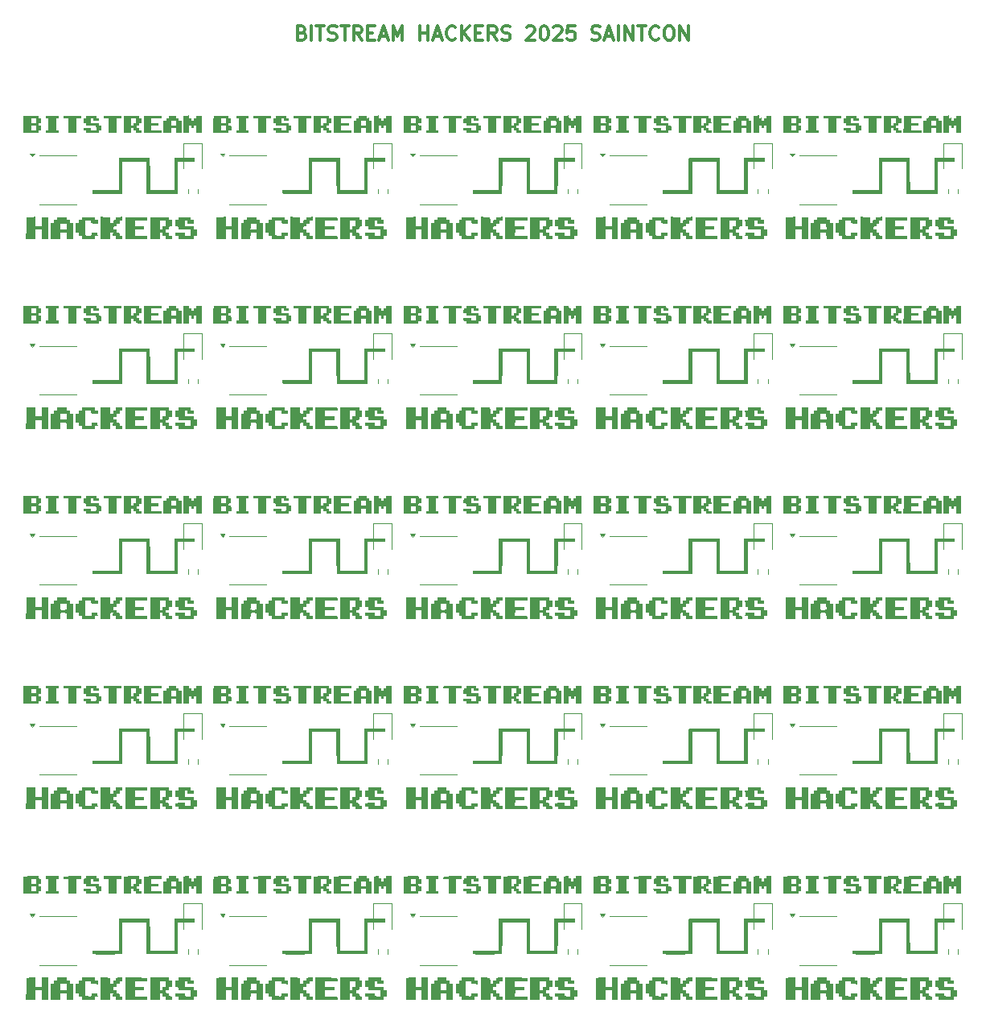
<source format=gbr>
%TF.GenerationSoftware,KiCad,Pcbnew,9.0.1*%
%TF.CreationDate,2025-08-07T10:54:26-06:00*%
%TF.ProjectId,bhc-panel,6268632d-7061-46e6-956c-2e6b69636164,rev?*%
%TF.SameCoordinates,PX5defda0PY9a7ec80*%
%TF.FileFunction,Legend,Top*%
%TF.FilePolarity,Positive*%
%FSLAX46Y46*%
G04 Gerber Fmt 4.6, Leading zero omitted, Abs format (unit mm)*
G04 Created by KiCad (PCBNEW 9.0.1) date 2025-08-07 10:54:26*
%MOMM*%
%LPD*%
G01*
G04 APERTURE LIST*
%ADD10C,0.300000*%
%ADD11C,0.120000*%
%ADD12C,0.000000*%
G04 APERTURE END LIST*
D10*
X29928572Y112107386D02*
X30142858Y112035958D01*
X30142858Y112035958D02*
X30214287Y111964529D01*
X30214287Y111964529D02*
X30285715Y111821672D01*
X30285715Y111821672D02*
X30285715Y111607386D01*
X30285715Y111607386D02*
X30214287Y111464529D01*
X30214287Y111464529D02*
X30142858Y111393100D01*
X30142858Y111393100D02*
X30000001Y111321672D01*
X30000001Y111321672D02*
X29428572Y111321672D01*
X29428572Y111321672D02*
X29428572Y112821672D01*
X29428572Y112821672D02*
X29928572Y112821672D01*
X29928572Y112821672D02*
X30071430Y112750243D01*
X30071430Y112750243D02*
X30142858Y112678815D01*
X30142858Y112678815D02*
X30214287Y112535958D01*
X30214287Y112535958D02*
X30214287Y112393100D01*
X30214287Y112393100D02*
X30142858Y112250243D01*
X30142858Y112250243D02*
X30071430Y112178815D01*
X30071430Y112178815D02*
X29928572Y112107386D01*
X29928572Y112107386D02*
X29428572Y112107386D01*
X30928572Y111321672D02*
X30928572Y112821672D01*
X31428573Y112821672D02*
X32285716Y112821672D01*
X31857144Y111321672D02*
X31857144Y112821672D01*
X32714287Y111393100D02*
X32928573Y111321672D01*
X32928573Y111321672D02*
X33285715Y111321672D01*
X33285715Y111321672D02*
X33428573Y111393100D01*
X33428573Y111393100D02*
X33500001Y111464529D01*
X33500001Y111464529D02*
X33571430Y111607386D01*
X33571430Y111607386D02*
X33571430Y111750243D01*
X33571430Y111750243D02*
X33500001Y111893100D01*
X33500001Y111893100D02*
X33428573Y111964529D01*
X33428573Y111964529D02*
X33285715Y112035958D01*
X33285715Y112035958D02*
X33000001Y112107386D01*
X33000001Y112107386D02*
X32857144Y112178815D01*
X32857144Y112178815D02*
X32785715Y112250243D01*
X32785715Y112250243D02*
X32714287Y112393100D01*
X32714287Y112393100D02*
X32714287Y112535958D01*
X32714287Y112535958D02*
X32785715Y112678815D01*
X32785715Y112678815D02*
X32857144Y112750243D01*
X32857144Y112750243D02*
X33000001Y112821672D01*
X33000001Y112821672D02*
X33357144Y112821672D01*
X33357144Y112821672D02*
X33571430Y112750243D01*
X34000001Y112821672D02*
X34857144Y112821672D01*
X34428572Y111321672D02*
X34428572Y112821672D01*
X36214286Y111321672D02*
X35714286Y112035958D01*
X35357143Y111321672D02*
X35357143Y112821672D01*
X35357143Y112821672D02*
X35928572Y112821672D01*
X35928572Y112821672D02*
X36071429Y112750243D01*
X36071429Y112750243D02*
X36142858Y112678815D01*
X36142858Y112678815D02*
X36214286Y112535958D01*
X36214286Y112535958D02*
X36214286Y112321672D01*
X36214286Y112321672D02*
X36142858Y112178815D01*
X36142858Y112178815D02*
X36071429Y112107386D01*
X36071429Y112107386D02*
X35928572Y112035958D01*
X35928572Y112035958D02*
X35357143Y112035958D01*
X36857143Y112107386D02*
X37357143Y112107386D01*
X37571429Y111321672D02*
X36857143Y111321672D01*
X36857143Y111321672D02*
X36857143Y112821672D01*
X36857143Y112821672D02*
X37571429Y112821672D01*
X38142858Y111750243D02*
X38857144Y111750243D01*
X38000001Y111321672D02*
X38500001Y112821672D01*
X38500001Y112821672D02*
X39000001Y111321672D01*
X39500000Y111321672D02*
X39500000Y112821672D01*
X39500000Y112821672D02*
X40000000Y111750243D01*
X40000000Y111750243D02*
X40500000Y112821672D01*
X40500000Y112821672D02*
X40500000Y111321672D01*
X42357143Y111321672D02*
X42357143Y112821672D01*
X42357143Y112107386D02*
X43214286Y112107386D01*
X43214286Y111321672D02*
X43214286Y112821672D01*
X43857144Y111750243D02*
X44571430Y111750243D01*
X43714287Y111321672D02*
X44214287Y112821672D01*
X44214287Y112821672D02*
X44714287Y111321672D01*
X46071429Y111464529D02*
X46000001Y111393100D01*
X46000001Y111393100D02*
X45785715Y111321672D01*
X45785715Y111321672D02*
X45642858Y111321672D01*
X45642858Y111321672D02*
X45428572Y111393100D01*
X45428572Y111393100D02*
X45285715Y111535958D01*
X45285715Y111535958D02*
X45214286Y111678815D01*
X45214286Y111678815D02*
X45142858Y111964529D01*
X45142858Y111964529D02*
X45142858Y112178815D01*
X45142858Y112178815D02*
X45214286Y112464529D01*
X45214286Y112464529D02*
X45285715Y112607386D01*
X45285715Y112607386D02*
X45428572Y112750243D01*
X45428572Y112750243D02*
X45642858Y112821672D01*
X45642858Y112821672D02*
X45785715Y112821672D01*
X45785715Y112821672D02*
X46000001Y112750243D01*
X46000001Y112750243D02*
X46071429Y112678815D01*
X46714286Y111321672D02*
X46714286Y112821672D01*
X47571429Y111321672D02*
X46928572Y112178815D01*
X47571429Y112821672D02*
X46714286Y111964529D01*
X48214286Y112107386D02*
X48714286Y112107386D01*
X48928572Y111321672D02*
X48214286Y111321672D01*
X48214286Y111321672D02*
X48214286Y112821672D01*
X48214286Y112821672D02*
X48928572Y112821672D01*
X50428572Y111321672D02*
X49928572Y112035958D01*
X49571429Y111321672D02*
X49571429Y112821672D01*
X49571429Y112821672D02*
X50142858Y112821672D01*
X50142858Y112821672D02*
X50285715Y112750243D01*
X50285715Y112750243D02*
X50357144Y112678815D01*
X50357144Y112678815D02*
X50428572Y112535958D01*
X50428572Y112535958D02*
X50428572Y112321672D01*
X50428572Y112321672D02*
X50357144Y112178815D01*
X50357144Y112178815D02*
X50285715Y112107386D01*
X50285715Y112107386D02*
X50142858Y112035958D01*
X50142858Y112035958D02*
X49571429Y112035958D01*
X51000001Y111393100D02*
X51214287Y111321672D01*
X51214287Y111321672D02*
X51571429Y111321672D01*
X51571429Y111321672D02*
X51714287Y111393100D01*
X51714287Y111393100D02*
X51785715Y111464529D01*
X51785715Y111464529D02*
X51857144Y111607386D01*
X51857144Y111607386D02*
X51857144Y111750243D01*
X51857144Y111750243D02*
X51785715Y111893100D01*
X51785715Y111893100D02*
X51714287Y111964529D01*
X51714287Y111964529D02*
X51571429Y112035958D01*
X51571429Y112035958D02*
X51285715Y112107386D01*
X51285715Y112107386D02*
X51142858Y112178815D01*
X51142858Y112178815D02*
X51071429Y112250243D01*
X51071429Y112250243D02*
X51000001Y112393100D01*
X51000001Y112393100D02*
X51000001Y112535958D01*
X51000001Y112535958D02*
X51071429Y112678815D01*
X51071429Y112678815D02*
X51142858Y112750243D01*
X51142858Y112750243D02*
X51285715Y112821672D01*
X51285715Y112821672D02*
X51642858Y112821672D01*
X51642858Y112821672D02*
X51857144Y112750243D01*
X53571429Y112678815D02*
X53642857Y112750243D01*
X53642857Y112750243D02*
X53785715Y112821672D01*
X53785715Y112821672D02*
X54142857Y112821672D01*
X54142857Y112821672D02*
X54285715Y112750243D01*
X54285715Y112750243D02*
X54357143Y112678815D01*
X54357143Y112678815D02*
X54428572Y112535958D01*
X54428572Y112535958D02*
X54428572Y112393100D01*
X54428572Y112393100D02*
X54357143Y112178815D01*
X54357143Y112178815D02*
X53500000Y111321672D01*
X53500000Y111321672D02*
X54428572Y111321672D01*
X55357143Y112821672D02*
X55500000Y112821672D01*
X55500000Y112821672D02*
X55642857Y112750243D01*
X55642857Y112750243D02*
X55714286Y112678815D01*
X55714286Y112678815D02*
X55785714Y112535958D01*
X55785714Y112535958D02*
X55857143Y112250243D01*
X55857143Y112250243D02*
X55857143Y111893100D01*
X55857143Y111893100D02*
X55785714Y111607386D01*
X55785714Y111607386D02*
X55714286Y111464529D01*
X55714286Y111464529D02*
X55642857Y111393100D01*
X55642857Y111393100D02*
X55500000Y111321672D01*
X55500000Y111321672D02*
X55357143Y111321672D01*
X55357143Y111321672D02*
X55214286Y111393100D01*
X55214286Y111393100D02*
X55142857Y111464529D01*
X55142857Y111464529D02*
X55071428Y111607386D01*
X55071428Y111607386D02*
X55000000Y111893100D01*
X55000000Y111893100D02*
X55000000Y112250243D01*
X55000000Y112250243D02*
X55071428Y112535958D01*
X55071428Y112535958D02*
X55142857Y112678815D01*
X55142857Y112678815D02*
X55214286Y112750243D01*
X55214286Y112750243D02*
X55357143Y112821672D01*
X56428571Y112678815D02*
X56499999Y112750243D01*
X56499999Y112750243D02*
X56642857Y112821672D01*
X56642857Y112821672D02*
X56999999Y112821672D01*
X56999999Y112821672D02*
X57142857Y112750243D01*
X57142857Y112750243D02*
X57214285Y112678815D01*
X57214285Y112678815D02*
X57285714Y112535958D01*
X57285714Y112535958D02*
X57285714Y112393100D01*
X57285714Y112393100D02*
X57214285Y112178815D01*
X57214285Y112178815D02*
X56357142Y111321672D01*
X56357142Y111321672D02*
X57285714Y111321672D01*
X58642856Y112821672D02*
X57928570Y112821672D01*
X57928570Y112821672D02*
X57857142Y112107386D01*
X57857142Y112107386D02*
X57928570Y112178815D01*
X57928570Y112178815D02*
X58071428Y112250243D01*
X58071428Y112250243D02*
X58428570Y112250243D01*
X58428570Y112250243D02*
X58571428Y112178815D01*
X58571428Y112178815D02*
X58642856Y112107386D01*
X58642856Y112107386D02*
X58714285Y111964529D01*
X58714285Y111964529D02*
X58714285Y111607386D01*
X58714285Y111607386D02*
X58642856Y111464529D01*
X58642856Y111464529D02*
X58571428Y111393100D01*
X58571428Y111393100D02*
X58428570Y111321672D01*
X58428570Y111321672D02*
X58071428Y111321672D01*
X58071428Y111321672D02*
X57928570Y111393100D01*
X57928570Y111393100D02*
X57857142Y111464529D01*
X60428570Y111393100D02*
X60642856Y111321672D01*
X60642856Y111321672D02*
X60999998Y111321672D01*
X60999998Y111321672D02*
X61142856Y111393100D01*
X61142856Y111393100D02*
X61214284Y111464529D01*
X61214284Y111464529D02*
X61285713Y111607386D01*
X61285713Y111607386D02*
X61285713Y111750243D01*
X61285713Y111750243D02*
X61214284Y111893100D01*
X61214284Y111893100D02*
X61142856Y111964529D01*
X61142856Y111964529D02*
X60999998Y112035958D01*
X60999998Y112035958D02*
X60714284Y112107386D01*
X60714284Y112107386D02*
X60571427Y112178815D01*
X60571427Y112178815D02*
X60499998Y112250243D01*
X60499998Y112250243D02*
X60428570Y112393100D01*
X60428570Y112393100D02*
X60428570Y112535958D01*
X60428570Y112535958D02*
X60499998Y112678815D01*
X60499998Y112678815D02*
X60571427Y112750243D01*
X60571427Y112750243D02*
X60714284Y112821672D01*
X60714284Y112821672D02*
X61071427Y112821672D01*
X61071427Y112821672D02*
X61285713Y112750243D01*
X61857141Y111750243D02*
X62571427Y111750243D01*
X61714284Y111321672D02*
X62214284Y112821672D01*
X62214284Y112821672D02*
X62714284Y111321672D01*
X63214283Y111321672D02*
X63214283Y112821672D01*
X63928569Y111321672D02*
X63928569Y112821672D01*
X63928569Y112821672D02*
X64785712Y111321672D01*
X64785712Y111321672D02*
X64785712Y112821672D01*
X65285713Y112821672D02*
X66142856Y112821672D01*
X65714284Y111321672D02*
X65714284Y112821672D01*
X67499998Y111464529D02*
X67428570Y111393100D01*
X67428570Y111393100D02*
X67214284Y111321672D01*
X67214284Y111321672D02*
X67071427Y111321672D01*
X67071427Y111321672D02*
X66857141Y111393100D01*
X66857141Y111393100D02*
X66714284Y111535958D01*
X66714284Y111535958D02*
X66642855Y111678815D01*
X66642855Y111678815D02*
X66571427Y111964529D01*
X66571427Y111964529D02*
X66571427Y112178815D01*
X66571427Y112178815D02*
X66642855Y112464529D01*
X66642855Y112464529D02*
X66714284Y112607386D01*
X66714284Y112607386D02*
X66857141Y112750243D01*
X66857141Y112750243D02*
X67071427Y112821672D01*
X67071427Y112821672D02*
X67214284Y112821672D01*
X67214284Y112821672D02*
X67428570Y112750243D01*
X67428570Y112750243D02*
X67499998Y112678815D01*
X68428570Y112821672D02*
X68714284Y112821672D01*
X68714284Y112821672D02*
X68857141Y112750243D01*
X68857141Y112750243D02*
X68999998Y112607386D01*
X68999998Y112607386D02*
X69071427Y112321672D01*
X69071427Y112321672D02*
X69071427Y111821672D01*
X69071427Y111821672D02*
X68999998Y111535958D01*
X68999998Y111535958D02*
X68857141Y111393100D01*
X68857141Y111393100D02*
X68714284Y111321672D01*
X68714284Y111321672D02*
X68428570Y111321672D01*
X68428570Y111321672D02*
X68285713Y111393100D01*
X68285713Y111393100D02*
X68142855Y111535958D01*
X68142855Y111535958D02*
X68071427Y111821672D01*
X68071427Y111821672D02*
X68071427Y112321672D01*
X68071427Y112321672D02*
X68142855Y112607386D01*
X68142855Y112607386D02*
X68285713Y112750243D01*
X68285713Y112750243D02*
X68428570Y112821672D01*
X69714284Y111321672D02*
X69714284Y112821672D01*
X69714284Y112821672D02*
X70571427Y111321672D01*
X70571427Y111321672D02*
X70571427Y112821672D01*
D11*
%TO.C,R1*%
X17922500Y15682258D02*
X17922500Y15207742D01*
X18967500Y15682258D02*
X18967500Y15207742D01*
%TO.C,D1*%
X57465000Y40507500D02*
X57465000Y37822500D01*
X59385000Y40507500D02*
X57465000Y40507500D01*
X59385000Y37822500D02*
X59385000Y40507500D01*
%TO.C,R1*%
X37922500Y75682258D02*
X37922500Y75207742D01*
X38967500Y75682258D02*
X38967500Y75207742D01*
%TO.C,U1*%
X24250000Y79180000D02*
X22300000Y79180000D01*
X24250000Y79180000D02*
X26200000Y79180000D01*
X24250000Y74060000D02*
X22300000Y74060000D01*
X24250000Y74060000D02*
X26200000Y74060000D01*
X21550000Y79085000D02*
X21310000Y79415000D01*
X21790000Y79415000D01*
X21550000Y79085000D01*
G36*
X21550000Y79085000D02*
G01*
X21310000Y79415000D01*
X21790000Y79415000D01*
X21550000Y79085000D01*
G37*
%TO.C,R1*%
X57922500Y55682258D02*
X57922500Y55207742D01*
X58967500Y55682258D02*
X58967500Y55207742D01*
X17922500Y35682258D02*
X17922500Y35207742D01*
X18967500Y35682258D02*
X18967500Y35207742D01*
X37922500Y95682258D02*
X37922500Y95207742D01*
X38967500Y95682258D02*
X38967500Y95207742D01*
X97922500Y55682258D02*
X97922500Y55207742D01*
X98967500Y55682258D02*
X98967500Y55207742D01*
%TO.C,D1*%
X17465000Y60507500D02*
X17465000Y57822500D01*
X19385000Y60507500D02*
X17465000Y60507500D01*
X19385000Y57822500D02*
X19385000Y60507500D01*
%TO.C,R1*%
X77922500Y95682258D02*
X77922500Y95207742D01*
X78967500Y95682258D02*
X78967500Y95207742D01*
%TO.C,D1*%
X57465000Y80507500D02*
X57465000Y77822500D01*
X59385000Y80507500D02*
X57465000Y80507500D01*
X59385000Y77822500D02*
X59385000Y80507500D01*
X97465000Y40507500D02*
X97465000Y37822500D01*
X99385000Y40507500D02*
X97465000Y40507500D01*
X99385000Y37822500D02*
X99385000Y40507500D01*
D12*
%TO.C,G\u002A\u002A\u002A*%
G36*
X66702200Y63255613D02*
G01*
X66702200Y63115600D01*
X66435500Y63115600D01*
X66168800Y63115600D01*
X66168800Y62328200D01*
X66168800Y61540800D01*
X65762400Y61540800D01*
X65356000Y61540800D01*
X65356000Y62328200D01*
X65356000Y63115600D01*
X65087972Y63115600D01*
X64819945Y63115600D01*
X64827622Y63248950D01*
X64835300Y63382300D01*
X65768750Y63388963D01*
X66702200Y63395626D01*
X66702200Y63255613D01*
G37*
G36*
X70918600Y63255300D02*
G01*
X70918600Y63115600D01*
X70651900Y63115600D01*
X70385200Y63115600D01*
X70385200Y62328200D01*
X70385200Y61540800D01*
X69978800Y61540800D01*
X69572400Y61540800D01*
X69572400Y62328200D01*
X69572400Y63115600D01*
X69305700Y63115600D01*
X69039000Y63115600D01*
X69039000Y63255300D01*
X69039000Y63395000D01*
X69978800Y63395000D01*
X70918600Y63395000D01*
X70918600Y63255300D01*
G37*
G36*
X61901600Y52232237D02*
G01*
X61901600Y51736400D01*
X62219100Y51736400D01*
X62536600Y51736400D01*
X62536600Y52231700D01*
X62536600Y52727000D01*
X62866800Y52727000D01*
X63197000Y52727000D01*
X63197000Y51571300D01*
X63197000Y50415600D01*
X62866800Y50415600D01*
X62536600Y50415600D01*
X62536600Y50898200D01*
X62536600Y51380800D01*
X62219100Y51380800D01*
X61901600Y51380800D01*
X61901600Y50898200D01*
X61901600Y50415600D01*
X61393341Y50415600D01*
X60885082Y50415600D01*
X60891691Y51564950D01*
X60898300Y52714300D01*
X61399950Y52721187D01*
X61901600Y52728074D01*
X61901600Y52232237D01*
G37*
G36*
X64314600Y63255300D02*
G01*
X64314600Y63115600D01*
X64187600Y63115600D01*
X64060600Y63115600D01*
X64060600Y62467900D01*
X64060600Y61820200D01*
X64187600Y61820200D01*
X64314600Y61820200D01*
X64314600Y61680500D01*
X64314600Y61540800D01*
X63654200Y61540800D01*
X62993800Y61540800D01*
X62993800Y61680500D01*
X62993800Y61820200D01*
X63120800Y61820200D01*
X63247800Y61820200D01*
X63247800Y62467900D01*
X63247800Y63115600D01*
X63120800Y63115600D01*
X62993800Y63115600D01*
X62993800Y63255300D01*
X62993800Y63395000D01*
X63654200Y63395000D01*
X64314600Y63395000D01*
X64314600Y63255300D01*
G37*
G36*
X75135000Y63255613D02*
G01*
X75135000Y63115600D01*
X74601600Y63115600D01*
X74068200Y63115600D01*
X74068200Y62861600D01*
X74068200Y62607600D01*
X74461900Y62607600D01*
X74855600Y62607600D01*
X74855600Y62467900D01*
X74855600Y62328200D01*
X74461900Y62328200D01*
X74068200Y62328200D01*
X74068200Y62074200D01*
X74068200Y61820200D01*
X74601600Y61820200D01*
X75135000Y61820200D01*
X75135000Y61680500D01*
X75135000Y61540800D01*
X74196075Y61540800D01*
X73257151Y61540800D01*
X73262625Y62461550D01*
X73268100Y63382300D01*
X74201550Y63388963D01*
X75135000Y63395626D01*
X75135000Y63255613D01*
G37*
G36*
X72499750Y52720909D02*
G01*
X73649100Y52714300D01*
X73656610Y52542850D01*
X73664121Y52371400D01*
X73015260Y52371400D01*
X72366400Y52371400D01*
X72366400Y52053900D01*
X72366400Y51736400D01*
X72849000Y51736400D01*
X73331600Y51736400D01*
X73331600Y51557684D01*
X73331600Y51378968D01*
X72859530Y51381948D01*
X72710238Y51382430D01*
X72579405Y51381977D01*
X72475118Y51380687D01*
X72405464Y51378661D01*
X72378536Y51376004D01*
X72374875Y51349032D01*
X72371301Y51283450D01*
X72368117Y51191446D01*
X72365626Y51085209D01*
X72364132Y50976928D01*
X72363937Y50878792D01*
X72364753Y50822000D01*
X72366357Y50758500D01*
X72956928Y50765898D01*
X73128155Y50767416D01*
X73284881Y50767624D01*
X73419116Y50766605D01*
X73522873Y50764443D01*
X73588160Y50761223D01*
X73604650Y50759064D01*
X73635672Y50746559D01*
X73652883Y50720285D01*
X73660264Y50667779D01*
X73661800Y50580217D01*
X73661800Y50415600D01*
X72506100Y50415600D01*
X71350400Y50415600D01*
X71350400Y51571559D01*
X71350400Y52727518D01*
X72499750Y52720909D01*
G37*
G36*
X78035593Y63263238D02*
G01*
X78043300Y63129785D01*
X78163950Y63137311D01*
X78284600Y63144837D01*
X78284600Y63003219D01*
X78284600Y62861600D01*
X78411600Y62861600D01*
X78538600Y62861600D01*
X78538600Y63001300D01*
X78538600Y63141000D01*
X78665600Y63141000D01*
X78792600Y63141000D01*
X78792600Y63268000D01*
X78792600Y63395000D01*
X79072000Y63395000D01*
X79351400Y63395000D01*
X79351400Y62467900D01*
X79351400Y61540800D01*
X79075425Y61540800D01*
X78799451Y61540800D01*
X78798768Y61610650D01*
X78798294Y61662443D01*
X78797501Y61752571D01*
X78796499Y61868573D01*
X78795396Y61997986D01*
X78795342Y62004350D01*
X78792600Y62328200D01*
X78679627Y62328200D01*
X78566654Y62328200D01*
X78558977Y62194850D01*
X78551300Y62061500D01*
X78417950Y62053823D01*
X78284600Y62046146D01*
X78284600Y62187173D01*
X78284600Y62328200D01*
X78157600Y62328200D01*
X78030600Y62328200D01*
X78030600Y61934500D01*
X78030600Y61540800D01*
X77753024Y61540800D01*
X77475448Y61540800D01*
X77479974Y62461550D01*
X77484500Y63382300D01*
X77756193Y63389496D01*
X78027886Y63396692D01*
X78035593Y63263238D01*
G37*
G36*
X76714822Y63262393D02*
G01*
X76722500Y63129785D01*
X76843150Y63137311D01*
X76963800Y63144837D01*
X76963800Y63003219D01*
X76963800Y62861600D01*
X77103500Y62861600D01*
X77243200Y62861600D01*
X77243200Y62201200D01*
X77243200Y61540800D01*
X76963800Y61540800D01*
X76684400Y61540800D01*
X76684400Y61794800D01*
X76684400Y62048800D01*
X76430400Y62048800D01*
X76176400Y62048800D01*
X76176400Y61794800D01*
X76176400Y61540800D01*
X75770000Y61540800D01*
X75363600Y61540800D01*
X75363600Y62201200D01*
X75363600Y62340900D01*
X76176329Y62340900D01*
X76424014Y62340900D01*
X76537838Y62341491D01*
X76610746Y62344778D01*
X76652620Y62353036D01*
X76673344Y62368539D01*
X76682798Y62393561D01*
X76684400Y62400817D01*
X76689484Y62454596D01*
X76691264Y62541699D01*
X76689445Y62644741D01*
X76688815Y62661167D01*
X76680531Y62861600D01*
X76428465Y62861600D01*
X76176400Y62861600D01*
X76176364Y62601250D01*
X76176329Y62340900D01*
X75363600Y62340900D01*
X75363600Y62861600D01*
X75503300Y62861600D01*
X75643000Y62861600D01*
X75643000Y63003219D01*
X75643000Y63144837D01*
X75763650Y63137311D01*
X75884300Y63129785D01*
X75891977Y63262393D01*
X75899654Y63395000D01*
X76303400Y63395000D01*
X76707145Y63395000D01*
X76714822Y63262393D01*
G37*
G36*
X72297080Y58918437D02*
G01*
X73928500Y58911900D01*
X73935031Y57229150D01*
X73941562Y55546400D01*
X75211200Y55546400D01*
X76480837Y55546400D01*
X76487368Y57229150D01*
X76493900Y58911900D01*
X77573400Y58911900D01*
X78652900Y58911900D01*
X78652900Y58734100D01*
X78652900Y58556300D01*
X77757731Y58549626D01*
X76862562Y58542951D01*
X76856031Y56860526D01*
X76849500Y55178100D01*
X75211200Y55178100D01*
X73572900Y55178100D01*
X73566368Y56860850D01*
X73559837Y58543600D01*
X72290200Y58543600D01*
X71020562Y58543600D01*
X71014031Y56860850D01*
X71007500Y55178100D01*
X69469203Y55171230D01*
X69194254Y55170284D01*
X68934479Y55169936D01*
X68694316Y55170156D01*
X68478200Y55170914D01*
X68290566Y55172179D01*
X68135851Y55173923D01*
X68018490Y55176113D01*
X67942920Y55178721D01*
X67913576Y55181715D01*
X67913453Y55181813D01*
X67904671Y55214328D01*
X67898402Y55282824D01*
X67896000Y55372497D01*
X67896000Y55372834D01*
X67896000Y55546400D01*
X69273950Y55546394D01*
X70651900Y55546388D01*
X70644631Y57178344D01*
X70643583Y57463073D01*
X70643011Y57733780D01*
X70642897Y57986022D01*
X70643224Y58215356D01*
X70643973Y58417337D01*
X70645126Y58587524D01*
X70646664Y58721472D01*
X70648571Y58814738D01*
X70650828Y58862879D01*
X70651512Y58867637D01*
X70665661Y58924973D01*
X72297080Y58918437D01*
G37*
G36*
X72752410Y63262676D02*
G01*
X72760100Y63129632D01*
X72887100Y63128966D01*
X73014100Y63128300D01*
X73021309Y62855250D01*
X73028518Y62582200D01*
X72887959Y62582200D01*
X72747400Y62582200D01*
X72747400Y62455200D01*
X72747400Y62328200D01*
X72620400Y62328200D01*
X72493400Y62328200D01*
X72493400Y62201200D01*
X72493400Y62074200D01*
X72620400Y62074200D01*
X72747400Y62074200D01*
X72747400Y61947200D01*
X72747400Y61820200D01*
X72887100Y61820200D01*
X73026800Y61820200D01*
X73026800Y61679641D01*
X73026800Y61539082D01*
X72753750Y61546291D01*
X72480700Y61553500D01*
X72481801Y61674150D01*
X72482903Y61794800D01*
X72348451Y61794800D01*
X72214000Y61794800D01*
X72214000Y61917567D01*
X72211933Y61991308D01*
X72206679Y62040790D01*
X72203091Y62051243D01*
X72173489Y62055916D01*
X72111173Y62055172D01*
X72076091Y62052918D01*
X71960000Y62043685D01*
X71960000Y61792243D01*
X71960000Y61540800D01*
X71554383Y61540800D01*
X71148767Y61540800D01*
X71153604Y62340900D01*
X71960000Y62340900D01*
X72087000Y62340900D01*
X72214000Y62340900D01*
X72214000Y62474250D01*
X72214000Y62607600D01*
X72347350Y62607600D01*
X72480700Y62607600D01*
X72480700Y62861600D01*
X72480700Y63115600D01*
X72220350Y63115600D01*
X71960000Y63115600D01*
X71960000Y62728250D01*
X71960000Y62340900D01*
X71153604Y62340900D01*
X71154333Y62461550D01*
X71155946Y62728250D01*
X71159900Y63382300D01*
X71952310Y63389010D01*
X72744720Y63395720D01*
X72752410Y63262676D01*
G37*
G36*
X62211410Y63264747D02*
G01*
X62219100Y63133774D01*
X62346100Y63131037D01*
X62473100Y63128300D01*
X62473100Y62861600D01*
X62473100Y62594900D01*
X62339750Y62587223D01*
X62206400Y62579546D01*
X62206400Y62458272D01*
X62207942Y62385550D01*
X62218161Y62351454D01*
X62245443Y62343811D01*
X62282274Y62348135D01*
X62361374Y62351012D01*
X62421974Y62343252D01*
X62450404Y62334305D01*
X62468820Y62318203D01*
X62479395Y62285334D01*
X62484305Y62226084D01*
X62485721Y62130841D01*
X62485800Y62061017D01*
X62485800Y61794800D01*
X62346100Y61794800D01*
X62206400Y61794800D01*
X62206400Y61667800D01*
X62206400Y61540800D01*
X61408124Y61540800D01*
X60609848Y61540800D01*
X60611221Y61820200D01*
X61419000Y61820200D01*
X61668766Y61820200D01*
X61775888Y61821199D01*
X61862322Y61823886D01*
X61916604Y61827800D01*
X61929116Y61830672D01*
X61932873Y61858938D01*
X61934319Y61926352D01*
X61933339Y62021309D01*
X61931607Y62084672D01*
X61923514Y62328200D01*
X61671257Y62328200D01*
X61419000Y62328200D01*
X61419000Y62074200D01*
X61419000Y61820200D01*
X60611221Y61820200D01*
X60612470Y62074200D01*
X60614374Y62461550D01*
X60615083Y62605823D01*
X61419000Y62605823D01*
X61677327Y62613062D01*
X61935655Y62620300D01*
X61934598Y62861600D01*
X61933540Y63102900D01*
X61676270Y63110139D01*
X61419000Y63117378D01*
X61419000Y62861600D01*
X61419000Y62605823D01*
X60615083Y62605823D01*
X60616340Y62861600D01*
X60618900Y63382300D01*
X61411310Y63389010D01*
X62203720Y63395720D01*
X62211410Y63264747D01*
G37*
G36*
X78233800Y52561900D02*
G01*
X78233800Y52396800D01*
X78398900Y52396800D01*
X78564000Y52396800D01*
X78564000Y52219000D01*
X78564000Y52041200D01*
X78221100Y52041200D01*
X77878200Y52041200D01*
X77878200Y52206300D01*
X77878200Y52371400D01*
X77725800Y52371400D01*
X77573400Y52371400D01*
X77573400Y52053900D01*
X77573400Y51736400D01*
X78068700Y51736400D01*
X78564000Y51736400D01*
X78564000Y51571300D01*
X78564000Y51406200D01*
X78729100Y51406200D01*
X78894200Y51406200D01*
X78894200Y51076000D01*
X78894200Y50745800D01*
X78729100Y50745800D01*
X78564000Y50745800D01*
X78564000Y50580700D01*
X78564000Y50415600D01*
X77738500Y50415600D01*
X76913000Y50415600D01*
X76913000Y50580700D01*
X76913000Y50745800D01*
X76746739Y50745800D01*
X76580478Y50745800D01*
X76587989Y50917250D01*
X76595500Y51088700D01*
X77084450Y51096156D01*
X77573400Y51103612D01*
X77573400Y50938858D01*
X77573400Y50774104D01*
X77890946Y50766302D01*
X78208492Y50758500D01*
X78208446Y51069650D01*
X78208400Y51380800D01*
X77560700Y51380800D01*
X76913000Y51380800D01*
X76913000Y51545900D01*
X76908848Y51647260D01*
X76895978Y51701764D01*
X76881250Y51713822D01*
X76838562Y51716141D01*
X76765792Y51718861D01*
X76722500Y51720172D01*
X76595500Y51723700D01*
X76588412Y52060250D01*
X76581325Y52396800D01*
X76747162Y52396800D01*
X76913000Y52396800D01*
X76913000Y52561900D01*
X76913000Y52727000D01*
X77573400Y52727000D01*
X78233800Y52727000D01*
X78233800Y52561900D01*
G37*
G36*
X75947800Y52561900D02*
G01*
X75947800Y52396800D01*
X76113637Y52396800D01*
X76279474Y52396800D01*
X76272387Y52060250D01*
X76265300Y51723700D01*
X76107731Y51716169D01*
X75950162Y51708638D01*
X75942631Y51551069D01*
X75935100Y51393500D01*
X75776350Y51385938D01*
X75617600Y51378376D01*
X75617600Y51239888D01*
X75619595Y51159912D01*
X75628984Y51118138D01*
X75650866Y51102021D01*
X75674750Y51099340D01*
X75738085Y51096899D01*
X75819759Y51093567D01*
X75833500Y51092990D01*
X75935100Y51088700D01*
X75942662Y50929950D01*
X75950224Y50771200D01*
X76073934Y50771200D01*
X76175036Y50768462D01*
X76235688Y50753744D01*
X76266189Y50717295D01*
X76276839Y50649360D01*
X76278000Y50577983D01*
X76278000Y50415600D01*
X75935100Y50415600D01*
X75592200Y50415600D01*
X75592200Y50580700D01*
X75592200Y50745800D01*
X75427100Y50745800D01*
X75262000Y50745800D01*
X75262000Y50910900D01*
X75262000Y51076000D01*
X75109600Y51076000D01*
X74957200Y51076000D01*
X74957200Y50745800D01*
X74957200Y50415600D01*
X74461900Y50415600D01*
X73966600Y50415600D01*
X73966600Y51406200D01*
X74957200Y51406200D01*
X75109600Y51406200D01*
X75262000Y51406200D01*
X75262000Y51571300D01*
X75262000Y51736400D01*
X75427100Y51736400D01*
X75592200Y51736400D01*
X75592200Y52053900D01*
X75592200Y52371400D01*
X75274700Y52371400D01*
X74957200Y52371400D01*
X74957200Y51888800D01*
X74957200Y51406200D01*
X73966600Y51406200D01*
X73966600Y51571300D01*
X73966600Y51888800D01*
X73966600Y52727000D01*
X74957200Y52727000D01*
X75947800Y52727000D01*
X75947800Y52561900D01*
G37*
G36*
X68099200Y52561900D02*
G01*
X68099200Y52396800D01*
X68264300Y52396800D01*
X68429400Y52396800D01*
X68429400Y52218263D01*
X68429400Y52039726D01*
X68092850Y52046813D01*
X67955195Y52049189D01*
X67860224Y52052832D01*
X67799954Y52062733D01*
X67766404Y52083881D01*
X67751594Y52121265D01*
X67747542Y52179873D01*
X67746299Y52263450D01*
X67743600Y52371400D01*
X67438800Y52371400D01*
X67134000Y52371400D01*
X67134000Y51596700D01*
X67133993Y51403056D01*
X67133973Y51225868D01*
X67133942Y51071497D01*
X67133903Y50946303D01*
X67133856Y50856648D01*
X67133803Y50808892D01*
X67133781Y50802950D01*
X67157448Y50794612D01*
X67222099Y50785885D01*
X67317937Y50777790D01*
X67435163Y50771346D01*
X67438636Y50771200D01*
X67568255Y50765068D01*
X67655563Y50763115D01*
X67709030Y50770825D01*
X67737128Y50793680D01*
X67748328Y50837163D01*
X67751102Y50906758D01*
X67752581Y50974400D01*
X67756300Y51088700D01*
X68086500Y51088700D01*
X68416700Y51088700D01*
X68424210Y50917250D01*
X68431721Y50745800D01*
X68265460Y50745800D01*
X68099200Y50745800D01*
X68099200Y50580700D01*
X68099200Y50415600D01*
X67438800Y50415600D01*
X66778400Y50415600D01*
X66778400Y50580700D01*
X66778400Y50745800D01*
X66613300Y50745800D01*
X66448200Y50745800D01*
X66448200Y50910900D01*
X66448200Y51076000D01*
X66283100Y51076000D01*
X66118000Y51076000D01*
X66118000Y51571300D01*
X66118000Y52066600D01*
X66283100Y52066600D01*
X66448200Y52066600D01*
X66448200Y52231700D01*
X66448200Y52396800D01*
X66613300Y52396800D01*
X66778400Y52396800D01*
X66778400Y52561900D01*
X66778400Y52727000D01*
X67438800Y52727000D01*
X68099200Y52727000D01*
X68099200Y52561900D01*
G37*
G36*
X68282022Y63261650D02*
G01*
X68289700Y63128300D01*
X68410350Y63135028D01*
X68531000Y63141755D01*
X68531000Y63001678D01*
X68531000Y62861600D01*
X68264300Y62861600D01*
X67997600Y62861600D01*
X67997600Y62988600D01*
X67997600Y63115600D01*
X67870600Y63115600D01*
X67743600Y63115600D01*
X67743600Y62861600D01*
X67743600Y62607600D01*
X68137300Y62607600D01*
X68531000Y62607600D01*
X68530988Y62474250D01*
X68530977Y62340900D01*
X68636888Y62344804D01*
X68711246Y62346155D01*
X68760590Y62338043D01*
X68790048Y62312012D01*
X68804749Y62259608D01*
X68809824Y62172373D01*
X68810400Y62058783D01*
X68810400Y61794800D01*
X68670700Y61794800D01*
X68531000Y61794800D01*
X68531000Y61667800D01*
X68531000Y61540800D01*
X67870600Y61540800D01*
X67210200Y61540800D01*
X67210200Y61666473D01*
X67210200Y61792146D01*
X67076850Y61799823D01*
X66943500Y61807500D01*
X66935822Y61940850D01*
X66928145Y62074200D01*
X67335872Y62074200D01*
X67743600Y62074200D01*
X67743600Y61947200D01*
X67743600Y61820200D01*
X67995737Y61820200D01*
X68112087Y61819999D01*
X68189315Y61825092D01*
X68234970Y61844031D01*
X68256597Y61885363D01*
X68261744Y61957639D01*
X68257957Y62069407D01*
X68256083Y62115122D01*
X68247867Y62328200D01*
X67729033Y62328200D01*
X67210200Y62328200D01*
X67210200Y62453873D01*
X67210200Y62579546D01*
X67076850Y62587223D01*
X66943500Y62594900D01*
X66943500Y62861530D01*
X66945393Y62990908D01*
X66951516Y63075231D01*
X66962528Y63120118D01*
X66975250Y63131405D01*
X67019866Y63134253D01*
X67090417Y63137223D01*
X67108600Y63137825D01*
X67210200Y63141000D01*
X67210200Y63268000D01*
X67210200Y63395000D01*
X67742272Y63395000D01*
X68274345Y63395000D01*
X68282022Y63261650D01*
G37*
G36*
X65152800Y52561900D02*
G01*
X65152800Y52396800D01*
X65317900Y52396800D01*
X65483000Y52396800D01*
X65483000Y52231700D01*
X65483000Y52066600D01*
X65648100Y52066600D01*
X65813200Y52066600D01*
X65813200Y51240363D01*
X65813200Y50414126D01*
X65476650Y50421213D01*
X65140100Y50428300D01*
X65135360Y50707700D01*
X65133282Y50825745D01*
X65131345Y50927923D01*
X65129795Y51001696D01*
X65129010Y51031550D01*
X65123563Y51050431D01*
X65103305Y51063105D01*
X65059928Y51070778D01*
X64985122Y51074654D01*
X64870579Y51075939D01*
X64822600Y51076000D01*
X64693162Y51075312D01*
X64606229Y51072444D01*
X64553514Y51066191D01*
X64526730Y51055346D01*
X64517590Y51038706D01*
X64517030Y51031550D01*
X64516226Y50988870D01*
X64514649Y50907939D01*
X64512544Y50801297D01*
X64510680Y50707700D01*
X64505100Y50428300D01*
X64003450Y50421414D01*
X63501800Y50414527D01*
X63501800Y51240564D01*
X63501800Y51495100D01*
X64511450Y51495100D01*
X64513443Y51443799D01*
X64514625Y51431600D01*
X64539720Y51419365D01*
X64603466Y51410907D01*
X64693863Y51406101D01*
X64798910Y51404824D01*
X64906608Y51406953D01*
X65004957Y51412365D01*
X65081958Y51420934D01*
X65125611Y51432539D01*
X65131032Y51437950D01*
X65134005Y51474994D01*
X65135124Y51551121D01*
X65134347Y51654647D01*
X65132165Y51755450D01*
X65124230Y52041200D01*
X64821015Y52041200D01*
X64517800Y52041200D01*
X64514625Y51787200D01*
X64513271Y51675257D01*
X64512205Y51580118D01*
X64511567Y51514795D01*
X64511450Y51495100D01*
X63501800Y51495100D01*
X63501800Y52066600D01*
X63666900Y52066600D01*
X63832000Y52066600D01*
X63832000Y52231700D01*
X63832000Y52396800D01*
X63997100Y52396800D01*
X64162200Y52396800D01*
X64162200Y52561900D01*
X64162200Y52727000D01*
X64657500Y52727000D01*
X65152800Y52727000D01*
X65152800Y52561900D01*
G37*
G36*
X71045600Y52549938D02*
G01*
X71045600Y52371400D01*
X70880500Y52371400D01*
X70715400Y52371400D01*
X70715400Y52206300D01*
X70715400Y52041200D01*
X70550300Y52041200D01*
X70385200Y52041200D01*
X70385200Y51877296D01*
X70383909Y51788883D01*
X70377380Y51739982D01*
X70361622Y51719320D01*
X70332646Y51715624D01*
X70328050Y51715787D01*
X70265849Y51716482D01*
X70183291Y51715199D01*
X70162950Y51714592D01*
X70055000Y51711000D01*
X70055000Y51558600D01*
X70055000Y51406200D01*
X70220100Y51406200D01*
X70385200Y51406200D01*
X70385200Y51255013D01*
X70385200Y51103825D01*
X70543950Y51096263D01*
X70702700Y51088700D01*
X70715400Y50923600D01*
X70728100Y50758500D01*
X70880500Y50758500D01*
X71032900Y50758500D01*
X71040410Y50587050D01*
X71047921Y50415600D01*
X70703860Y50415600D01*
X70359800Y50415600D01*
X70359800Y50580700D01*
X70359800Y50745800D01*
X70192532Y50745800D01*
X70025265Y50745800D01*
X70033782Y50910954D01*
X70042300Y51076107D01*
X69896250Y51076054D01*
X69813667Y51074261D01*
X69769655Y51065808D01*
X69752020Y51045968D01*
X69748715Y51018850D01*
X69748359Y50970349D01*
X69748569Y50884521D01*
X69749290Y50774836D01*
X69750093Y50688650D01*
X69752954Y50415600D01*
X69243577Y50415600D01*
X68734200Y50415600D01*
X68734200Y51571837D01*
X68734200Y52728074D01*
X69235850Y52721187D01*
X69737500Y52714300D01*
X69743006Y52422200D01*
X69745269Y52303262D01*
X69747238Y52201763D01*
X69748687Y52129232D01*
X69749356Y52098350D01*
X69772418Y52077914D01*
X69841801Y52067854D01*
X69896250Y52066554D01*
X70042300Y52066508D01*
X70042300Y52225304D01*
X70042300Y52384100D01*
X70201050Y52391663D01*
X70359800Y52399225D01*
X70363395Y52493263D01*
X70366640Y52575757D01*
X70369606Y52647564D01*
X70369745Y52650800D01*
X70372500Y52714300D01*
X70709050Y52721388D01*
X71045600Y52728475D01*
X71045600Y52549938D01*
G37*
D11*
%TO.C,R1*%
X37922500Y15682258D02*
X37922500Y15207742D01*
X38967500Y15682258D02*
X38967500Y15207742D01*
%TO.C,U1*%
X64250000Y19180000D02*
X62300000Y19180000D01*
X64250000Y19180000D02*
X66200000Y19180000D01*
X64250000Y14060000D02*
X62300000Y14060000D01*
X64250000Y14060000D02*
X66200000Y14060000D01*
X61550000Y19085000D02*
X61310000Y19415000D01*
X61790000Y19415000D01*
X61550000Y19085000D01*
G36*
X61550000Y19085000D02*
G01*
X61310000Y19415000D01*
X61790000Y19415000D01*
X61550000Y19085000D01*
G37*
D12*
%TO.C,G\u002A\u002A\u002A*%
G36*
X46702200Y43255613D02*
G01*
X46702200Y43115600D01*
X46435500Y43115600D01*
X46168800Y43115600D01*
X46168800Y42328200D01*
X46168800Y41540800D01*
X45762400Y41540800D01*
X45356000Y41540800D01*
X45356000Y42328200D01*
X45356000Y43115600D01*
X45087972Y43115600D01*
X44819945Y43115600D01*
X44827622Y43248950D01*
X44835300Y43382300D01*
X45768750Y43388963D01*
X46702200Y43395626D01*
X46702200Y43255613D01*
G37*
G36*
X50918600Y43255300D02*
G01*
X50918600Y43115600D01*
X50651900Y43115600D01*
X50385200Y43115600D01*
X50385200Y42328200D01*
X50385200Y41540800D01*
X49978800Y41540800D01*
X49572400Y41540800D01*
X49572400Y42328200D01*
X49572400Y43115600D01*
X49305700Y43115600D01*
X49039000Y43115600D01*
X49039000Y43255300D01*
X49039000Y43395000D01*
X49978800Y43395000D01*
X50918600Y43395000D01*
X50918600Y43255300D01*
G37*
G36*
X41901600Y32232237D02*
G01*
X41901600Y31736400D01*
X42219100Y31736400D01*
X42536600Y31736400D01*
X42536600Y32231700D01*
X42536600Y32727000D01*
X42866800Y32727000D01*
X43197000Y32727000D01*
X43197000Y31571300D01*
X43197000Y30415600D01*
X42866800Y30415600D01*
X42536600Y30415600D01*
X42536600Y30898200D01*
X42536600Y31380800D01*
X42219100Y31380800D01*
X41901600Y31380800D01*
X41901600Y30898200D01*
X41901600Y30415600D01*
X41393341Y30415600D01*
X40885082Y30415600D01*
X40891691Y31564950D01*
X40898300Y32714300D01*
X41399950Y32721187D01*
X41901600Y32728074D01*
X41901600Y32232237D01*
G37*
G36*
X44314600Y43255300D02*
G01*
X44314600Y43115600D01*
X44187600Y43115600D01*
X44060600Y43115600D01*
X44060600Y42467900D01*
X44060600Y41820200D01*
X44187600Y41820200D01*
X44314600Y41820200D01*
X44314600Y41680500D01*
X44314600Y41540800D01*
X43654200Y41540800D01*
X42993800Y41540800D01*
X42993800Y41680500D01*
X42993800Y41820200D01*
X43120800Y41820200D01*
X43247800Y41820200D01*
X43247800Y42467900D01*
X43247800Y43115600D01*
X43120800Y43115600D01*
X42993800Y43115600D01*
X42993800Y43255300D01*
X42993800Y43395000D01*
X43654200Y43395000D01*
X44314600Y43395000D01*
X44314600Y43255300D01*
G37*
G36*
X55135000Y43255613D02*
G01*
X55135000Y43115600D01*
X54601600Y43115600D01*
X54068200Y43115600D01*
X54068200Y42861600D01*
X54068200Y42607600D01*
X54461900Y42607600D01*
X54855600Y42607600D01*
X54855600Y42467900D01*
X54855600Y42328200D01*
X54461900Y42328200D01*
X54068200Y42328200D01*
X54068200Y42074200D01*
X54068200Y41820200D01*
X54601600Y41820200D01*
X55135000Y41820200D01*
X55135000Y41680500D01*
X55135000Y41540800D01*
X54196075Y41540800D01*
X53257151Y41540800D01*
X53262625Y42461550D01*
X53268100Y43382300D01*
X54201550Y43388963D01*
X55135000Y43395626D01*
X55135000Y43255613D01*
G37*
G36*
X52499750Y32720909D02*
G01*
X53649100Y32714300D01*
X53656610Y32542850D01*
X53664121Y32371400D01*
X53015260Y32371400D01*
X52366400Y32371400D01*
X52366400Y32053900D01*
X52366400Y31736400D01*
X52849000Y31736400D01*
X53331600Y31736400D01*
X53331600Y31557684D01*
X53331600Y31378968D01*
X52859530Y31381948D01*
X52710238Y31382430D01*
X52579405Y31381977D01*
X52475118Y31380687D01*
X52405464Y31378661D01*
X52378536Y31376004D01*
X52374875Y31349032D01*
X52371301Y31283450D01*
X52368117Y31191446D01*
X52365626Y31085209D01*
X52364132Y30976928D01*
X52363937Y30878792D01*
X52364753Y30822000D01*
X52366357Y30758500D01*
X52956928Y30765898D01*
X53128155Y30767416D01*
X53284881Y30767624D01*
X53419116Y30766605D01*
X53522873Y30764443D01*
X53588160Y30761223D01*
X53604650Y30759064D01*
X53635672Y30746559D01*
X53652883Y30720285D01*
X53660264Y30667779D01*
X53661800Y30580217D01*
X53661800Y30415600D01*
X52506100Y30415600D01*
X51350400Y30415600D01*
X51350400Y31571559D01*
X51350400Y32727518D01*
X52499750Y32720909D01*
G37*
G36*
X58035593Y43263238D02*
G01*
X58043300Y43129785D01*
X58163950Y43137311D01*
X58284600Y43144837D01*
X58284600Y43003219D01*
X58284600Y42861600D01*
X58411600Y42861600D01*
X58538600Y42861600D01*
X58538600Y43001300D01*
X58538600Y43141000D01*
X58665600Y43141000D01*
X58792600Y43141000D01*
X58792600Y43268000D01*
X58792600Y43395000D01*
X59072000Y43395000D01*
X59351400Y43395000D01*
X59351400Y42467900D01*
X59351400Y41540800D01*
X59075425Y41540800D01*
X58799451Y41540800D01*
X58798768Y41610650D01*
X58798294Y41662443D01*
X58797501Y41752571D01*
X58796499Y41868573D01*
X58795396Y41997986D01*
X58795342Y42004350D01*
X58792600Y42328200D01*
X58679627Y42328200D01*
X58566654Y42328200D01*
X58558977Y42194850D01*
X58551300Y42061500D01*
X58417950Y42053823D01*
X58284600Y42046146D01*
X58284600Y42187173D01*
X58284600Y42328200D01*
X58157600Y42328200D01*
X58030600Y42328200D01*
X58030600Y41934500D01*
X58030600Y41540800D01*
X57753024Y41540800D01*
X57475448Y41540800D01*
X57479974Y42461550D01*
X57484500Y43382300D01*
X57756193Y43389496D01*
X58027886Y43396692D01*
X58035593Y43263238D01*
G37*
G36*
X56714822Y43262393D02*
G01*
X56722500Y43129785D01*
X56843150Y43137311D01*
X56963800Y43144837D01*
X56963800Y43003219D01*
X56963800Y42861600D01*
X57103500Y42861600D01*
X57243200Y42861600D01*
X57243200Y42201200D01*
X57243200Y41540800D01*
X56963800Y41540800D01*
X56684400Y41540800D01*
X56684400Y41794800D01*
X56684400Y42048800D01*
X56430400Y42048800D01*
X56176400Y42048800D01*
X56176400Y41794800D01*
X56176400Y41540800D01*
X55770000Y41540800D01*
X55363600Y41540800D01*
X55363600Y42201200D01*
X55363600Y42340900D01*
X56176329Y42340900D01*
X56424014Y42340900D01*
X56537838Y42341491D01*
X56610746Y42344778D01*
X56652620Y42353036D01*
X56673344Y42368539D01*
X56682798Y42393561D01*
X56684400Y42400817D01*
X56689484Y42454596D01*
X56691264Y42541699D01*
X56689445Y42644741D01*
X56688815Y42661167D01*
X56680531Y42861600D01*
X56428465Y42861600D01*
X56176400Y42861600D01*
X56176364Y42601250D01*
X56176329Y42340900D01*
X55363600Y42340900D01*
X55363600Y42861600D01*
X55503300Y42861600D01*
X55643000Y42861600D01*
X55643000Y43003219D01*
X55643000Y43144837D01*
X55763650Y43137311D01*
X55884300Y43129785D01*
X55891977Y43262393D01*
X55899654Y43395000D01*
X56303400Y43395000D01*
X56707145Y43395000D01*
X56714822Y43262393D01*
G37*
G36*
X52297080Y38918437D02*
G01*
X53928500Y38911900D01*
X53935031Y37229150D01*
X53941562Y35546400D01*
X55211200Y35546400D01*
X56480837Y35546400D01*
X56487368Y37229150D01*
X56493900Y38911900D01*
X57573400Y38911900D01*
X58652900Y38911900D01*
X58652900Y38734100D01*
X58652900Y38556300D01*
X57757731Y38549626D01*
X56862562Y38542951D01*
X56856031Y36860526D01*
X56849500Y35178100D01*
X55211200Y35178100D01*
X53572900Y35178100D01*
X53566368Y36860850D01*
X53559837Y38543600D01*
X52290200Y38543600D01*
X51020562Y38543600D01*
X51014031Y36860850D01*
X51007500Y35178100D01*
X49469203Y35171230D01*
X49194254Y35170284D01*
X48934479Y35169936D01*
X48694316Y35170156D01*
X48478200Y35170914D01*
X48290566Y35172179D01*
X48135851Y35173923D01*
X48018490Y35176113D01*
X47942920Y35178721D01*
X47913576Y35181715D01*
X47913453Y35181813D01*
X47904671Y35214328D01*
X47898402Y35282824D01*
X47896000Y35372497D01*
X47896000Y35372834D01*
X47896000Y35546400D01*
X49273950Y35546394D01*
X50651900Y35546388D01*
X50644631Y37178344D01*
X50643583Y37463073D01*
X50643011Y37733780D01*
X50642897Y37986022D01*
X50643224Y38215356D01*
X50643973Y38417337D01*
X50645126Y38587524D01*
X50646664Y38721472D01*
X50648571Y38814738D01*
X50650828Y38862879D01*
X50651512Y38867637D01*
X50665661Y38924973D01*
X52297080Y38918437D01*
G37*
G36*
X52752410Y43262676D02*
G01*
X52760100Y43129632D01*
X52887100Y43128966D01*
X53014100Y43128300D01*
X53021309Y42855250D01*
X53028518Y42582200D01*
X52887959Y42582200D01*
X52747400Y42582200D01*
X52747400Y42455200D01*
X52747400Y42328200D01*
X52620400Y42328200D01*
X52493400Y42328200D01*
X52493400Y42201200D01*
X52493400Y42074200D01*
X52620400Y42074200D01*
X52747400Y42074200D01*
X52747400Y41947200D01*
X52747400Y41820200D01*
X52887100Y41820200D01*
X53026800Y41820200D01*
X53026800Y41679641D01*
X53026800Y41539082D01*
X52753750Y41546291D01*
X52480700Y41553500D01*
X52481801Y41674150D01*
X52482903Y41794800D01*
X52348451Y41794800D01*
X52214000Y41794800D01*
X52214000Y41917567D01*
X52211933Y41991308D01*
X52206679Y42040790D01*
X52203091Y42051243D01*
X52173489Y42055916D01*
X52111173Y42055172D01*
X52076091Y42052918D01*
X51960000Y42043685D01*
X51960000Y41792243D01*
X51960000Y41540800D01*
X51554383Y41540800D01*
X51148767Y41540800D01*
X51153604Y42340900D01*
X51960000Y42340900D01*
X52087000Y42340900D01*
X52214000Y42340900D01*
X52214000Y42474250D01*
X52214000Y42607600D01*
X52347350Y42607600D01*
X52480700Y42607600D01*
X52480700Y42861600D01*
X52480700Y43115600D01*
X52220350Y43115600D01*
X51960000Y43115600D01*
X51960000Y42728250D01*
X51960000Y42340900D01*
X51153604Y42340900D01*
X51154333Y42461550D01*
X51155946Y42728250D01*
X51159900Y43382300D01*
X51952310Y43389010D01*
X52744720Y43395720D01*
X52752410Y43262676D01*
G37*
G36*
X42211410Y43264747D02*
G01*
X42219100Y43133774D01*
X42346100Y43131037D01*
X42473100Y43128300D01*
X42473100Y42861600D01*
X42473100Y42594900D01*
X42339750Y42587223D01*
X42206400Y42579546D01*
X42206400Y42458272D01*
X42207942Y42385550D01*
X42218161Y42351454D01*
X42245443Y42343811D01*
X42282274Y42348135D01*
X42361374Y42351012D01*
X42421974Y42343252D01*
X42450404Y42334305D01*
X42468820Y42318203D01*
X42479395Y42285334D01*
X42484305Y42226084D01*
X42485721Y42130841D01*
X42485800Y42061017D01*
X42485800Y41794800D01*
X42346100Y41794800D01*
X42206400Y41794800D01*
X42206400Y41667800D01*
X42206400Y41540800D01*
X41408124Y41540800D01*
X40609848Y41540800D01*
X40611221Y41820200D01*
X41419000Y41820200D01*
X41668766Y41820200D01*
X41775888Y41821199D01*
X41862322Y41823886D01*
X41916604Y41827800D01*
X41929116Y41830672D01*
X41932873Y41858938D01*
X41934319Y41926352D01*
X41933339Y42021309D01*
X41931607Y42084672D01*
X41923514Y42328200D01*
X41671257Y42328200D01*
X41419000Y42328200D01*
X41419000Y42074200D01*
X41419000Y41820200D01*
X40611221Y41820200D01*
X40612470Y42074200D01*
X40614374Y42461550D01*
X40615083Y42605823D01*
X41419000Y42605823D01*
X41677327Y42613062D01*
X41935655Y42620300D01*
X41934598Y42861600D01*
X41933540Y43102900D01*
X41676270Y43110139D01*
X41419000Y43117378D01*
X41419000Y42861600D01*
X41419000Y42605823D01*
X40615083Y42605823D01*
X40616340Y42861600D01*
X40618900Y43382300D01*
X41411310Y43389010D01*
X42203720Y43395720D01*
X42211410Y43264747D01*
G37*
G36*
X58233800Y32561900D02*
G01*
X58233800Y32396800D01*
X58398900Y32396800D01*
X58564000Y32396800D01*
X58564000Y32219000D01*
X58564000Y32041200D01*
X58221100Y32041200D01*
X57878200Y32041200D01*
X57878200Y32206300D01*
X57878200Y32371400D01*
X57725800Y32371400D01*
X57573400Y32371400D01*
X57573400Y32053900D01*
X57573400Y31736400D01*
X58068700Y31736400D01*
X58564000Y31736400D01*
X58564000Y31571300D01*
X58564000Y31406200D01*
X58729100Y31406200D01*
X58894200Y31406200D01*
X58894200Y31076000D01*
X58894200Y30745800D01*
X58729100Y30745800D01*
X58564000Y30745800D01*
X58564000Y30580700D01*
X58564000Y30415600D01*
X57738500Y30415600D01*
X56913000Y30415600D01*
X56913000Y30580700D01*
X56913000Y30745800D01*
X56746739Y30745800D01*
X56580478Y30745800D01*
X56587989Y30917250D01*
X56595500Y31088700D01*
X57084450Y31096156D01*
X57573400Y31103612D01*
X57573400Y30938858D01*
X57573400Y30774104D01*
X57890946Y30766302D01*
X58208492Y30758500D01*
X58208446Y31069650D01*
X58208400Y31380800D01*
X57560700Y31380800D01*
X56913000Y31380800D01*
X56913000Y31545900D01*
X56908848Y31647260D01*
X56895978Y31701764D01*
X56881250Y31713822D01*
X56838562Y31716141D01*
X56765792Y31718861D01*
X56722500Y31720172D01*
X56595500Y31723700D01*
X56588412Y32060250D01*
X56581325Y32396800D01*
X56747162Y32396800D01*
X56913000Y32396800D01*
X56913000Y32561900D01*
X56913000Y32727000D01*
X57573400Y32727000D01*
X58233800Y32727000D01*
X58233800Y32561900D01*
G37*
G36*
X55947800Y32561900D02*
G01*
X55947800Y32396800D01*
X56113637Y32396800D01*
X56279474Y32396800D01*
X56272387Y32060250D01*
X56265300Y31723700D01*
X56107731Y31716169D01*
X55950162Y31708638D01*
X55942631Y31551069D01*
X55935100Y31393500D01*
X55776350Y31385938D01*
X55617600Y31378376D01*
X55617600Y31239888D01*
X55619595Y31159912D01*
X55628984Y31118138D01*
X55650866Y31102021D01*
X55674750Y31099340D01*
X55738085Y31096899D01*
X55819759Y31093567D01*
X55833500Y31092990D01*
X55935100Y31088700D01*
X55942662Y30929950D01*
X55950224Y30771200D01*
X56073934Y30771200D01*
X56175036Y30768462D01*
X56235688Y30753744D01*
X56266189Y30717295D01*
X56276839Y30649360D01*
X56278000Y30577983D01*
X56278000Y30415600D01*
X55935100Y30415600D01*
X55592200Y30415600D01*
X55592200Y30580700D01*
X55592200Y30745800D01*
X55427100Y30745800D01*
X55262000Y30745800D01*
X55262000Y30910900D01*
X55262000Y31076000D01*
X55109600Y31076000D01*
X54957200Y31076000D01*
X54957200Y30745800D01*
X54957200Y30415600D01*
X54461900Y30415600D01*
X53966600Y30415600D01*
X53966600Y31406200D01*
X54957200Y31406200D01*
X55109600Y31406200D01*
X55262000Y31406200D01*
X55262000Y31571300D01*
X55262000Y31736400D01*
X55427100Y31736400D01*
X55592200Y31736400D01*
X55592200Y32053900D01*
X55592200Y32371400D01*
X55274700Y32371400D01*
X54957200Y32371400D01*
X54957200Y31888800D01*
X54957200Y31406200D01*
X53966600Y31406200D01*
X53966600Y31571300D01*
X53966600Y31888800D01*
X53966600Y32727000D01*
X54957200Y32727000D01*
X55947800Y32727000D01*
X55947800Y32561900D01*
G37*
G36*
X48099200Y32561900D02*
G01*
X48099200Y32396800D01*
X48264300Y32396800D01*
X48429400Y32396800D01*
X48429400Y32218263D01*
X48429400Y32039726D01*
X48092850Y32046813D01*
X47955195Y32049189D01*
X47860224Y32052832D01*
X47799954Y32062733D01*
X47766404Y32083881D01*
X47751594Y32121265D01*
X47747542Y32179873D01*
X47746299Y32263450D01*
X47743600Y32371400D01*
X47438800Y32371400D01*
X47134000Y32371400D01*
X47134000Y31596700D01*
X47133993Y31403056D01*
X47133973Y31225868D01*
X47133942Y31071497D01*
X47133903Y30946303D01*
X47133856Y30856648D01*
X47133803Y30808892D01*
X47133781Y30802950D01*
X47157448Y30794612D01*
X47222099Y30785885D01*
X47317937Y30777790D01*
X47435163Y30771346D01*
X47438636Y30771200D01*
X47568255Y30765068D01*
X47655563Y30763115D01*
X47709030Y30770825D01*
X47737128Y30793680D01*
X47748328Y30837163D01*
X47751102Y30906758D01*
X47752581Y30974400D01*
X47756300Y31088700D01*
X48086500Y31088700D01*
X48416700Y31088700D01*
X48424210Y30917250D01*
X48431721Y30745800D01*
X48265460Y30745800D01*
X48099200Y30745800D01*
X48099200Y30580700D01*
X48099200Y30415600D01*
X47438800Y30415600D01*
X46778400Y30415600D01*
X46778400Y30580700D01*
X46778400Y30745800D01*
X46613300Y30745800D01*
X46448200Y30745800D01*
X46448200Y30910900D01*
X46448200Y31076000D01*
X46283100Y31076000D01*
X46118000Y31076000D01*
X46118000Y31571300D01*
X46118000Y32066600D01*
X46283100Y32066600D01*
X46448200Y32066600D01*
X46448200Y32231700D01*
X46448200Y32396800D01*
X46613300Y32396800D01*
X46778400Y32396800D01*
X46778400Y32561900D01*
X46778400Y32727000D01*
X47438800Y32727000D01*
X48099200Y32727000D01*
X48099200Y32561900D01*
G37*
G36*
X48282022Y43261650D02*
G01*
X48289700Y43128300D01*
X48410350Y43135028D01*
X48531000Y43141755D01*
X48531000Y43001678D01*
X48531000Y42861600D01*
X48264300Y42861600D01*
X47997600Y42861600D01*
X47997600Y42988600D01*
X47997600Y43115600D01*
X47870600Y43115600D01*
X47743600Y43115600D01*
X47743600Y42861600D01*
X47743600Y42607600D01*
X48137300Y42607600D01*
X48531000Y42607600D01*
X48530988Y42474250D01*
X48530977Y42340900D01*
X48636888Y42344804D01*
X48711246Y42346155D01*
X48760590Y42338043D01*
X48790048Y42312012D01*
X48804749Y42259608D01*
X48809824Y42172373D01*
X48810400Y42058783D01*
X48810400Y41794800D01*
X48670700Y41794800D01*
X48531000Y41794800D01*
X48531000Y41667800D01*
X48531000Y41540800D01*
X47870600Y41540800D01*
X47210200Y41540800D01*
X47210200Y41666473D01*
X47210200Y41792146D01*
X47076850Y41799823D01*
X46943500Y41807500D01*
X46935822Y41940850D01*
X46928145Y42074200D01*
X47335872Y42074200D01*
X47743600Y42074200D01*
X47743600Y41947200D01*
X47743600Y41820200D01*
X47995737Y41820200D01*
X48112087Y41819999D01*
X48189315Y41825092D01*
X48234970Y41844031D01*
X48256597Y41885363D01*
X48261744Y41957639D01*
X48257957Y42069407D01*
X48256083Y42115122D01*
X48247867Y42328200D01*
X47729033Y42328200D01*
X47210200Y42328200D01*
X47210200Y42453873D01*
X47210200Y42579546D01*
X47076850Y42587223D01*
X46943500Y42594900D01*
X46943500Y42861530D01*
X46945393Y42990908D01*
X46951516Y43075231D01*
X46962528Y43120118D01*
X46975250Y43131405D01*
X47019866Y43134253D01*
X47090417Y43137223D01*
X47108600Y43137825D01*
X47210200Y43141000D01*
X47210200Y43268000D01*
X47210200Y43395000D01*
X47742272Y43395000D01*
X48274345Y43395000D01*
X48282022Y43261650D01*
G37*
G36*
X45152800Y32561900D02*
G01*
X45152800Y32396800D01*
X45317900Y32396800D01*
X45483000Y32396800D01*
X45483000Y32231700D01*
X45483000Y32066600D01*
X45648100Y32066600D01*
X45813200Y32066600D01*
X45813200Y31240363D01*
X45813200Y30414126D01*
X45476650Y30421213D01*
X45140100Y30428300D01*
X45135360Y30707700D01*
X45133282Y30825745D01*
X45131345Y30927923D01*
X45129795Y31001696D01*
X45129010Y31031550D01*
X45123563Y31050431D01*
X45103305Y31063105D01*
X45059928Y31070778D01*
X44985122Y31074654D01*
X44870579Y31075939D01*
X44822600Y31076000D01*
X44693162Y31075312D01*
X44606229Y31072444D01*
X44553514Y31066191D01*
X44526730Y31055346D01*
X44517590Y31038706D01*
X44517030Y31031550D01*
X44516226Y30988870D01*
X44514649Y30907939D01*
X44512544Y30801297D01*
X44510680Y30707700D01*
X44505100Y30428300D01*
X44003450Y30421414D01*
X43501800Y30414527D01*
X43501800Y31240564D01*
X43501800Y31495100D01*
X44511450Y31495100D01*
X44513443Y31443799D01*
X44514625Y31431600D01*
X44539720Y31419365D01*
X44603466Y31410907D01*
X44693863Y31406101D01*
X44798910Y31404824D01*
X44906608Y31406953D01*
X45004957Y31412365D01*
X45081958Y31420934D01*
X45125611Y31432539D01*
X45131032Y31437950D01*
X45134005Y31474994D01*
X45135124Y31551121D01*
X45134347Y31654647D01*
X45132165Y31755450D01*
X45124230Y32041200D01*
X44821015Y32041200D01*
X44517800Y32041200D01*
X44514625Y31787200D01*
X44513271Y31675257D01*
X44512205Y31580118D01*
X44511567Y31514795D01*
X44511450Y31495100D01*
X43501800Y31495100D01*
X43501800Y32066600D01*
X43666900Y32066600D01*
X43832000Y32066600D01*
X43832000Y32231700D01*
X43832000Y32396800D01*
X43997100Y32396800D01*
X44162200Y32396800D01*
X44162200Y32561900D01*
X44162200Y32727000D01*
X44657500Y32727000D01*
X45152800Y32727000D01*
X45152800Y32561900D01*
G37*
G36*
X51045600Y32549938D02*
G01*
X51045600Y32371400D01*
X50880500Y32371400D01*
X50715400Y32371400D01*
X50715400Y32206300D01*
X50715400Y32041200D01*
X50550300Y32041200D01*
X50385200Y32041200D01*
X50385200Y31877296D01*
X50383909Y31788883D01*
X50377380Y31739982D01*
X50361622Y31719320D01*
X50332646Y31715624D01*
X50328050Y31715787D01*
X50265849Y31716482D01*
X50183291Y31715199D01*
X50162950Y31714592D01*
X50055000Y31711000D01*
X50055000Y31558600D01*
X50055000Y31406200D01*
X50220100Y31406200D01*
X50385200Y31406200D01*
X50385200Y31255013D01*
X50385200Y31103825D01*
X50543950Y31096263D01*
X50702700Y31088700D01*
X50715400Y30923600D01*
X50728100Y30758500D01*
X50880500Y30758500D01*
X51032900Y30758500D01*
X51040410Y30587050D01*
X51047921Y30415600D01*
X50703860Y30415600D01*
X50359800Y30415600D01*
X50359800Y30580700D01*
X50359800Y30745800D01*
X50192532Y30745800D01*
X50025265Y30745800D01*
X50033782Y30910954D01*
X50042300Y31076107D01*
X49896250Y31076054D01*
X49813667Y31074261D01*
X49769655Y31065808D01*
X49752020Y31045968D01*
X49748715Y31018850D01*
X49748359Y30970349D01*
X49748569Y30884521D01*
X49749290Y30774836D01*
X49750093Y30688650D01*
X49752954Y30415600D01*
X49243577Y30415600D01*
X48734200Y30415600D01*
X48734200Y31571837D01*
X48734200Y32728074D01*
X49235850Y32721187D01*
X49737500Y32714300D01*
X49743006Y32422200D01*
X49745269Y32303262D01*
X49747238Y32201763D01*
X49748687Y32129232D01*
X49749356Y32098350D01*
X49772418Y32077914D01*
X49841801Y32067854D01*
X49896250Y32066554D01*
X50042300Y32066508D01*
X50042300Y32225304D01*
X50042300Y32384100D01*
X50201050Y32391663D01*
X50359800Y32399225D01*
X50363395Y32493263D01*
X50366640Y32575757D01*
X50369606Y32647564D01*
X50369745Y32650800D01*
X50372500Y32714300D01*
X50709050Y32721388D01*
X51045600Y32728475D01*
X51045600Y32549938D01*
G37*
D11*
%TO.C,D1*%
X97465000Y100507500D02*
X97465000Y97822500D01*
X99385000Y100507500D02*
X97465000Y100507500D01*
X99385000Y97822500D02*
X99385000Y100507500D01*
%TO.C,R1*%
X97922500Y35682258D02*
X97922500Y35207742D01*
X98967500Y35682258D02*
X98967500Y35207742D01*
%TO.C,U1*%
X4250000Y59180000D02*
X2300000Y59180000D01*
X4250000Y59180000D02*
X6200000Y59180000D01*
X4250000Y54060000D02*
X2300000Y54060000D01*
X4250000Y54060000D02*
X6200000Y54060000D01*
X1550000Y59085000D02*
X1310000Y59415000D01*
X1790000Y59415000D01*
X1550000Y59085000D01*
G36*
X1550000Y59085000D02*
G01*
X1310000Y59415000D01*
X1790000Y59415000D01*
X1550000Y59085000D01*
G37*
X44250000Y39180000D02*
X42300000Y39180000D01*
X44250000Y39180000D02*
X46200000Y39180000D01*
X44250000Y34060000D02*
X42300000Y34060000D01*
X44250000Y34060000D02*
X46200000Y34060000D01*
X41550000Y39085000D02*
X41310000Y39415000D01*
X41790000Y39415000D01*
X41550000Y39085000D01*
G36*
X41550000Y39085000D02*
G01*
X41310000Y39415000D01*
X41790000Y39415000D01*
X41550000Y39085000D01*
G37*
%TO.C,R1*%
X97922500Y75682258D02*
X97922500Y75207742D01*
X98967500Y75682258D02*
X98967500Y75207742D01*
%TO.C,U1*%
X84250000Y39180000D02*
X82300000Y39180000D01*
X84250000Y39180000D02*
X86200000Y39180000D01*
X84250000Y34060000D02*
X82300000Y34060000D01*
X84250000Y34060000D02*
X86200000Y34060000D01*
X81550000Y39085000D02*
X81310000Y39415000D01*
X81790000Y39415000D01*
X81550000Y39085000D01*
G36*
X81550000Y39085000D02*
G01*
X81310000Y39415000D01*
X81790000Y39415000D01*
X81550000Y39085000D01*
G37*
%TO.C,D1*%
X57465000Y60507500D02*
X57465000Y57822500D01*
X59385000Y60507500D02*
X57465000Y60507500D01*
X59385000Y57822500D02*
X59385000Y60507500D01*
D12*
%TO.C,G\u002A\u002A\u002A*%
G36*
X86702200Y43255613D02*
G01*
X86702200Y43115600D01*
X86435500Y43115600D01*
X86168800Y43115600D01*
X86168800Y42328200D01*
X86168800Y41540800D01*
X85762400Y41540800D01*
X85356000Y41540800D01*
X85356000Y42328200D01*
X85356000Y43115600D01*
X85087972Y43115600D01*
X84819945Y43115600D01*
X84827622Y43248950D01*
X84835300Y43382300D01*
X85768750Y43388963D01*
X86702200Y43395626D01*
X86702200Y43255613D01*
G37*
G36*
X90918600Y43255300D02*
G01*
X90918600Y43115600D01*
X90651900Y43115600D01*
X90385200Y43115600D01*
X90385200Y42328200D01*
X90385200Y41540800D01*
X89978800Y41540800D01*
X89572400Y41540800D01*
X89572400Y42328200D01*
X89572400Y43115600D01*
X89305700Y43115600D01*
X89039000Y43115600D01*
X89039000Y43255300D01*
X89039000Y43395000D01*
X89978800Y43395000D01*
X90918600Y43395000D01*
X90918600Y43255300D01*
G37*
G36*
X81901600Y32232237D02*
G01*
X81901600Y31736400D01*
X82219100Y31736400D01*
X82536600Y31736400D01*
X82536600Y32231700D01*
X82536600Y32727000D01*
X82866800Y32727000D01*
X83197000Y32727000D01*
X83197000Y31571300D01*
X83197000Y30415600D01*
X82866800Y30415600D01*
X82536600Y30415600D01*
X82536600Y30898200D01*
X82536600Y31380800D01*
X82219100Y31380800D01*
X81901600Y31380800D01*
X81901600Y30898200D01*
X81901600Y30415600D01*
X81393341Y30415600D01*
X80885082Y30415600D01*
X80891691Y31564950D01*
X80898300Y32714300D01*
X81399950Y32721187D01*
X81901600Y32728074D01*
X81901600Y32232237D01*
G37*
G36*
X84314600Y43255300D02*
G01*
X84314600Y43115600D01*
X84187600Y43115600D01*
X84060600Y43115600D01*
X84060600Y42467900D01*
X84060600Y41820200D01*
X84187600Y41820200D01*
X84314600Y41820200D01*
X84314600Y41680500D01*
X84314600Y41540800D01*
X83654200Y41540800D01*
X82993800Y41540800D01*
X82993800Y41680500D01*
X82993800Y41820200D01*
X83120800Y41820200D01*
X83247800Y41820200D01*
X83247800Y42467900D01*
X83247800Y43115600D01*
X83120800Y43115600D01*
X82993800Y43115600D01*
X82993800Y43255300D01*
X82993800Y43395000D01*
X83654200Y43395000D01*
X84314600Y43395000D01*
X84314600Y43255300D01*
G37*
G36*
X95135000Y43255613D02*
G01*
X95135000Y43115600D01*
X94601600Y43115600D01*
X94068200Y43115600D01*
X94068200Y42861600D01*
X94068200Y42607600D01*
X94461900Y42607600D01*
X94855600Y42607600D01*
X94855600Y42467900D01*
X94855600Y42328200D01*
X94461900Y42328200D01*
X94068200Y42328200D01*
X94068200Y42074200D01*
X94068200Y41820200D01*
X94601600Y41820200D01*
X95135000Y41820200D01*
X95135000Y41680500D01*
X95135000Y41540800D01*
X94196075Y41540800D01*
X93257151Y41540800D01*
X93262625Y42461550D01*
X93268100Y43382300D01*
X94201550Y43388963D01*
X95135000Y43395626D01*
X95135000Y43255613D01*
G37*
G36*
X92499750Y32720909D02*
G01*
X93649100Y32714300D01*
X93656610Y32542850D01*
X93664121Y32371400D01*
X93015260Y32371400D01*
X92366400Y32371400D01*
X92366400Y32053900D01*
X92366400Y31736400D01*
X92849000Y31736400D01*
X93331600Y31736400D01*
X93331600Y31557684D01*
X93331600Y31378968D01*
X92859530Y31381948D01*
X92710238Y31382430D01*
X92579405Y31381977D01*
X92475118Y31380687D01*
X92405464Y31378661D01*
X92378536Y31376004D01*
X92374875Y31349032D01*
X92371301Y31283450D01*
X92368117Y31191446D01*
X92365626Y31085209D01*
X92364132Y30976928D01*
X92363937Y30878792D01*
X92364753Y30822000D01*
X92366357Y30758500D01*
X92956928Y30765898D01*
X93128155Y30767416D01*
X93284881Y30767624D01*
X93419116Y30766605D01*
X93522873Y30764443D01*
X93588160Y30761223D01*
X93604650Y30759064D01*
X93635672Y30746559D01*
X93652883Y30720285D01*
X93660264Y30667779D01*
X93661800Y30580217D01*
X93661800Y30415600D01*
X92506100Y30415600D01*
X91350400Y30415600D01*
X91350400Y31571559D01*
X91350400Y32727518D01*
X92499750Y32720909D01*
G37*
G36*
X98035593Y43263238D02*
G01*
X98043300Y43129785D01*
X98163950Y43137311D01*
X98284600Y43144837D01*
X98284600Y43003219D01*
X98284600Y42861600D01*
X98411600Y42861600D01*
X98538600Y42861600D01*
X98538600Y43001300D01*
X98538600Y43141000D01*
X98665600Y43141000D01*
X98792600Y43141000D01*
X98792600Y43268000D01*
X98792600Y43395000D01*
X99072000Y43395000D01*
X99351400Y43395000D01*
X99351400Y42467900D01*
X99351400Y41540800D01*
X99075425Y41540800D01*
X98799451Y41540800D01*
X98798768Y41610650D01*
X98798294Y41662443D01*
X98797501Y41752571D01*
X98796499Y41868573D01*
X98795396Y41997986D01*
X98795342Y42004350D01*
X98792600Y42328200D01*
X98679627Y42328200D01*
X98566654Y42328200D01*
X98558977Y42194850D01*
X98551300Y42061500D01*
X98417950Y42053823D01*
X98284600Y42046146D01*
X98284600Y42187173D01*
X98284600Y42328200D01*
X98157600Y42328200D01*
X98030600Y42328200D01*
X98030600Y41934500D01*
X98030600Y41540800D01*
X97753024Y41540800D01*
X97475448Y41540800D01*
X97479974Y42461550D01*
X97484500Y43382300D01*
X97756193Y43389496D01*
X98027886Y43396692D01*
X98035593Y43263238D01*
G37*
G36*
X96714822Y43262393D02*
G01*
X96722500Y43129785D01*
X96843150Y43137311D01*
X96963800Y43144837D01*
X96963800Y43003219D01*
X96963800Y42861600D01*
X97103500Y42861600D01*
X97243200Y42861600D01*
X97243200Y42201200D01*
X97243200Y41540800D01*
X96963800Y41540800D01*
X96684400Y41540800D01*
X96684400Y41794800D01*
X96684400Y42048800D01*
X96430400Y42048800D01*
X96176400Y42048800D01*
X96176400Y41794800D01*
X96176400Y41540800D01*
X95770000Y41540800D01*
X95363600Y41540800D01*
X95363600Y42201200D01*
X95363600Y42340900D01*
X96176329Y42340900D01*
X96424014Y42340900D01*
X96537838Y42341491D01*
X96610746Y42344778D01*
X96652620Y42353036D01*
X96673344Y42368539D01*
X96682798Y42393561D01*
X96684400Y42400817D01*
X96689484Y42454596D01*
X96691264Y42541699D01*
X96689445Y42644741D01*
X96688815Y42661167D01*
X96680531Y42861600D01*
X96428465Y42861600D01*
X96176400Y42861600D01*
X96176364Y42601250D01*
X96176329Y42340900D01*
X95363600Y42340900D01*
X95363600Y42861600D01*
X95503300Y42861600D01*
X95643000Y42861600D01*
X95643000Y43003219D01*
X95643000Y43144837D01*
X95763650Y43137311D01*
X95884300Y43129785D01*
X95891977Y43262393D01*
X95899654Y43395000D01*
X96303400Y43395000D01*
X96707145Y43395000D01*
X96714822Y43262393D01*
G37*
G36*
X92297080Y38918437D02*
G01*
X93928500Y38911900D01*
X93935031Y37229150D01*
X93941562Y35546400D01*
X95211200Y35546400D01*
X96480837Y35546400D01*
X96487368Y37229150D01*
X96493900Y38911900D01*
X97573400Y38911900D01*
X98652900Y38911900D01*
X98652900Y38734100D01*
X98652900Y38556300D01*
X97757731Y38549626D01*
X96862562Y38542951D01*
X96856031Y36860526D01*
X96849500Y35178100D01*
X95211200Y35178100D01*
X93572900Y35178100D01*
X93566368Y36860850D01*
X93559837Y38543600D01*
X92290200Y38543600D01*
X91020562Y38543600D01*
X91014031Y36860850D01*
X91007500Y35178100D01*
X89469203Y35171230D01*
X89194254Y35170284D01*
X88934479Y35169936D01*
X88694316Y35170156D01*
X88478200Y35170914D01*
X88290566Y35172179D01*
X88135851Y35173923D01*
X88018490Y35176113D01*
X87942920Y35178721D01*
X87913576Y35181715D01*
X87913453Y35181813D01*
X87904671Y35214328D01*
X87898402Y35282824D01*
X87896000Y35372497D01*
X87896000Y35372834D01*
X87896000Y35546400D01*
X89273950Y35546394D01*
X90651900Y35546388D01*
X90644631Y37178344D01*
X90643583Y37463073D01*
X90643011Y37733780D01*
X90642897Y37986022D01*
X90643224Y38215356D01*
X90643973Y38417337D01*
X90645126Y38587524D01*
X90646664Y38721472D01*
X90648571Y38814738D01*
X90650828Y38862879D01*
X90651512Y38867637D01*
X90665661Y38924973D01*
X92297080Y38918437D01*
G37*
G36*
X92752410Y43262676D02*
G01*
X92760100Y43129632D01*
X92887100Y43128966D01*
X93014100Y43128300D01*
X93021309Y42855250D01*
X93028518Y42582200D01*
X92887959Y42582200D01*
X92747400Y42582200D01*
X92747400Y42455200D01*
X92747400Y42328200D01*
X92620400Y42328200D01*
X92493400Y42328200D01*
X92493400Y42201200D01*
X92493400Y42074200D01*
X92620400Y42074200D01*
X92747400Y42074200D01*
X92747400Y41947200D01*
X92747400Y41820200D01*
X92887100Y41820200D01*
X93026800Y41820200D01*
X93026800Y41679641D01*
X93026800Y41539082D01*
X92753750Y41546291D01*
X92480700Y41553500D01*
X92481801Y41674150D01*
X92482903Y41794800D01*
X92348451Y41794800D01*
X92214000Y41794800D01*
X92214000Y41917567D01*
X92211933Y41991308D01*
X92206679Y42040790D01*
X92203091Y42051243D01*
X92173489Y42055916D01*
X92111173Y42055172D01*
X92076091Y42052918D01*
X91960000Y42043685D01*
X91960000Y41792243D01*
X91960000Y41540800D01*
X91554383Y41540800D01*
X91148767Y41540800D01*
X91153604Y42340900D01*
X91960000Y42340900D01*
X92087000Y42340900D01*
X92214000Y42340900D01*
X92214000Y42474250D01*
X92214000Y42607600D01*
X92347350Y42607600D01*
X92480700Y42607600D01*
X92480700Y42861600D01*
X92480700Y43115600D01*
X92220350Y43115600D01*
X91960000Y43115600D01*
X91960000Y42728250D01*
X91960000Y42340900D01*
X91153604Y42340900D01*
X91154333Y42461550D01*
X91155946Y42728250D01*
X91159900Y43382300D01*
X91952310Y43389010D01*
X92744720Y43395720D01*
X92752410Y43262676D01*
G37*
G36*
X82211410Y43264747D02*
G01*
X82219100Y43133774D01*
X82346100Y43131037D01*
X82473100Y43128300D01*
X82473100Y42861600D01*
X82473100Y42594900D01*
X82339750Y42587223D01*
X82206400Y42579546D01*
X82206400Y42458272D01*
X82207942Y42385550D01*
X82218161Y42351454D01*
X82245443Y42343811D01*
X82282274Y42348135D01*
X82361374Y42351012D01*
X82421974Y42343252D01*
X82450404Y42334305D01*
X82468820Y42318203D01*
X82479395Y42285334D01*
X82484305Y42226084D01*
X82485721Y42130841D01*
X82485800Y42061017D01*
X82485800Y41794800D01*
X82346100Y41794800D01*
X82206400Y41794800D01*
X82206400Y41667800D01*
X82206400Y41540800D01*
X81408124Y41540800D01*
X80609848Y41540800D01*
X80611221Y41820200D01*
X81419000Y41820200D01*
X81668766Y41820200D01*
X81775888Y41821199D01*
X81862322Y41823886D01*
X81916604Y41827800D01*
X81929116Y41830672D01*
X81932873Y41858938D01*
X81934319Y41926352D01*
X81933339Y42021309D01*
X81931607Y42084672D01*
X81923514Y42328200D01*
X81671257Y42328200D01*
X81419000Y42328200D01*
X81419000Y42074200D01*
X81419000Y41820200D01*
X80611221Y41820200D01*
X80612470Y42074200D01*
X80614374Y42461550D01*
X80615083Y42605823D01*
X81419000Y42605823D01*
X81677327Y42613062D01*
X81935655Y42620300D01*
X81934598Y42861600D01*
X81933540Y43102900D01*
X81676270Y43110139D01*
X81419000Y43117378D01*
X81419000Y42861600D01*
X81419000Y42605823D01*
X80615083Y42605823D01*
X80616340Y42861600D01*
X80618900Y43382300D01*
X81411310Y43389010D01*
X82203720Y43395720D01*
X82211410Y43264747D01*
G37*
G36*
X98233800Y32561900D02*
G01*
X98233800Y32396800D01*
X98398900Y32396800D01*
X98564000Y32396800D01*
X98564000Y32219000D01*
X98564000Y32041200D01*
X98221100Y32041200D01*
X97878200Y32041200D01*
X97878200Y32206300D01*
X97878200Y32371400D01*
X97725800Y32371400D01*
X97573400Y32371400D01*
X97573400Y32053900D01*
X97573400Y31736400D01*
X98068700Y31736400D01*
X98564000Y31736400D01*
X98564000Y31571300D01*
X98564000Y31406200D01*
X98729100Y31406200D01*
X98894200Y31406200D01*
X98894200Y31076000D01*
X98894200Y30745800D01*
X98729100Y30745800D01*
X98564000Y30745800D01*
X98564000Y30580700D01*
X98564000Y30415600D01*
X97738500Y30415600D01*
X96913000Y30415600D01*
X96913000Y30580700D01*
X96913000Y30745800D01*
X96746739Y30745800D01*
X96580478Y30745800D01*
X96587989Y30917250D01*
X96595500Y31088700D01*
X97084450Y31096156D01*
X97573400Y31103612D01*
X97573400Y30938858D01*
X97573400Y30774104D01*
X97890946Y30766302D01*
X98208492Y30758500D01*
X98208446Y31069650D01*
X98208400Y31380800D01*
X97560700Y31380800D01*
X96913000Y31380800D01*
X96913000Y31545900D01*
X96908848Y31647260D01*
X96895978Y31701764D01*
X96881250Y31713822D01*
X96838562Y31716141D01*
X96765792Y31718861D01*
X96722500Y31720172D01*
X96595500Y31723700D01*
X96588412Y32060250D01*
X96581325Y32396800D01*
X96747162Y32396800D01*
X96913000Y32396800D01*
X96913000Y32561900D01*
X96913000Y32727000D01*
X97573400Y32727000D01*
X98233800Y32727000D01*
X98233800Y32561900D01*
G37*
G36*
X95947800Y32561900D02*
G01*
X95947800Y32396800D01*
X96113637Y32396800D01*
X96279474Y32396800D01*
X96272387Y32060250D01*
X96265300Y31723700D01*
X96107731Y31716169D01*
X95950162Y31708638D01*
X95942631Y31551069D01*
X95935100Y31393500D01*
X95776350Y31385938D01*
X95617600Y31378376D01*
X95617600Y31239888D01*
X95619595Y31159912D01*
X95628984Y31118138D01*
X95650866Y31102021D01*
X95674750Y31099340D01*
X95738085Y31096899D01*
X95819759Y31093567D01*
X95833500Y31092990D01*
X95935100Y31088700D01*
X95942662Y30929950D01*
X95950224Y30771200D01*
X96073934Y30771200D01*
X96175036Y30768462D01*
X96235688Y30753744D01*
X96266189Y30717295D01*
X96276839Y30649360D01*
X96278000Y30577983D01*
X96278000Y30415600D01*
X95935100Y30415600D01*
X95592200Y30415600D01*
X95592200Y30580700D01*
X95592200Y30745800D01*
X95427100Y30745800D01*
X95262000Y30745800D01*
X95262000Y30910900D01*
X95262000Y31076000D01*
X95109600Y31076000D01*
X94957200Y31076000D01*
X94957200Y30745800D01*
X94957200Y30415600D01*
X94461900Y30415600D01*
X93966600Y30415600D01*
X93966600Y31406200D01*
X94957200Y31406200D01*
X95109600Y31406200D01*
X95262000Y31406200D01*
X95262000Y31571300D01*
X95262000Y31736400D01*
X95427100Y31736400D01*
X95592200Y31736400D01*
X95592200Y32053900D01*
X95592200Y32371400D01*
X95274700Y32371400D01*
X94957200Y32371400D01*
X94957200Y31888800D01*
X94957200Y31406200D01*
X93966600Y31406200D01*
X93966600Y31571300D01*
X93966600Y31888800D01*
X93966600Y32727000D01*
X94957200Y32727000D01*
X95947800Y32727000D01*
X95947800Y32561900D01*
G37*
G36*
X88099200Y32561900D02*
G01*
X88099200Y32396800D01*
X88264300Y32396800D01*
X88429400Y32396800D01*
X88429400Y32218263D01*
X88429400Y32039726D01*
X88092850Y32046813D01*
X87955195Y32049189D01*
X87860224Y32052832D01*
X87799954Y32062733D01*
X87766404Y32083881D01*
X87751594Y32121265D01*
X87747542Y32179873D01*
X87746299Y32263450D01*
X87743600Y32371400D01*
X87438800Y32371400D01*
X87134000Y32371400D01*
X87134000Y31596700D01*
X87133993Y31403056D01*
X87133973Y31225868D01*
X87133942Y31071497D01*
X87133903Y30946303D01*
X87133856Y30856648D01*
X87133803Y30808892D01*
X87133781Y30802950D01*
X87157448Y30794612D01*
X87222099Y30785885D01*
X87317937Y30777790D01*
X87435163Y30771346D01*
X87438636Y30771200D01*
X87568255Y30765068D01*
X87655563Y30763115D01*
X87709030Y30770825D01*
X87737128Y30793680D01*
X87748328Y30837163D01*
X87751102Y30906758D01*
X87752581Y30974400D01*
X87756300Y31088700D01*
X88086500Y31088700D01*
X88416700Y31088700D01*
X88424210Y30917250D01*
X88431721Y30745800D01*
X88265460Y30745800D01*
X88099200Y30745800D01*
X88099200Y30580700D01*
X88099200Y30415600D01*
X87438800Y30415600D01*
X86778400Y30415600D01*
X86778400Y30580700D01*
X86778400Y30745800D01*
X86613300Y30745800D01*
X86448200Y30745800D01*
X86448200Y30910900D01*
X86448200Y31076000D01*
X86283100Y31076000D01*
X86118000Y31076000D01*
X86118000Y31571300D01*
X86118000Y32066600D01*
X86283100Y32066600D01*
X86448200Y32066600D01*
X86448200Y32231700D01*
X86448200Y32396800D01*
X86613300Y32396800D01*
X86778400Y32396800D01*
X86778400Y32561900D01*
X86778400Y32727000D01*
X87438800Y32727000D01*
X88099200Y32727000D01*
X88099200Y32561900D01*
G37*
G36*
X88282022Y43261650D02*
G01*
X88289700Y43128300D01*
X88410350Y43135028D01*
X88531000Y43141755D01*
X88531000Y43001678D01*
X88531000Y42861600D01*
X88264300Y42861600D01*
X87997600Y42861600D01*
X87997600Y42988600D01*
X87997600Y43115600D01*
X87870600Y43115600D01*
X87743600Y43115600D01*
X87743600Y42861600D01*
X87743600Y42607600D01*
X88137300Y42607600D01*
X88531000Y42607600D01*
X88530988Y42474250D01*
X88530977Y42340900D01*
X88636888Y42344804D01*
X88711246Y42346155D01*
X88760590Y42338043D01*
X88790048Y42312012D01*
X88804749Y42259608D01*
X88809824Y42172373D01*
X88810400Y42058783D01*
X88810400Y41794800D01*
X88670700Y41794800D01*
X88531000Y41794800D01*
X88531000Y41667800D01*
X88531000Y41540800D01*
X87870600Y41540800D01*
X87210200Y41540800D01*
X87210200Y41666473D01*
X87210200Y41792146D01*
X87076850Y41799823D01*
X86943500Y41807500D01*
X86935822Y41940850D01*
X86928145Y42074200D01*
X87335872Y42074200D01*
X87743600Y42074200D01*
X87743600Y41947200D01*
X87743600Y41820200D01*
X87995737Y41820200D01*
X88112087Y41819999D01*
X88189315Y41825092D01*
X88234970Y41844031D01*
X88256597Y41885363D01*
X88261744Y41957639D01*
X88257957Y42069407D01*
X88256083Y42115122D01*
X88247867Y42328200D01*
X87729033Y42328200D01*
X87210200Y42328200D01*
X87210200Y42453873D01*
X87210200Y42579546D01*
X87076850Y42587223D01*
X86943500Y42594900D01*
X86943500Y42861530D01*
X86945393Y42990908D01*
X86951516Y43075231D01*
X86962528Y43120118D01*
X86975250Y43131405D01*
X87019866Y43134253D01*
X87090417Y43137223D01*
X87108600Y43137825D01*
X87210200Y43141000D01*
X87210200Y43268000D01*
X87210200Y43395000D01*
X87742272Y43395000D01*
X88274345Y43395000D01*
X88282022Y43261650D01*
G37*
G36*
X85152800Y32561900D02*
G01*
X85152800Y32396800D01*
X85317900Y32396800D01*
X85483000Y32396800D01*
X85483000Y32231700D01*
X85483000Y32066600D01*
X85648100Y32066600D01*
X85813200Y32066600D01*
X85813200Y31240363D01*
X85813200Y30414126D01*
X85476650Y30421213D01*
X85140100Y30428300D01*
X85135360Y30707700D01*
X85133282Y30825745D01*
X85131345Y30927923D01*
X85129795Y31001696D01*
X85129010Y31031550D01*
X85123563Y31050431D01*
X85103305Y31063105D01*
X85059928Y31070778D01*
X84985122Y31074654D01*
X84870579Y31075939D01*
X84822600Y31076000D01*
X84693162Y31075312D01*
X84606229Y31072444D01*
X84553514Y31066191D01*
X84526730Y31055346D01*
X84517590Y31038706D01*
X84517030Y31031550D01*
X84516226Y30988870D01*
X84514649Y30907939D01*
X84512544Y30801297D01*
X84510680Y30707700D01*
X84505100Y30428300D01*
X84003450Y30421414D01*
X83501800Y30414527D01*
X83501800Y31240564D01*
X83501800Y31495100D01*
X84511450Y31495100D01*
X84513443Y31443799D01*
X84514625Y31431600D01*
X84539720Y31419365D01*
X84603466Y31410907D01*
X84693863Y31406101D01*
X84798910Y31404824D01*
X84906608Y31406953D01*
X85004957Y31412365D01*
X85081958Y31420934D01*
X85125611Y31432539D01*
X85131032Y31437950D01*
X85134005Y31474994D01*
X85135124Y31551121D01*
X85134347Y31654647D01*
X85132165Y31755450D01*
X85124230Y32041200D01*
X84821015Y32041200D01*
X84517800Y32041200D01*
X84514625Y31787200D01*
X84513271Y31675257D01*
X84512205Y31580118D01*
X84511567Y31514795D01*
X84511450Y31495100D01*
X83501800Y31495100D01*
X83501800Y32066600D01*
X83666900Y32066600D01*
X83832000Y32066600D01*
X83832000Y32231700D01*
X83832000Y32396800D01*
X83997100Y32396800D01*
X84162200Y32396800D01*
X84162200Y32561900D01*
X84162200Y32727000D01*
X84657500Y32727000D01*
X85152800Y32727000D01*
X85152800Y32561900D01*
G37*
G36*
X91045600Y32549938D02*
G01*
X91045600Y32371400D01*
X90880500Y32371400D01*
X90715400Y32371400D01*
X90715400Y32206300D01*
X90715400Y32041200D01*
X90550300Y32041200D01*
X90385200Y32041200D01*
X90385200Y31877296D01*
X90383909Y31788883D01*
X90377380Y31739982D01*
X90361622Y31719320D01*
X90332646Y31715624D01*
X90328050Y31715787D01*
X90265849Y31716482D01*
X90183291Y31715199D01*
X90162950Y31714592D01*
X90055000Y31711000D01*
X90055000Y31558600D01*
X90055000Y31406200D01*
X90220100Y31406200D01*
X90385200Y31406200D01*
X90385200Y31255013D01*
X90385200Y31103825D01*
X90543950Y31096263D01*
X90702700Y31088700D01*
X90715400Y30923600D01*
X90728100Y30758500D01*
X90880500Y30758500D01*
X91032900Y30758500D01*
X91040410Y30587050D01*
X91047921Y30415600D01*
X90703860Y30415600D01*
X90359800Y30415600D01*
X90359800Y30580700D01*
X90359800Y30745800D01*
X90192532Y30745800D01*
X90025265Y30745800D01*
X90033782Y30910954D01*
X90042300Y31076107D01*
X89896250Y31076054D01*
X89813667Y31074261D01*
X89769655Y31065808D01*
X89752020Y31045968D01*
X89748715Y31018850D01*
X89748359Y30970349D01*
X89748569Y30884521D01*
X89749290Y30774836D01*
X89750093Y30688650D01*
X89752954Y30415600D01*
X89243577Y30415600D01*
X88734200Y30415600D01*
X88734200Y31571837D01*
X88734200Y32728074D01*
X89235850Y32721187D01*
X89737500Y32714300D01*
X89743006Y32422200D01*
X89745269Y32303262D01*
X89747238Y32201763D01*
X89748687Y32129232D01*
X89749356Y32098350D01*
X89772418Y32077914D01*
X89841801Y32067854D01*
X89896250Y32066554D01*
X90042300Y32066508D01*
X90042300Y32225304D01*
X90042300Y32384100D01*
X90201050Y32391663D01*
X90359800Y32399225D01*
X90363395Y32493263D01*
X90366640Y32575757D01*
X90369606Y32647564D01*
X90369745Y32650800D01*
X90372500Y32714300D01*
X90709050Y32721388D01*
X91045600Y32728475D01*
X91045600Y32549938D01*
G37*
G36*
X66702200Y23255613D02*
G01*
X66702200Y23115600D01*
X66435500Y23115600D01*
X66168800Y23115600D01*
X66168800Y22328200D01*
X66168800Y21540800D01*
X65762400Y21540800D01*
X65356000Y21540800D01*
X65356000Y22328200D01*
X65356000Y23115600D01*
X65087972Y23115600D01*
X64819945Y23115600D01*
X64827622Y23248950D01*
X64835300Y23382300D01*
X65768750Y23388963D01*
X66702200Y23395626D01*
X66702200Y23255613D01*
G37*
G36*
X70918600Y23255300D02*
G01*
X70918600Y23115600D01*
X70651900Y23115600D01*
X70385200Y23115600D01*
X70385200Y22328200D01*
X70385200Y21540800D01*
X69978800Y21540800D01*
X69572400Y21540800D01*
X69572400Y22328200D01*
X69572400Y23115600D01*
X69305700Y23115600D01*
X69039000Y23115600D01*
X69039000Y23255300D01*
X69039000Y23395000D01*
X69978800Y23395000D01*
X70918600Y23395000D01*
X70918600Y23255300D01*
G37*
G36*
X61901600Y12232237D02*
G01*
X61901600Y11736400D01*
X62219100Y11736400D01*
X62536600Y11736400D01*
X62536600Y12231700D01*
X62536600Y12727000D01*
X62866800Y12727000D01*
X63197000Y12727000D01*
X63197000Y11571300D01*
X63197000Y10415600D01*
X62866800Y10415600D01*
X62536600Y10415600D01*
X62536600Y10898200D01*
X62536600Y11380800D01*
X62219100Y11380800D01*
X61901600Y11380800D01*
X61901600Y10898200D01*
X61901600Y10415600D01*
X61393341Y10415600D01*
X60885082Y10415600D01*
X60891691Y11564950D01*
X60898300Y12714300D01*
X61399950Y12721187D01*
X61901600Y12728074D01*
X61901600Y12232237D01*
G37*
G36*
X64314600Y23255300D02*
G01*
X64314600Y23115600D01*
X64187600Y23115600D01*
X64060600Y23115600D01*
X64060600Y22467900D01*
X64060600Y21820200D01*
X64187600Y21820200D01*
X64314600Y21820200D01*
X64314600Y21680500D01*
X64314600Y21540800D01*
X63654200Y21540800D01*
X62993800Y21540800D01*
X62993800Y21680500D01*
X62993800Y21820200D01*
X63120800Y21820200D01*
X63247800Y21820200D01*
X63247800Y22467900D01*
X63247800Y23115600D01*
X63120800Y23115600D01*
X62993800Y23115600D01*
X62993800Y23255300D01*
X62993800Y23395000D01*
X63654200Y23395000D01*
X64314600Y23395000D01*
X64314600Y23255300D01*
G37*
G36*
X75135000Y23255613D02*
G01*
X75135000Y23115600D01*
X74601600Y23115600D01*
X74068200Y23115600D01*
X74068200Y22861600D01*
X74068200Y22607600D01*
X74461900Y22607600D01*
X74855600Y22607600D01*
X74855600Y22467900D01*
X74855600Y22328200D01*
X74461900Y22328200D01*
X74068200Y22328200D01*
X74068200Y22074200D01*
X74068200Y21820200D01*
X74601600Y21820200D01*
X75135000Y21820200D01*
X75135000Y21680500D01*
X75135000Y21540800D01*
X74196075Y21540800D01*
X73257151Y21540800D01*
X73262625Y22461550D01*
X73268100Y23382300D01*
X74201550Y23388963D01*
X75135000Y23395626D01*
X75135000Y23255613D01*
G37*
G36*
X72499750Y12720909D02*
G01*
X73649100Y12714300D01*
X73656610Y12542850D01*
X73664121Y12371400D01*
X73015260Y12371400D01*
X72366400Y12371400D01*
X72366400Y12053900D01*
X72366400Y11736400D01*
X72849000Y11736400D01*
X73331600Y11736400D01*
X73331600Y11557684D01*
X73331600Y11378968D01*
X72859530Y11381948D01*
X72710238Y11382430D01*
X72579405Y11381977D01*
X72475118Y11380687D01*
X72405464Y11378661D01*
X72378536Y11376004D01*
X72374875Y11349032D01*
X72371301Y11283450D01*
X72368117Y11191446D01*
X72365626Y11085209D01*
X72364132Y10976928D01*
X72363937Y10878792D01*
X72364753Y10822000D01*
X72366357Y10758500D01*
X72956928Y10765898D01*
X73128155Y10767416D01*
X73284881Y10767624D01*
X73419116Y10766605D01*
X73522873Y10764443D01*
X73588160Y10761223D01*
X73604650Y10759064D01*
X73635672Y10746559D01*
X73652883Y10720285D01*
X73660264Y10667779D01*
X73661800Y10580217D01*
X73661800Y10415600D01*
X72506100Y10415600D01*
X71350400Y10415600D01*
X71350400Y11571559D01*
X71350400Y12727518D01*
X72499750Y12720909D01*
G37*
G36*
X78035593Y23263238D02*
G01*
X78043300Y23129785D01*
X78163950Y23137311D01*
X78284600Y23144837D01*
X78284600Y23003219D01*
X78284600Y22861600D01*
X78411600Y22861600D01*
X78538600Y22861600D01*
X78538600Y23001300D01*
X78538600Y23141000D01*
X78665600Y23141000D01*
X78792600Y23141000D01*
X78792600Y23268000D01*
X78792600Y23395000D01*
X79072000Y23395000D01*
X79351400Y23395000D01*
X79351400Y22467900D01*
X79351400Y21540800D01*
X79075425Y21540800D01*
X78799451Y21540800D01*
X78798768Y21610650D01*
X78798294Y21662443D01*
X78797501Y21752571D01*
X78796499Y21868573D01*
X78795396Y21997986D01*
X78795342Y22004350D01*
X78792600Y22328200D01*
X78679627Y22328200D01*
X78566654Y22328200D01*
X78558977Y22194850D01*
X78551300Y22061500D01*
X78417950Y22053823D01*
X78284600Y22046146D01*
X78284600Y22187173D01*
X78284600Y22328200D01*
X78157600Y22328200D01*
X78030600Y22328200D01*
X78030600Y21934500D01*
X78030600Y21540800D01*
X77753024Y21540800D01*
X77475448Y21540800D01*
X77479974Y22461550D01*
X77484500Y23382300D01*
X77756193Y23389496D01*
X78027886Y23396692D01*
X78035593Y23263238D01*
G37*
G36*
X76714822Y23262393D02*
G01*
X76722500Y23129785D01*
X76843150Y23137311D01*
X76963800Y23144837D01*
X76963800Y23003219D01*
X76963800Y22861600D01*
X77103500Y22861600D01*
X77243200Y22861600D01*
X77243200Y22201200D01*
X77243200Y21540800D01*
X76963800Y21540800D01*
X76684400Y21540800D01*
X76684400Y21794800D01*
X76684400Y22048800D01*
X76430400Y22048800D01*
X76176400Y22048800D01*
X76176400Y21794800D01*
X76176400Y21540800D01*
X75770000Y21540800D01*
X75363600Y21540800D01*
X75363600Y22201200D01*
X75363600Y22340900D01*
X76176329Y22340900D01*
X76424014Y22340900D01*
X76537838Y22341491D01*
X76610746Y22344778D01*
X76652620Y22353036D01*
X76673344Y22368539D01*
X76682798Y22393561D01*
X76684400Y22400817D01*
X76689484Y22454596D01*
X76691264Y22541699D01*
X76689445Y22644741D01*
X76688815Y22661167D01*
X76680531Y22861600D01*
X76428465Y22861600D01*
X76176400Y22861600D01*
X76176364Y22601250D01*
X76176329Y22340900D01*
X75363600Y22340900D01*
X75363600Y22861600D01*
X75503300Y22861600D01*
X75643000Y22861600D01*
X75643000Y23003219D01*
X75643000Y23144837D01*
X75763650Y23137311D01*
X75884300Y23129785D01*
X75891977Y23262393D01*
X75899654Y23395000D01*
X76303400Y23395000D01*
X76707145Y23395000D01*
X76714822Y23262393D01*
G37*
G36*
X72297080Y18918437D02*
G01*
X73928500Y18911900D01*
X73935031Y17229150D01*
X73941562Y15546400D01*
X75211200Y15546400D01*
X76480837Y15546400D01*
X76487368Y17229150D01*
X76493900Y18911900D01*
X77573400Y18911900D01*
X78652900Y18911900D01*
X78652900Y18734100D01*
X78652900Y18556300D01*
X77757731Y18549626D01*
X76862562Y18542951D01*
X76856031Y16860526D01*
X76849500Y15178100D01*
X75211200Y15178100D01*
X73572900Y15178100D01*
X73566368Y16860850D01*
X73559837Y18543600D01*
X72290200Y18543600D01*
X71020562Y18543600D01*
X71014031Y16860850D01*
X71007500Y15178100D01*
X69469203Y15171230D01*
X69194254Y15170284D01*
X68934479Y15169936D01*
X68694316Y15170156D01*
X68478200Y15170914D01*
X68290566Y15172179D01*
X68135851Y15173923D01*
X68018490Y15176113D01*
X67942920Y15178721D01*
X67913576Y15181715D01*
X67913453Y15181813D01*
X67904671Y15214328D01*
X67898402Y15282824D01*
X67896000Y15372497D01*
X67896000Y15372834D01*
X67896000Y15546400D01*
X69273950Y15546394D01*
X70651900Y15546388D01*
X70644631Y17178344D01*
X70643583Y17463073D01*
X70643011Y17733780D01*
X70642897Y17986022D01*
X70643224Y18215356D01*
X70643973Y18417337D01*
X70645126Y18587524D01*
X70646664Y18721472D01*
X70648571Y18814738D01*
X70650828Y18862879D01*
X70651512Y18867637D01*
X70665661Y18924973D01*
X72297080Y18918437D01*
G37*
G36*
X72752410Y23262676D02*
G01*
X72760100Y23129632D01*
X72887100Y23128966D01*
X73014100Y23128300D01*
X73021309Y22855250D01*
X73028518Y22582200D01*
X72887959Y22582200D01*
X72747400Y22582200D01*
X72747400Y22455200D01*
X72747400Y22328200D01*
X72620400Y22328200D01*
X72493400Y22328200D01*
X72493400Y22201200D01*
X72493400Y22074200D01*
X72620400Y22074200D01*
X72747400Y22074200D01*
X72747400Y21947200D01*
X72747400Y21820200D01*
X72887100Y21820200D01*
X73026800Y21820200D01*
X73026800Y21679641D01*
X73026800Y21539082D01*
X72753750Y21546291D01*
X72480700Y21553500D01*
X72481801Y21674150D01*
X72482903Y21794800D01*
X72348451Y21794800D01*
X72214000Y21794800D01*
X72214000Y21917567D01*
X72211933Y21991308D01*
X72206679Y22040790D01*
X72203091Y22051243D01*
X72173489Y22055916D01*
X72111173Y22055172D01*
X72076091Y22052918D01*
X71960000Y22043685D01*
X71960000Y21792243D01*
X71960000Y21540800D01*
X71554383Y21540800D01*
X71148767Y21540800D01*
X71153604Y22340900D01*
X71960000Y22340900D01*
X72087000Y22340900D01*
X72214000Y22340900D01*
X72214000Y22474250D01*
X72214000Y22607600D01*
X72347350Y22607600D01*
X72480700Y22607600D01*
X72480700Y22861600D01*
X72480700Y23115600D01*
X72220350Y23115600D01*
X71960000Y23115600D01*
X71960000Y22728250D01*
X71960000Y22340900D01*
X71153604Y22340900D01*
X71154333Y22461550D01*
X71155946Y22728250D01*
X71159900Y23382300D01*
X71952310Y23389010D01*
X72744720Y23395720D01*
X72752410Y23262676D01*
G37*
G36*
X62211410Y23264747D02*
G01*
X62219100Y23133774D01*
X62346100Y23131037D01*
X62473100Y23128300D01*
X62473100Y22861600D01*
X62473100Y22594900D01*
X62339750Y22587223D01*
X62206400Y22579546D01*
X62206400Y22458272D01*
X62207942Y22385550D01*
X62218161Y22351454D01*
X62245443Y22343811D01*
X62282274Y22348135D01*
X62361374Y22351012D01*
X62421974Y22343252D01*
X62450404Y22334305D01*
X62468820Y22318203D01*
X62479395Y22285334D01*
X62484305Y22226084D01*
X62485721Y22130841D01*
X62485800Y22061017D01*
X62485800Y21794800D01*
X62346100Y21794800D01*
X62206400Y21794800D01*
X62206400Y21667800D01*
X62206400Y21540800D01*
X61408124Y21540800D01*
X60609848Y21540800D01*
X60611221Y21820200D01*
X61419000Y21820200D01*
X61668766Y21820200D01*
X61775888Y21821199D01*
X61862322Y21823886D01*
X61916604Y21827800D01*
X61929116Y21830672D01*
X61932873Y21858938D01*
X61934319Y21926352D01*
X61933339Y22021309D01*
X61931607Y22084672D01*
X61923514Y22328200D01*
X61671257Y22328200D01*
X61419000Y22328200D01*
X61419000Y22074200D01*
X61419000Y21820200D01*
X60611221Y21820200D01*
X60612470Y22074200D01*
X60614374Y22461550D01*
X60615083Y22605823D01*
X61419000Y22605823D01*
X61677327Y22613062D01*
X61935655Y22620300D01*
X61934598Y22861600D01*
X61933540Y23102900D01*
X61676270Y23110139D01*
X61419000Y23117378D01*
X61419000Y22861600D01*
X61419000Y22605823D01*
X60615083Y22605823D01*
X60616340Y22861600D01*
X60618900Y23382300D01*
X61411310Y23389010D01*
X62203720Y23395720D01*
X62211410Y23264747D01*
G37*
G36*
X78233800Y12561900D02*
G01*
X78233800Y12396800D01*
X78398900Y12396800D01*
X78564000Y12396800D01*
X78564000Y12219000D01*
X78564000Y12041200D01*
X78221100Y12041200D01*
X77878200Y12041200D01*
X77878200Y12206300D01*
X77878200Y12371400D01*
X77725800Y12371400D01*
X77573400Y12371400D01*
X77573400Y12053900D01*
X77573400Y11736400D01*
X78068700Y11736400D01*
X78564000Y11736400D01*
X78564000Y11571300D01*
X78564000Y11406200D01*
X78729100Y11406200D01*
X78894200Y11406200D01*
X78894200Y11076000D01*
X78894200Y10745800D01*
X78729100Y10745800D01*
X78564000Y10745800D01*
X78564000Y10580700D01*
X78564000Y10415600D01*
X77738500Y10415600D01*
X76913000Y10415600D01*
X76913000Y10580700D01*
X76913000Y10745800D01*
X76746739Y10745800D01*
X76580478Y10745800D01*
X76587989Y10917250D01*
X76595500Y11088700D01*
X77084450Y11096156D01*
X77573400Y11103612D01*
X77573400Y10938858D01*
X77573400Y10774104D01*
X77890946Y10766302D01*
X78208492Y10758500D01*
X78208446Y11069650D01*
X78208400Y11380800D01*
X77560700Y11380800D01*
X76913000Y11380800D01*
X76913000Y11545900D01*
X76908848Y11647260D01*
X76895978Y11701764D01*
X76881250Y11713822D01*
X76838562Y11716141D01*
X76765792Y11718861D01*
X76722500Y11720172D01*
X76595500Y11723700D01*
X76588412Y12060250D01*
X76581325Y12396800D01*
X76747162Y12396800D01*
X76913000Y12396800D01*
X76913000Y12561900D01*
X76913000Y12727000D01*
X77573400Y12727000D01*
X78233800Y12727000D01*
X78233800Y12561900D01*
G37*
G36*
X75947800Y12561900D02*
G01*
X75947800Y12396800D01*
X76113637Y12396800D01*
X76279474Y12396800D01*
X76272387Y12060250D01*
X76265300Y11723700D01*
X76107731Y11716169D01*
X75950162Y11708638D01*
X75942631Y11551069D01*
X75935100Y11393500D01*
X75776350Y11385938D01*
X75617600Y11378376D01*
X75617600Y11239888D01*
X75619595Y11159912D01*
X75628984Y11118138D01*
X75650866Y11102021D01*
X75674750Y11099340D01*
X75738085Y11096899D01*
X75819759Y11093567D01*
X75833500Y11092990D01*
X75935100Y11088700D01*
X75942662Y10929950D01*
X75950224Y10771200D01*
X76073934Y10771200D01*
X76175036Y10768462D01*
X76235688Y10753744D01*
X76266189Y10717295D01*
X76276839Y10649360D01*
X76278000Y10577983D01*
X76278000Y10415600D01*
X75935100Y10415600D01*
X75592200Y10415600D01*
X75592200Y10580700D01*
X75592200Y10745800D01*
X75427100Y10745800D01*
X75262000Y10745800D01*
X75262000Y10910900D01*
X75262000Y11076000D01*
X75109600Y11076000D01*
X74957200Y11076000D01*
X74957200Y10745800D01*
X74957200Y10415600D01*
X74461900Y10415600D01*
X73966600Y10415600D01*
X73966600Y11406200D01*
X74957200Y11406200D01*
X75109600Y11406200D01*
X75262000Y11406200D01*
X75262000Y11571300D01*
X75262000Y11736400D01*
X75427100Y11736400D01*
X75592200Y11736400D01*
X75592200Y12053900D01*
X75592200Y12371400D01*
X75274700Y12371400D01*
X74957200Y12371400D01*
X74957200Y11888800D01*
X74957200Y11406200D01*
X73966600Y11406200D01*
X73966600Y11571300D01*
X73966600Y11888800D01*
X73966600Y12727000D01*
X74957200Y12727000D01*
X75947800Y12727000D01*
X75947800Y12561900D01*
G37*
G36*
X68099200Y12561900D02*
G01*
X68099200Y12396800D01*
X68264300Y12396800D01*
X68429400Y12396800D01*
X68429400Y12218263D01*
X68429400Y12039726D01*
X68092850Y12046813D01*
X67955195Y12049189D01*
X67860224Y12052832D01*
X67799954Y12062733D01*
X67766404Y12083881D01*
X67751594Y12121265D01*
X67747542Y12179873D01*
X67746299Y12263450D01*
X67743600Y12371400D01*
X67438800Y12371400D01*
X67134000Y12371400D01*
X67134000Y11596700D01*
X67133993Y11403056D01*
X67133973Y11225868D01*
X67133942Y11071497D01*
X67133903Y10946303D01*
X67133856Y10856648D01*
X67133803Y10808892D01*
X67133781Y10802950D01*
X67157448Y10794612D01*
X67222099Y10785885D01*
X67317937Y10777790D01*
X67435163Y10771346D01*
X67438636Y10771200D01*
X67568255Y10765068D01*
X67655563Y10763115D01*
X67709030Y10770825D01*
X67737128Y10793680D01*
X67748328Y10837163D01*
X67751102Y10906758D01*
X67752581Y10974400D01*
X67756300Y11088700D01*
X68086500Y11088700D01*
X68416700Y11088700D01*
X68424210Y10917250D01*
X68431721Y10745800D01*
X68265460Y10745800D01*
X68099200Y10745800D01*
X68099200Y10580700D01*
X68099200Y10415600D01*
X67438800Y10415600D01*
X66778400Y10415600D01*
X66778400Y10580700D01*
X66778400Y10745800D01*
X66613300Y10745800D01*
X66448200Y10745800D01*
X66448200Y10910900D01*
X66448200Y11076000D01*
X66283100Y11076000D01*
X66118000Y11076000D01*
X66118000Y11571300D01*
X66118000Y12066600D01*
X66283100Y12066600D01*
X66448200Y12066600D01*
X66448200Y12231700D01*
X66448200Y12396800D01*
X66613300Y12396800D01*
X66778400Y12396800D01*
X66778400Y12561900D01*
X66778400Y12727000D01*
X67438800Y12727000D01*
X68099200Y12727000D01*
X68099200Y12561900D01*
G37*
G36*
X68282022Y23261650D02*
G01*
X68289700Y23128300D01*
X68410350Y23135028D01*
X68531000Y23141755D01*
X68531000Y23001678D01*
X68531000Y22861600D01*
X68264300Y22861600D01*
X67997600Y22861600D01*
X67997600Y22988600D01*
X67997600Y23115600D01*
X67870600Y23115600D01*
X67743600Y23115600D01*
X67743600Y22861600D01*
X67743600Y22607600D01*
X68137300Y22607600D01*
X68531000Y22607600D01*
X68530988Y22474250D01*
X68530977Y22340900D01*
X68636888Y22344804D01*
X68711246Y22346155D01*
X68760590Y22338043D01*
X68790048Y22312012D01*
X68804749Y22259608D01*
X68809824Y22172373D01*
X68810400Y22058783D01*
X68810400Y21794800D01*
X68670700Y21794800D01*
X68531000Y21794800D01*
X68531000Y21667800D01*
X68531000Y21540800D01*
X67870600Y21540800D01*
X67210200Y21540800D01*
X67210200Y21666473D01*
X67210200Y21792146D01*
X67076850Y21799823D01*
X66943500Y21807500D01*
X66935822Y21940850D01*
X66928145Y22074200D01*
X67335872Y22074200D01*
X67743600Y22074200D01*
X67743600Y21947200D01*
X67743600Y21820200D01*
X67995737Y21820200D01*
X68112087Y21819999D01*
X68189315Y21825092D01*
X68234970Y21844031D01*
X68256597Y21885363D01*
X68261744Y21957639D01*
X68257957Y22069407D01*
X68256083Y22115122D01*
X68247867Y22328200D01*
X67729033Y22328200D01*
X67210200Y22328200D01*
X67210200Y22453873D01*
X67210200Y22579546D01*
X67076850Y22587223D01*
X66943500Y22594900D01*
X66943500Y22861530D01*
X66945393Y22990908D01*
X66951516Y23075231D01*
X66962528Y23120118D01*
X66975250Y23131405D01*
X67019866Y23134253D01*
X67090417Y23137223D01*
X67108600Y23137825D01*
X67210200Y23141000D01*
X67210200Y23268000D01*
X67210200Y23395000D01*
X67742272Y23395000D01*
X68274345Y23395000D01*
X68282022Y23261650D01*
G37*
G36*
X65152800Y12561900D02*
G01*
X65152800Y12396800D01*
X65317900Y12396800D01*
X65483000Y12396800D01*
X65483000Y12231700D01*
X65483000Y12066600D01*
X65648100Y12066600D01*
X65813200Y12066600D01*
X65813200Y11240363D01*
X65813200Y10414126D01*
X65476650Y10421213D01*
X65140100Y10428300D01*
X65135360Y10707700D01*
X65133282Y10825745D01*
X65131345Y10927923D01*
X65129795Y11001696D01*
X65129010Y11031550D01*
X65123563Y11050431D01*
X65103305Y11063105D01*
X65059928Y11070778D01*
X64985122Y11074654D01*
X64870579Y11075939D01*
X64822600Y11076000D01*
X64693162Y11075312D01*
X64606229Y11072444D01*
X64553514Y11066191D01*
X64526730Y11055346D01*
X64517590Y11038706D01*
X64517030Y11031550D01*
X64516226Y10988870D01*
X64514649Y10907939D01*
X64512544Y10801297D01*
X64510680Y10707700D01*
X64505100Y10428300D01*
X64003450Y10421414D01*
X63501800Y10414527D01*
X63501800Y11240564D01*
X63501800Y11495100D01*
X64511450Y11495100D01*
X64513443Y11443799D01*
X64514625Y11431600D01*
X64539720Y11419365D01*
X64603466Y11410907D01*
X64693863Y11406101D01*
X64798910Y11404824D01*
X64906608Y11406953D01*
X65004957Y11412365D01*
X65081958Y11420934D01*
X65125611Y11432539D01*
X65131032Y11437950D01*
X65134005Y11474994D01*
X65135124Y11551121D01*
X65134347Y11654647D01*
X65132165Y11755450D01*
X65124230Y12041200D01*
X64821015Y12041200D01*
X64517800Y12041200D01*
X64514625Y11787200D01*
X64513271Y11675257D01*
X64512205Y11580118D01*
X64511567Y11514795D01*
X64511450Y11495100D01*
X63501800Y11495100D01*
X63501800Y12066600D01*
X63666900Y12066600D01*
X63832000Y12066600D01*
X63832000Y12231700D01*
X63832000Y12396800D01*
X63997100Y12396800D01*
X64162200Y12396800D01*
X64162200Y12561900D01*
X64162200Y12727000D01*
X64657500Y12727000D01*
X65152800Y12727000D01*
X65152800Y12561900D01*
G37*
G36*
X71045600Y12549938D02*
G01*
X71045600Y12371400D01*
X70880500Y12371400D01*
X70715400Y12371400D01*
X70715400Y12206300D01*
X70715400Y12041200D01*
X70550300Y12041200D01*
X70385200Y12041200D01*
X70385200Y11877296D01*
X70383909Y11788883D01*
X70377380Y11739982D01*
X70361622Y11719320D01*
X70332646Y11715624D01*
X70328050Y11715787D01*
X70265849Y11716482D01*
X70183291Y11715199D01*
X70162950Y11714592D01*
X70055000Y11711000D01*
X70055000Y11558600D01*
X70055000Y11406200D01*
X70220100Y11406200D01*
X70385200Y11406200D01*
X70385200Y11255013D01*
X70385200Y11103825D01*
X70543950Y11096263D01*
X70702700Y11088700D01*
X70715400Y10923600D01*
X70728100Y10758500D01*
X70880500Y10758500D01*
X71032900Y10758500D01*
X71040410Y10587050D01*
X71047921Y10415600D01*
X70703860Y10415600D01*
X70359800Y10415600D01*
X70359800Y10580700D01*
X70359800Y10745800D01*
X70192532Y10745800D01*
X70025265Y10745800D01*
X70033782Y10910954D01*
X70042300Y11076107D01*
X69896250Y11076054D01*
X69813667Y11074261D01*
X69769655Y11065808D01*
X69752020Y11045968D01*
X69748715Y11018850D01*
X69748359Y10970349D01*
X69748569Y10884521D01*
X69749290Y10774836D01*
X69750093Y10688650D01*
X69752954Y10415600D01*
X69243577Y10415600D01*
X68734200Y10415600D01*
X68734200Y11571837D01*
X68734200Y12728074D01*
X69235850Y12721187D01*
X69737500Y12714300D01*
X69743006Y12422200D01*
X69745269Y12303262D01*
X69747238Y12201763D01*
X69748687Y12129232D01*
X69749356Y12098350D01*
X69772418Y12077914D01*
X69841801Y12067854D01*
X69896250Y12066554D01*
X70042300Y12066508D01*
X70042300Y12225304D01*
X70042300Y12384100D01*
X70201050Y12391663D01*
X70359800Y12399225D01*
X70363395Y12493263D01*
X70366640Y12575757D01*
X70369606Y12647564D01*
X70369745Y12650800D01*
X70372500Y12714300D01*
X70709050Y12721388D01*
X71045600Y12728475D01*
X71045600Y12549938D01*
G37*
D11*
%TO.C,R1*%
X97922500Y95682258D02*
X97922500Y95207742D01*
X98967500Y95682258D02*
X98967500Y95207742D01*
D12*
%TO.C,G\u002A\u002A\u002A*%
G36*
X46702200Y23255613D02*
G01*
X46702200Y23115600D01*
X46435500Y23115600D01*
X46168800Y23115600D01*
X46168800Y22328200D01*
X46168800Y21540800D01*
X45762400Y21540800D01*
X45356000Y21540800D01*
X45356000Y22328200D01*
X45356000Y23115600D01*
X45087972Y23115600D01*
X44819945Y23115600D01*
X44827622Y23248950D01*
X44835300Y23382300D01*
X45768750Y23388963D01*
X46702200Y23395626D01*
X46702200Y23255613D01*
G37*
G36*
X50918600Y23255300D02*
G01*
X50918600Y23115600D01*
X50651900Y23115600D01*
X50385200Y23115600D01*
X50385200Y22328200D01*
X50385200Y21540800D01*
X49978800Y21540800D01*
X49572400Y21540800D01*
X49572400Y22328200D01*
X49572400Y23115600D01*
X49305700Y23115600D01*
X49039000Y23115600D01*
X49039000Y23255300D01*
X49039000Y23395000D01*
X49978800Y23395000D01*
X50918600Y23395000D01*
X50918600Y23255300D01*
G37*
G36*
X41901600Y12232237D02*
G01*
X41901600Y11736400D01*
X42219100Y11736400D01*
X42536600Y11736400D01*
X42536600Y12231700D01*
X42536600Y12727000D01*
X42866800Y12727000D01*
X43197000Y12727000D01*
X43197000Y11571300D01*
X43197000Y10415600D01*
X42866800Y10415600D01*
X42536600Y10415600D01*
X42536600Y10898200D01*
X42536600Y11380800D01*
X42219100Y11380800D01*
X41901600Y11380800D01*
X41901600Y10898200D01*
X41901600Y10415600D01*
X41393341Y10415600D01*
X40885082Y10415600D01*
X40891691Y11564950D01*
X40898300Y12714300D01*
X41399950Y12721187D01*
X41901600Y12728074D01*
X41901600Y12232237D01*
G37*
G36*
X44314600Y23255300D02*
G01*
X44314600Y23115600D01*
X44187600Y23115600D01*
X44060600Y23115600D01*
X44060600Y22467900D01*
X44060600Y21820200D01*
X44187600Y21820200D01*
X44314600Y21820200D01*
X44314600Y21680500D01*
X44314600Y21540800D01*
X43654200Y21540800D01*
X42993800Y21540800D01*
X42993800Y21680500D01*
X42993800Y21820200D01*
X43120800Y21820200D01*
X43247800Y21820200D01*
X43247800Y22467900D01*
X43247800Y23115600D01*
X43120800Y23115600D01*
X42993800Y23115600D01*
X42993800Y23255300D01*
X42993800Y23395000D01*
X43654200Y23395000D01*
X44314600Y23395000D01*
X44314600Y23255300D01*
G37*
G36*
X55135000Y23255613D02*
G01*
X55135000Y23115600D01*
X54601600Y23115600D01*
X54068200Y23115600D01*
X54068200Y22861600D01*
X54068200Y22607600D01*
X54461900Y22607600D01*
X54855600Y22607600D01*
X54855600Y22467900D01*
X54855600Y22328200D01*
X54461900Y22328200D01*
X54068200Y22328200D01*
X54068200Y22074200D01*
X54068200Y21820200D01*
X54601600Y21820200D01*
X55135000Y21820200D01*
X55135000Y21680500D01*
X55135000Y21540800D01*
X54196075Y21540800D01*
X53257151Y21540800D01*
X53262625Y22461550D01*
X53268100Y23382300D01*
X54201550Y23388963D01*
X55135000Y23395626D01*
X55135000Y23255613D01*
G37*
G36*
X52499750Y12720909D02*
G01*
X53649100Y12714300D01*
X53656610Y12542850D01*
X53664121Y12371400D01*
X53015260Y12371400D01*
X52366400Y12371400D01*
X52366400Y12053900D01*
X52366400Y11736400D01*
X52849000Y11736400D01*
X53331600Y11736400D01*
X53331600Y11557684D01*
X53331600Y11378968D01*
X52859530Y11381948D01*
X52710238Y11382430D01*
X52579405Y11381977D01*
X52475118Y11380687D01*
X52405464Y11378661D01*
X52378536Y11376004D01*
X52374875Y11349032D01*
X52371301Y11283450D01*
X52368117Y11191446D01*
X52365626Y11085209D01*
X52364132Y10976928D01*
X52363937Y10878792D01*
X52364753Y10822000D01*
X52366357Y10758500D01*
X52956928Y10765898D01*
X53128155Y10767416D01*
X53284881Y10767624D01*
X53419116Y10766605D01*
X53522873Y10764443D01*
X53588160Y10761223D01*
X53604650Y10759064D01*
X53635672Y10746559D01*
X53652883Y10720285D01*
X53660264Y10667779D01*
X53661800Y10580217D01*
X53661800Y10415600D01*
X52506100Y10415600D01*
X51350400Y10415600D01*
X51350400Y11571559D01*
X51350400Y12727518D01*
X52499750Y12720909D01*
G37*
G36*
X58035593Y23263238D02*
G01*
X58043300Y23129785D01*
X58163950Y23137311D01*
X58284600Y23144837D01*
X58284600Y23003219D01*
X58284600Y22861600D01*
X58411600Y22861600D01*
X58538600Y22861600D01*
X58538600Y23001300D01*
X58538600Y23141000D01*
X58665600Y23141000D01*
X58792600Y23141000D01*
X58792600Y23268000D01*
X58792600Y23395000D01*
X59072000Y23395000D01*
X59351400Y23395000D01*
X59351400Y22467900D01*
X59351400Y21540800D01*
X59075425Y21540800D01*
X58799451Y21540800D01*
X58798768Y21610650D01*
X58798294Y21662443D01*
X58797501Y21752571D01*
X58796499Y21868573D01*
X58795396Y21997986D01*
X58795342Y22004350D01*
X58792600Y22328200D01*
X58679627Y22328200D01*
X58566654Y22328200D01*
X58558977Y22194850D01*
X58551300Y22061500D01*
X58417950Y22053823D01*
X58284600Y22046146D01*
X58284600Y22187173D01*
X58284600Y22328200D01*
X58157600Y22328200D01*
X58030600Y22328200D01*
X58030600Y21934500D01*
X58030600Y21540800D01*
X57753024Y21540800D01*
X57475448Y21540800D01*
X57479974Y22461550D01*
X57484500Y23382300D01*
X57756193Y23389496D01*
X58027886Y23396692D01*
X58035593Y23263238D01*
G37*
G36*
X56714822Y23262393D02*
G01*
X56722500Y23129785D01*
X56843150Y23137311D01*
X56963800Y23144837D01*
X56963800Y23003219D01*
X56963800Y22861600D01*
X57103500Y22861600D01*
X57243200Y22861600D01*
X57243200Y22201200D01*
X57243200Y21540800D01*
X56963800Y21540800D01*
X56684400Y21540800D01*
X56684400Y21794800D01*
X56684400Y22048800D01*
X56430400Y22048800D01*
X56176400Y22048800D01*
X56176400Y21794800D01*
X56176400Y21540800D01*
X55770000Y21540800D01*
X55363600Y21540800D01*
X55363600Y22201200D01*
X55363600Y22340900D01*
X56176329Y22340900D01*
X56424014Y22340900D01*
X56537838Y22341491D01*
X56610746Y22344778D01*
X56652620Y22353036D01*
X56673344Y22368539D01*
X56682798Y22393561D01*
X56684400Y22400817D01*
X56689484Y22454596D01*
X56691264Y22541699D01*
X56689445Y22644741D01*
X56688815Y22661167D01*
X56680531Y22861600D01*
X56428465Y22861600D01*
X56176400Y22861600D01*
X56176364Y22601250D01*
X56176329Y22340900D01*
X55363600Y22340900D01*
X55363600Y22861600D01*
X55503300Y22861600D01*
X55643000Y22861600D01*
X55643000Y23003219D01*
X55643000Y23144837D01*
X55763650Y23137311D01*
X55884300Y23129785D01*
X55891977Y23262393D01*
X55899654Y23395000D01*
X56303400Y23395000D01*
X56707145Y23395000D01*
X56714822Y23262393D01*
G37*
G36*
X52297080Y18918437D02*
G01*
X53928500Y18911900D01*
X53935031Y17229150D01*
X53941562Y15546400D01*
X55211200Y15546400D01*
X56480837Y15546400D01*
X56487368Y17229150D01*
X56493900Y18911900D01*
X57573400Y18911900D01*
X58652900Y18911900D01*
X58652900Y18734100D01*
X58652900Y18556300D01*
X57757731Y18549626D01*
X56862562Y18542951D01*
X56856031Y16860526D01*
X56849500Y15178100D01*
X55211200Y15178100D01*
X53572900Y15178100D01*
X53566368Y16860850D01*
X53559837Y18543600D01*
X52290200Y18543600D01*
X51020562Y18543600D01*
X51014031Y16860850D01*
X51007500Y15178100D01*
X49469203Y15171230D01*
X49194254Y15170284D01*
X48934479Y15169936D01*
X48694316Y15170156D01*
X48478200Y15170914D01*
X48290566Y15172179D01*
X48135851Y15173923D01*
X48018490Y15176113D01*
X47942920Y15178721D01*
X47913576Y15181715D01*
X47913453Y15181813D01*
X47904671Y15214328D01*
X47898402Y15282824D01*
X47896000Y15372497D01*
X47896000Y15372834D01*
X47896000Y15546400D01*
X49273950Y15546394D01*
X50651900Y15546388D01*
X50644631Y17178344D01*
X50643583Y17463073D01*
X50643011Y17733780D01*
X50642897Y17986022D01*
X50643224Y18215356D01*
X50643973Y18417337D01*
X50645126Y18587524D01*
X50646664Y18721472D01*
X50648571Y18814738D01*
X50650828Y18862879D01*
X50651512Y18867637D01*
X50665661Y18924973D01*
X52297080Y18918437D01*
G37*
G36*
X52752410Y23262676D02*
G01*
X52760100Y23129632D01*
X52887100Y23128966D01*
X53014100Y23128300D01*
X53021309Y22855250D01*
X53028518Y22582200D01*
X52887959Y22582200D01*
X52747400Y22582200D01*
X52747400Y22455200D01*
X52747400Y22328200D01*
X52620400Y22328200D01*
X52493400Y22328200D01*
X52493400Y22201200D01*
X52493400Y22074200D01*
X52620400Y22074200D01*
X52747400Y22074200D01*
X52747400Y21947200D01*
X52747400Y21820200D01*
X52887100Y21820200D01*
X53026800Y21820200D01*
X53026800Y21679641D01*
X53026800Y21539082D01*
X52753750Y21546291D01*
X52480700Y21553500D01*
X52481801Y21674150D01*
X52482903Y21794800D01*
X52348451Y21794800D01*
X52214000Y21794800D01*
X52214000Y21917567D01*
X52211933Y21991308D01*
X52206679Y22040790D01*
X52203091Y22051243D01*
X52173489Y22055916D01*
X52111173Y22055172D01*
X52076091Y22052918D01*
X51960000Y22043685D01*
X51960000Y21792243D01*
X51960000Y21540800D01*
X51554383Y21540800D01*
X51148767Y21540800D01*
X51153604Y22340900D01*
X51960000Y22340900D01*
X52087000Y22340900D01*
X52214000Y22340900D01*
X52214000Y22474250D01*
X52214000Y22607600D01*
X52347350Y22607600D01*
X52480700Y22607600D01*
X52480700Y22861600D01*
X52480700Y23115600D01*
X52220350Y23115600D01*
X51960000Y23115600D01*
X51960000Y22728250D01*
X51960000Y22340900D01*
X51153604Y22340900D01*
X51154333Y22461550D01*
X51155946Y22728250D01*
X51159900Y23382300D01*
X51952310Y23389010D01*
X52744720Y23395720D01*
X52752410Y23262676D01*
G37*
G36*
X42211410Y23264747D02*
G01*
X42219100Y23133774D01*
X42346100Y23131037D01*
X42473100Y23128300D01*
X42473100Y22861600D01*
X42473100Y22594900D01*
X42339750Y22587223D01*
X42206400Y22579546D01*
X42206400Y22458272D01*
X42207942Y22385550D01*
X42218161Y22351454D01*
X42245443Y22343811D01*
X42282274Y22348135D01*
X42361374Y22351012D01*
X42421974Y22343252D01*
X42450404Y22334305D01*
X42468820Y22318203D01*
X42479395Y22285334D01*
X42484305Y22226084D01*
X42485721Y22130841D01*
X42485800Y22061017D01*
X42485800Y21794800D01*
X42346100Y21794800D01*
X42206400Y21794800D01*
X42206400Y21667800D01*
X42206400Y21540800D01*
X41408124Y21540800D01*
X40609848Y21540800D01*
X40611221Y21820200D01*
X41419000Y21820200D01*
X41668766Y21820200D01*
X41775888Y21821199D01*
X41862322Y21823886D01*
X41916604Y21827800D01*
X41929116Y21830672D01*
X41932873Y21858938D01*
X41934319Y21926352D01*
X41933339Y22021309D01*
X41931607Y22084672D01*
X41923514Y22328200D01*
X41671257Y22328200D01*
X41419000Y22328200D01*
X41419000Y22074200D01*
X41419000Y21820200D01*
X40611221Y21820200D01*
X40612470Y22074200D01*
X40614374Y22461550D01*
X40615083Y22605823D01*
X41419000Y22605823D01*
X41677327Y22613062D01*
X41935655Y22620300D01*
X41934598Y22861600D01*
X41933540Y23102900D01*
X41676270Y23110139D01*
X41419000Y23117378D01*
X41419000Y22861600D01*
X41419000Y22605823D01*
X40615083Y22605823D01*
X40616340Y22861600D01*
X40618900Y23382300D01*
X41411310Y23389010D01*
X42203720Y23395720D01*
X42211410Y23264747D01*
G37*
G36*
X58233800Y12561900D02*
G01*
X58233800Y12396800D01*
X58398900Y12396800D01*
X58564000Y12396800D01*
X58564000Y12219000D01*
X58564000Y12041200D01*
X58221100Y12041200D01*
X57878200Y12041200D01*
X57878200Y12206300D01*
X57878200Y12371400D01*
X57725800Y12371400D01*
X57573400Y12371400D01*
X57573400Y12053900D01*
X57573400Y11736400D01*
X58068700Y11736400D01*
X58564000Y11736400D01*
X58564000Y11571300D01*
X58564000Y11406200D01*
X58729100Y11406200D01*
X58894200Y11406200D01*
X58894200Y11076000D01*
X58894200Y10745800D01*
X58729100Y10745800D01*
X58564000Y10745800D01*
X58564000Y10580700D01*
X58564000Y10415600D01*
X57738500Y10415600D01*
X56913000Y10415600D01*
X56913000Y10580700D01*
X56913000Y10745800D01*
X56746739Y10745800D01*
X56580478Y10745800D01*
X56587989Y10917250D01*
X56595500Y11088700D01*
X57084450Y11096156D01*
X57573400Y11103612D01*
X57573400Y10938858D01*
X57573400Y10774104D01*
X57890946Y10766302D01*
X58208492Y10758500D01*
X58208446Y11069650D01*
X58208400Y11380800D01*
X57560700Y11380800D01*
X56913000Y11380800D01*
X56913000Y11545900D01*
X56908848Y11647260D01*
X56895978Y11701764D01*
X56881250Y11713822D01*
X56838562Y11716141D01*
X56765792Y11718861D01*
X56722500Y11720172D01*
X56595500Y11723700D01*
X56588412Y12060250D01*
X56581325Y12396800D01*
X56747162Y12396800D01*
X56913000Y12396800D01*
X56913000Y12561900D01*
X56913000Y12727000D01*
X57573400Y12727000D01*
X58233800Y12727000D01*
X58233800Y12561900D01*
G37*
G36*
X55947800Y12561900D02*
G01*
X55947800Y12396800D01*
X56113637Y12396800D01*
X56279474Y12396800D01*
X56272387Y12060250D01*
X56265300Y11723700D01*
X56107731Y11716169D01*
X55950162Y11708638D01*
X55942631Y11551069D01*
X55935100Y11393500D01*
X55776350Y11385938D01*
X55617600Y11378376D01*
X55617600Y11239888D01*
X55619595Y11159912D01*
X55628984Y11118138D01*
X55650866Y11102021D01*
X55674750Y11099340D01*
X55738085Y11096899D01*
X55819759Y11093567D01*
X55833500Y11092990D01*
X55935100Y11088700D01*
X55942662Y10929950D01*
X55950224Y10771200D01*
X56073934Y10771200D01*
X56175036Y10768462D01*
X56235688Y10753744D01*
X56266189Y10717295D01*
X56276839Y10649360D01*
X56278000Y10577983D01*
X56278000Y10415600D01*
X55935100Y10415600D01*
X55592200Y10415600D01*
X55592200Y10580700D01*
X55592200Y10745800D01*
X55427100Y10745800D01*
X55262000Y10745800D01*
X55262000Y10910900D01*
X55262000Y11076000D01*
X55109600Y11076000D01*
X54957200Y11076000D01*
X54957200Y10745800D01*
X54957200Y10415600D01*
X54461900Y10415600D01*
X53966600Y10415600D01*
X53966600Y11406200D01*
X54957200Y11406200D01*
X55109600Y11406200D01*
X55262000Y11406200D01*
X55262000Y11571300D01*
X55262000Y11736400D01*
X55427100Y11736400D01*
X55592200Y11736400D01*
X55592200Y12053900D01*
X55592200Y12371400D01*
X55274700Y12371400D01*
X54957200Y12371400D01*
X54957200Y11888800D01*
X54957200Y11406200D01*
X53966600Y11406200D01*
X53966600Y11571300D01*
X53966600Y11888800D01*
X53966600Y12727000D01*
X54957200Y12727000D01*
X55947800Y12727000D01*
X55947800Y12561900D01*
G37*
G36*
X48099200Y12561900D02*
G01*
X48099200Y12396800D01*
X48264300Y12396800D01*
X48429400Y12396800D01*
X48429400Y12218263D01*
X48429400Y12039726D01*
X48092850Y12046813D01*
X47955195Y12049189D01*
X47860224Y12052832D01*
X47799954Y12062733D01*
X47766404Y12083881D01*
X47751594Y12121265D01*
X47747542Y12179873D01*
X47746299Y12263450D01*
X47743600Y12371400D01*
X47438800Y12371400D01*
X47134000Y12371400D01*
X47134000Y11596700D01*
X47133993Y11403056D01*
X47133973Y11225868D01*
X47133942Y11071497D01*
X47133903Y10946303D01*
X47133856Y10856648D01*
X47133803Y10808892D01*
X47133781Y10802950D01*
X47157448Y10794612D01*
X47222099Y10785885D01*
X47317937Y10777790D01*
X47435163Y10771346D01*
X47438636Y10771200D01*
X47568255Y10765068D01*
X47655563Y10763115D01*
X47709030Y10770825D01*
X47737128Y10793680D01*
X47748328Y10837163D01*
X47751102Y10906758D01*
X47752581Y10974400D01*
X47756300Y11088700D01*
X48086500Y11088700D01*
X48416700Y11088700D01*
X48424210Y10917250D01*
X48431721Y10745800D01*
X48265460Y10745800D01*
X48099200Y10745800D01*
X48099200Y10580700D01*
X48099200Y10415600D01*
X47438800Y10415600D01*
X46778400Y10415600D01*
X46778400Y10580700D01*
X46778400Y10745800D01*
X46613300Y10745800D01*
X46448200Y10745800D01*
X46448200Y10910900D01*
X46448200Y11076000D01*
X46283100Y11076000D01*
X46118000Y11076000D01*
X46118000Y11571300D01*
X46118000Y12066600D01*
X46283100Y12066600D01*
X46448200Y12066600D01*
X46448200Y12231700D01*
X46448200Y12396800D01*
X46613300Y12396800D01*
X46778400Y12396800D01*
X46778400Y12561900D01*
X46778400Y12727000D01*
X47438800Y12727000D01*
X48099200Y12727000D01*
X48099200Y12561900D01*
G37*
G36*
X48282022Y23261650D02*
G01*
X48289700Y23128300D01*
X48410350Y23135028D01*
X48531000Y23141755D01*
X48531000Y23001678D01*
X48531000Y22861600D01*
X48264300Y22861600D01*
X47997600Y22861600D01*
X47997600Y22988600D01*
X47997600Y23115600D01*
X47870600Y23115600D01*
X47743600Y23115600D01*
X47743600Y22861600D01*
X47743600Y22607600D01*
X48137300Y22607600D01*
X48531000Y22607600D01*
X48530988Y22474250D01*
X48530977Y22340900D01*
X48636888Y22344804D01*
X48711246Y22346155D01*
X48760590Y22338043D01*
X48790048Y22312012D01*
X48804749Y22259608D01*
X48809824Y22172373D01*
X48810400Y22058783D01*
X48810400Y21794800D01*
X48670700Y21794800D01*
X48531000Y21794800D01*
X48531000Y21667800D01*
X48531000Y21540800D01*
X47870600Y21540800D01*
X47210200Y21540800D01*
X47210200Y21666473D01*
X47210200Y21792146D01*
X47076850Y21799823D01*
X46943500Y21807500D01*
X46935822Y21940850D01*
X46928145Y22074200D01*
X47335872Y22074200D01*
X47743600Y22074200D01*
X47743600Y21947200D01*
X47743600Y21820200D01*
X47995737Y21820200D01*
X48112087Y21819999D01*
X48189315Y21825092D01*
X48234970Y21844031D01*
X48256597Y21885363D01*
X48261744Y21957639D01*
X48257957Y22069407D01*
X48256083Y22115122D01*
X48247867Y22328200D01*
X47729033Y22328200D01*
X47210200Y22328200D01*
X47210200Y22453873D01*
X47210200Y22579546D01*
X47076850Y22587223D01*
X46943500Y22594900D01*
X46943500Y22861530D01*
X46945393Y22990908D01*
X46951516Y23075231D01*
X46962528Y23120118D01*
X46975250Y23131405D01*
X47019866Y23134253D01*
X47090417Y23137223D01*
X47108600Y23137825D01*
X47210200Y23141000D01*
X47210200Y23268000D01*
X47210200Y23395000D01*
X47742272Y23395000D01*
X48274345Y23395000D01*
X48282022Y23261650D01*
G37*
G36*
X45152800Y12561900D02*
G01*
X45152800Y12396800D01*
X45317900Y12396800D01*
X45483000Y12396800D01*
X45483000Y12231700D01*
X45483000Y12066600D01*
X45648100Y12066600D01*
X45813200Y12066600D01*
X45813200Y11240363D01*
X45813200Y10414126D01*
X45476650Y10421213D01*
X45140100Y10428300D01*
X45135360Y10707700D01*
X45133282Y10825745D01*
X45131345Y10927923D01*
X45129795Y11001696D01*
X45129010Y11031550D01*
X45123563Y11050431D01*
X45103305Y11063105D01*
X45059928Y11070778D01*
X44985122Y11074654D01*
X44870579Y11075939D01*
X44822600Y11076000D01*
X44693162Y11075312D01*
X44606229Y11072444D01*
X44553514Y11066191D01*
X44526730Y11055346D01*
X44517590Y11038706D01*
X44517030Y11031550D01*
X44516226Y10988870D01*
X44514649Y10907939D01*
X44512544Y10801297D01*
X44510680Y10707700D01*
X44505100Y10428300D01*
X44003450Y10421414D01*
X43501800Y10414527D01*
X43501800Y11240564D01*
X43501800Y11495100D01*
X44511450Y11495100D01*
X44513443Y11443799D01*
X44514625Y11431600D01*
X44539720Y11419365D01*
X44603466Y11410907D01*
X44693863Y11406101D01*
X44798910Y11404824D01*
X44906608Y11406953D01*
X45004957Y11412365D01*
X45081958Y11420934D01*
X45125611Y11432539D01*
X45131032Y11437950D01*
X45134005Y11474994D01*
X45135124Y11551121D01*
X45134347Y11654647D01*
X45132165Y11755450D01*
X45124230Y12041200D01*
X44821015Y12041200D01*
X44517800Y12041200D01*
X44514625Y11787200D01*
X44513271Y11675257D01*
X44512205Y11580118D01*
X44511567Y11514795D01*
X44511450Y11495100D01*
X43501800Y11495100D01*
X43501800Y12066600D01*
X43666900Y12066600D01*
X43832000Y12066600D01*
X43832000Y12231700D01*
X43832000Y12396800D01*
X43997100Y12396800D01*
X44162200Y12396800D01*
X44162200Y12561900D01*
X44162200Y12727000D01*
X44657500Y12727000D01*
X45152800Y12727000D01*
X45152800Y12561900D01*
G37*
G36*
X51045600Y12549938D02*
G01*
X51045600Y12371400D01*
X50880500Y12371400D01*
X50715400Y12371400D01*
X50715400Y12206300D01*
X50715400Y12041200D01*
X50550300Y12041200D01*
X50385200Y12041200D01*
X50385200Y11877296D01*
X50383909Y11788883D01*
X50377380Y11739982D01*
X50361622Y11719320D01*
X50332646Y11715624D01*
X50328050Y11715787D01*
X50265849Y11716482D01*
X50183291Y11715199D01*
X50162950Y11714592D01*
X50055000Y11711000D01*
X50055000Y11558600D01*
X50055000Y11406200D01*
X50220100Y11406200D01*
X50385200Y11406200D01*
X50385200Y11255013D01*
X50385200Y11103825D01*
X50543950Y11096263D01*
X50702700Y11088700D01*
X50715400Y10923600D01*
X50728100Y10758500D01*
X50880500Y10758500D01*
X51032900Y10758500D01*
X51040410Y10587050D01*
X51047921Y10415600D01*
X50703860Y10415600D01*
X50359800Y10415600D01*
X50359800Y10580700D01*
X50359800Y10745800D01*
X50192532Y10745800D01*
X50025265Y10745800D01*
X50033782Y10910954D01*
X50042300Y11076107D01*
X49896250Y11076054D01*
X49813667Y11074261D01*
X49769655Y11065808D01*
X49752020Y11045968D01*
X49748715Y11018850D01*
X49748359Y10970349D01*
X49748569Y10884521D01*
X49749290Y10774836D01*
X49750093Y10688650D01*
X49752954Y10415600D01*
X49243577Y10415600D01*
X48734200Y10415600D01*
X48734200Y11571837D01*
X48734200Y12728074D01*
X49235850Y12721187D01*
X49737500Y12714300D01*
X49743006Y12422200D01*
X49745269Y12303262D01*
X49747238Y12201763D01*
X49748687Y12129232D01*
X49749356Y12098350D01*
X49772418Y12077914D01*
X49841801Y12067854D01*
X49896250Y12066554D01*
X50042300Y12066508D01*
X50042300Y12225304D01*
X50042300Y12384100D01*
X50201050Y12391663D01*
X50359800Y12399225D01*
X50363395Y12493263D01*
X50366640Y12575757D01*
X50369606Y12647564D01*
X50369745Y12650800D01*
X50372500Y12714300D01*
X50709050Y12721388D01*
X51045600Y12728475D01*
X51045600Y12549938D01*
G37*
D11*
%TO.C,U1*%
X44250000Y19180000D02*
X42300000Y19180000D01*
X44250000Y19180000D02*
X46200000Y19180000D01*
X44250000Y14060000D02*
X42300000Y14060000D01*
X44250000Y14060000D02*
X46200000Y14060000D01*
X41550000Y19085000D02*
X41310000Y19415000D01*
X41790000Y19415000D01*
X41550000Y19085000D01*
G36*
X41550000Y19085000D02*
G01*
X41310000Y19415000D01*
X41790000Y19415000D01*
X41550000Y19085000D01*
G37*
%TO.C,D1*%
X97465000Y20507500D02*
X97465000Y17822500D01*
X99385000Y20507500D02*
X97465000Y20507500D01*
X99385000Y17822500D02*
X99385000Y20507500D01*
%TO.C,R1*%
X57922500Y15682258D02*
X57922500Y15207742D01*
X58967500Y15682258D02*
X58967500Y15207742D01*
X77922500Y55682258D02*
X77922500Y55207742D01*
X78967500Y55682258D02*
X78967500Y55207742D01*
%TO.C,U1*%
X84250000Y19180000D02*
X82300000Y19180000D01*
X84250000Y19180000D02*
X86200000Y19180000D01*
X84250000Y14060000D02*
X82300000Y14060000D01*
X84250000Y14060000D02*
X86200000Y14060000D01*
X81550000Y19085000D02*
X81310000Y19415000D01*
X81790000Y19415000D01*
X81550000Y19085000D01*
G36*
X81550000Y19085000D02*
G01*
X81310000Y19415000D01*
X81790000Y19415000D01*
X81550000Y19085000D01*
G37*
D12*
%TO.C,G\u002A\u002A\u002A*%
G36*
X66702200Y83255613D02*
G01*
X66702200Y83115600D01*
X66435500Y83115600D01*
X66168800Y83115600D01*
X66168800Y82328200D01*
X66168800Y81540800D01*
X65762400Y81540800D01*
X65356000Y81540800D01*
X65356000Y82328200D01*
X65356000Y83115600D01*
X65087972Y83115600D01*
X64819945Y83115600D01*
X64827622Y83248950D01*
X64835300Y83382300D01*
X65768750Y83388963D01*
X66702200Y83395626D01*
X66702200Y83255613D01*
G37*
G36*
X70918600Y83255300D02*
G01*
X70918600Y83115600D01*
X70651900Y83115600D01*
X70385200Y83115600D01*
X70385200Y82328200D01*
X70385200Y81540800D01*
X69978800Y81540800D01*
X69572400Y81540800D01*
X69572400Y82328200D01*
X69572400Y83115600D01*
X69305700Y83115600D01*
X69039000Y83115600D01*
X69039000Y83255300D01*
X69039000Y83395000D01*
X69978800Y83395000D01*
X70918600Y83395000D01*
X70918600Y83255300D01*
G37*
G36*
X61901600Y72232237D02*
G01*
X61901600Y71736400D01*
X62219100Y71736400D01*
X62536600Y71736400D01*
X62536600Y72231700D01*
X62536600Y72727000D01*
X62866800Y72727000D01*
X63197000Y72727000D01*
X63197000Y71571300D01*
X63197000Y70415600D01*
X62866800Y70415600D01*
X62536600Y70415600D01*
X62536600Y70898200D01*
X62536600Y71380800D01*
X62219100Y71380800D01*
X61901600Y71380800D01*
X61901600Y70898200D01*
X61901600Y70415600D01*
X61393341Y70415600D01*
X60885082Y70415600D01*
X60891691Y71564950D01*
X60898300Y72714300D01*
X61399950Y72721187D01*
X61901600Y72728074D01*
X61901600Y72232237D01*
G37*
G36*
X64314600Y83255300D02*
G01*
X64314600Y83115600D01*
X64187600Y83115600D01*
X64060600Y83115600D01*
X64060600Y82467900D01*
X64060600Y81820200D01*
X64187600Y81820200D01*
X64314600Y81820200D01*
X64314600Y81680500D01*
X64314600Y81540800D01*
X63654200Y81540800D01*
X62993800Y81540800D01*
X62993800Y81680500D01*
X62993800Y81820200D01*
X63120800Y81820200D01*
X63247800Y81820200D01*
X63247800Y82467900D01*
X63247800Y83115600D01*
X63120800Y83115600D01*
X62993800Y83115600D01*
X62993800Y83255300D01*
X62993800Y83395000D01*
X63654200Y83395000D01*
X64314600Y83395000D01*
X64314600Y83255300D01*
G37*
G36*
X75135000Y83255613D02*
G01*
X75135000Y83115600D01*
X74601600Y83115600D01*
X74068200Y83115600D01*
X74068200Y82861600D01*
X74068200Y82607600D01*
X74461900Y82607600D01*
X74855600Y82607600D01*
X74855600Y82467900D01*
X74855600Y82328200D01*
X74461900Y82328200D01*
X74068200Y82328200D01*
X74068200Y82074200D01*
X74068200Y81820200D01*
X74601600Y81820200D01*
X75135000Y81820200D01*
X75135000Y81680500D01*
X75135000Y81540800D01*
X74196075Y81540800D01*
X73257151Y81540800D01*
X73262625Y82461550D01*
X73268100Y83382300D01*
X74201550Y83388963D01*
X75135000Y83395626D01*
X75135000Y83255613D01*
G37*
G36*
X72499750Y72720909D02*
G01*
X73649100Y72714300D01*
X73656610Y72542850D01*
X73664121Y72371400D01*
X73015260Y72371400D01*
X72366400Y72371400D01*
X72366400Y72053900D01*
X72366400Y71736400D01*
X72849000Y71736400D01*
X73331600Y71736400D01*
X73331600Y71557684D01*
X73331600Y71378968D01*
X72859530Y71381948D01*
X72710238Y71382430D01*
X72579405Y71381977D01*
X72475118Y71380687D01*
X72405464Y71378661D01*
X72378536Y71376004D01*
X72374875Y71349032D01*
X72371301Y71283450D01*
X72368117Y71191446D01*
X72365626Y71085209D01*
X72364132Y70976928D01*
X72363937Y70878792D01*
X72364753Y70822000D01*
X72366357Y70758500D01*
X72956928Y70765898D01*
X73128155Y70767416D01*
X73284881Y70767624D01*
X73419116Y70766605D01*
X73522873Y70764443D01*
X73588160Y70761223D01*
X73604650Y70759064D01*
X73635672Y70746559D01*
X73652883Y70720285D01*
X73660264Y70667779D01*
X73661800Y70580217D01*
X73661800Y70415600D01*
X72506100Y70415600D01*
X71350400Y70415600D01*
X71350400Y71571559D01*
X71350400Y72727518D01*
X72499750Y72720909D01*
G37*
G36*
X78035593Y83263238D02*
G01*
X78043300Y83129785D01*
X78163950Y83137311D01*
X78284600Y83144837D01*
X78284600Y83003219D01*
X78284600Y82861600D01*
X78411600Y82861600D01*
X78538600Y82861600D01*
X78538600Y83001300D01*
X78538600Y83141000D01*
X78665600Y83141000D01*
X78792600Y83141000D01*
X78792600Y83268000D01*
X78792600Y83395000D01*
X79072000Y83395000D01*
X79351400Y83395000D01*
X79351400Y82467900D01*
X79351400Y81540800D01*
X79075425Y81540800D01*
X78799451Y81540800D01*
X78798768Y81610650D01*
X78798294Y81662443D01*
X78797501Y81752571D01*
X78796499Y81868573D01*
X78795396Y81997986D01*
X78795342Y82004350D01*
X78792600Y82328200D01*
X78679627Y82328200D01*
X78566654Y82328200D01*
X78558977Y82194850D01*
X78551300Y82061500D01*
X78417950Y82053823D01*
X78284600Y82046146D01*
X78284600Y82187173D01*
X78284600Y82328200D01*
X78157600Y82328200D01*
X78030600Y82328200D01*
X78030600Y81934500D01*
X78030600Y81540800D01*
X77753024Y81540800D01*
X77475448Y81540800D01*
X77479974Y82461550D01*
X77484500Y83382300D01*
X77756193Y83389496D01*
X78027886Y83396692D01*
X78035593Y83263238D01*
G37*
G36*
X76714822Y83262393D02*
G01*
X76722500Y83129785D01*
X76843150Y83137311D01*
X76963800Y83144837D01*
X76963800Y83003219D01*
X76963800Y82861600D01*
X77103500Y82861600D01*
X77243200Y82861600D01*
X77243200Y82201200D01*
X77243200Y81540800D01*
X76963800Y81540800D01*
X76684400Y81540800D01*
X76684400Y81794800D01*
X76684400Y82048800D01*
X76430400Y82048800D01*
X76176400Y82048800D01*
X76176400Y81794800D01*
X76176400Y81540800D01*
X75770000Y81540800D01*
X75363600Y81540800D01*
X75363600Y82201200D01*
X75363600Y82340900D01*
X76176329Y82340900D01*
X76424014Y82340900D01*
X76537838Y82341491D01*
X76610746Y82344778D01*
X76652620Y82353036D01*
X76673344Y82368539D01*
X76682798Y82393561D01*
X76684400Y82400817D01*
X76689484Y82454596D01*
X76691264Y82541699D01*
X76689445Y82644741D01*
X76688815Y82661167D01*
X76680531Y82861600D01*
X76428465Y82861600D01*
X76176400Y82861600D01*
X76176364Y82601250D01*
X76176329Y82340900D01*
X75363600Y82340900D01*
X75363600Y82861600D01*
X75503300Y82861600D01*
X75643000Y82861600D01*
X75643000Y83003219D01*
X75643000Y83144837D01*
X75763650Y83137311D01*
X75884300Y83129785D01*
X75891977Y83262393D01*
X75899654Y83395000D01*
X76303400Y83395000D01*
X76707145Y83395000D01*
X76714822Y83262393D01*
G37*
G36*
X72297080Y78918437D02*
G01*
X73928500Y78911900D01*
X73935031Y77229150D01*
X73941562Y75546400D01*
X75211200Y75546400D01*
X76480837Y75546400D01*
X76487368Y77229150D01*
X76493900Y78911900D01*
X77573400Y78911900D01*
X78652900Y78911900D01*
X78652900Y78734100D01*
X78652900Y78556300D01*
X77757731Y78549626D01*
X76862562Y78542951D01*
X76856031Y76860526D01*
X76849500Y75178100D01*
X75211200Y75178100D01*
X73572900Y75178100D01*
X73566368Y76860850D01*
X73559837Y78543600D01*
X72290200Y78543600D01*
X71020562Y78543600D01*
X71014031Y76860850D01*
X71007500Y75178100D01*
X69469203Y75171230D01*
X69194254Y75170284D01*
X68934479Y75169936D01*
X68694316Y75170156D01*
X68478200Y75170914D01*
X68290566Y75172179D01*
X68135851Y75173923D01*
X68018490Y75176113D01*
X67942920Y75178721D01*
X67913576Y75181715D01*
X67913453Y75181813D01*
X67904671Y75214328D01*
X67898402Y75282824D01*
X67896000Y75372497D01*
X67896000Y75372834D01*
X67896000Y75546400D01*
X69273950Y75546394D01*
X70651900Y75546388D01*
X70644631Y77178344D01*
X70643583Y77463073D01*
X70643011Y77733780D01*
X70642897Y77986022D01*
X70643224Y78215356D01*
X70643973Y78417337D01*
X70645126Y78587524D01*
X70646664Y78721472D01*
X70648571Y78814738D01*
X70650828Y78862879D01*
X70651512Y78867637D01*
X70665661Y78924973D01*
X72297080Y78918437D01*
G37*
G36*
X72752410Y83262676D02*
G01*
X72760100Y83129632D01*
X72887100Y83128966D01*
X73014100Y83128300D01*
X73021309Y82855250D01*
X73028518Y82582200D01*
X72887959Y82582200D01*
X72747400Y82582200D01*
X72747400Y82455200D01*
X72747400Y82328200D01*
X72620400Y82328200D01*
X72493400Y82328200D01*
X72493400Y82201200D01*
X72493400Y82074200D01*
X72620400Y82074200D01*
X72747400Y82074200D01*
X72747400Y81947200D01*
X72747400Y81820200D01*
X72887100Y81820200D01*
X73026800Y81820200D01*
X73026800Y81679641D01*
X73026800Y81539082D01*
X72753750Y81546291D01*
X72480700Y81553500D01*
X72481801Y81674150D01*
X72482903Y81794800D01*
X72348451Y81794800D01*
X72214000Y81794800D01*
X72214000Y81917567D01*
X72211933Y81991308D01*
X72206679Y82040790D01*
X72203091Y82051243D01*
X72173489Y82055916D01*
X72111173Y82055172D01*
X72076091Y82052918D01*
X71960000Y82043685D01*
X71960000Y81792243D01*
X71960000Y81540800D01*
X71554383Y81540800D01*
X71148767Y81540800D01*
X71153604Y82340900D01*
X71960000Y82340900D01*
X72087000Y82340900D01*
X72214000Y82340900D01*
X72214000Y82474250D01*
X72214000Y82607600D01*
X72347350Y82607600D01*
X72480700Y82607600D01*
X72480700Y82861600D01*
X72480700Y83115600D01*
X72220350Y83115600D01*
X71960000Y83115600D01*
X71960000Y82728250D01*
X71960000Y82340900D01*
X71153604Y82340900D01*
X71154333Y82461550D01*
X71155946Y82728250D01*
X71159900Y83382300D01*
X71952310Y83389010D01*
X72744720Y83395720D01*
X72752410Y83262676D01*
G37*
G36*
X62211410Y83264747D02*
G01*
X62219100Y83133774D01*
X62346100Y83131037D01*
X62473100Y83128300D01*
X62473100Y82861600D01*
X62473100Y82594900D01*
X62339750Y82587223D01*
X62206400Y82579546D01*
X62206400Y82458272D01*
X62207942Y82385550D01*
X62218161Y82351454D01*
X62245443Y82343811D01*
X62282274Y82348135D01*
X62361374Y82351012D01*
X62421974Y82343252D01*
X62450404Y82334305D01*
X62468820Y82318203D01*
X62479395Y82285334D01*
X62484305Y82226084D01*
X62485721Y82130841D01*
X62485800Y82061017D01*
X62485800Y81794800D01*
X62346100Y81794800D01*
X62206400Y81794800D01*
X62206400Y81667800D01*
X62206400Y81540800D01*
X61408124Y81540800D01*
X60609848Y81540800D01*
X60611221Y81820200D01*
X61419000Y81820200D01*
X61668766Y81820200D01*
X61775888Y81821199D01*
X61862322Y81823886D01*
X61916604Y81827800D01*
X61929116Y81830672D01*
X61932873Y81858938D01*
X61934319Y81926352D01*
X61933339Y82021309D01*
X61931607Y82084672D01*
X61923514Y82328200D01*
X61671257Y82328200D01*
X61419000Y82328200D01*
X61419000Y82074200D01*
X61419000Y81820200D01*
X60611221Y81820200D01*
X60612470Y82074200D01*
X60614374Y82461550D01*
X60615083Y82605823D01*
X61419000Y82605823D01*
X61677327Y82613062D01*
X61935655Y82620300D01*
X61934598Y82861600D01*
X61933540Y83102900D01*
X61676270Y83110139D01*
X61419000Y83117378D01*
X61419000Y82861600D01*
X61419000Y82605823D01*
X60615083Y82605823D01*
X60616340Y82861600D01*
X60618900Y83382300D01*
X61411310Y83389010D01*
X62203720Y83395720D01*
X62211410Y83264747D01*
G37*
G36*
X78233800Y72561900D02*
G01*
X78233800Y72396800D01*
X78398900Y72396800D01*
X78564000Y72396800D01*
X78564000Y72219000D01*
X78564000Y72041200D01*
X78221100Y72041200D01*
X77878200Y72041200D01*
X77878200Y72206300D01*
X77878200Y72371400D01*
X77725800Y72371400D01*
X77573400Y72371400D01*
X77573400Y72053900D01*
X77573400Y71736400D01*
X78068700Y71736400D01*
X78564000Y71736400D01*
X78564000Y71571300D01*
X78564000Y71406200D01*
X78729100Y71406200D01*
X78894200Y71406200D01*
X78894200Y71076000D01*
X78894200Y70745800D01*
X78729100Y70745800D01*
X78564000Y70745800D01*
X78564000Y70580700D01*
X78564000Y70415600D01*
X77738500Y70415600D01*
X76913000Y70415600D01*
X76913000Y70580700D01*
X76913000Y70745800D01*
X76746739Y70745800D01*
X76580478Y70745800D01*
X76587989Y70917250D01*
X76595500Y71088700D01*
X77084450Y71096156D01*
X77573400Y71103612D01*
X77573400Y70938858D01*
X77573400Y70774104D01*
X77890946Y70766302D01*
X78208492Y70758500D01*
X78208446Y71069650D01*
X78208400Y71380800D01*
X77560700Y71380800D01*
X76913000Y71380800D01*
X76913000Y71545900D01*
X76908848Y71647260D01*
X76895978Y71701764D01*
X76881250Y71713822D01*
X76838562Y71716141D01*
X76765792Y71718861D01*
X76722500Y71720172D01*
X76595500Y71723700D01*
X76588412Y72060250D01*
X76581325Y72396800D01*
X76747162Y72396800D01*
X76913000Y72396800D01*
X76913000Y72561900D01*
X76913000Y72727000D01*
X77573400Y72727000D01*
X78233800Y72727000D01*
X78233800Y72561900D01*
G37*
G36*
X75947800Y72561900D02*
G01*
X75947800Y72396800D01*
X76113637Y72396800D01*
X76279474Y72396800D01*
X76272387Y72060250D01*
X76265300Y71723700D01*
X76107731Y71716169D01*
X75950162Y71708638D01*
X75942631Y71551069D01*
X75935100Y71393500D01*
X75776350Y71385938D01*
X75617600Y71378376D01*
X75617600Y71239888D01*
X75619595Y71159912D01*
X75628984Y71118138D01*
X75650866Y71102021D01*
X75674750Y71099340D01*
X75738085Y71096899D01*
X75819759Y71093567D01*
X75833500Y71092990D01*
X75935100Y71088700D01*
X75942662Y70929950D01*
X75950224Y70771200D01*
X76073934Y70771200D01*
X76175036Y70768462D01*
X76235688Y70753744D01*
X76266189Y70717295D01*
X76276839Y70649360D01*
X76278000Y70577983D01*
X76278000Y70415600D01*
X75935100Y70415600D01*
X75592200Y70415600D01*
X75592200Y70580700D01*
X75592200Y70745800D01*
X75427100Y70745800D01*
X75262000Y70745800D01*
X75262000Y70910900D01*
X75262000Y71076000D01*
X75109600Y71076000D01*
X74957200Y71076000D01*
X74957200Y70745800D01*
X74957200Y70415600D01*
X74461900Y70415600D01*
X73966600Y70415600D01*
X73966600Y71406200D01*
X74957200Y71406200D01*
X75109600Y71406200D01*
X75262000Y71406200D01*
X75262000Y71571300D01*
X75262000Y71736400D01*
X75427100Y71736400D01*
X75592200Y71736400D01*
X75592200Y72053900D01*
X75592200Y72371400D01*
X75274700Y72371400D01*
X74957200Y72371400D01*
X74957200Y71888800D01*
X74957200Y71406200D01*
X73966600Y71406200D01*
X73966600Y71571300D01*
X73966600Y71888800D01*
X73966600Y72727000D01*
X74957200Y72727000D01*
X75947800Y72727000D01*
X75947800Y72561900D01*
G37*
G36*
X68099200Y72561900D02*
G01*
X68099200Y72396800D01*
X68264300Y72396800D01*
X68429400Y72396800D01*
X68429400Y72218263D01*
X68429400Y72039726D01*
X68092850Y72046813D01*
X67955195Y72049189D01*
X67860224Y72052832D01*
X67799954Y72062733D01*
X67766404Y72083881D01*
X67751594Y72121265D01*
X67747542Y72179873D01*
X67746299Y72263450D01*
X67743600Y72371400D01*
X67438800Y72371400D01*
X67134000Y72371400D01*
X67134000Y71596700D01*
X67133993Y71403056D01*
X67133973Y71225868D01*
X67133942Y71071497D01*
X67133903Y70946303D01*
X67133856Y70856648D01*
X67133803Y70808892D01*
X67133781Y70802950D01*
X67157448Y70794612D01*
X67222099Y70785885D01*
X67317937Y70777790D01*
X67435163Y70771346D01*
X67438636Y70771200D01*
X67568255Y70765068D01*
X67655563Y70763115D01*
X67709030Y70770825D01*
X67737128Y70793680D01*
X67748328Y70837163D01*
X67751102Y70906758D01*
X67752581Y70974400D01*
X67756300Y71088700D01*
X68086500Y71088700D01*
X68416700Y71088700D01*
X68424210Y70917250D01*
X68431721Y70745800D01*
X68265460Y70745800D01*
X68099200Y70745800D01*
X68099200Y70580700D01*
X68099200Y70415600D01*
X67438800Y70415600D01*
X66778400Y70415600D01*
X66778400Y70580700D01*
X66778400Y70745800D01*
X66613300Y70745800D01*
X66448200Y70745800D01*
X66448200Y70910900D01*
X66448200Y71076000D01*
X66283100Y71076000D01*
X66118000Y71076000D01*
X66118000Y71571300D01*
X66118000Y72066600D01*
X66283100Y72066600D01*
X66448200Y72066600D01*
X66448200Y72231700D01*
X66448200Y72396800D01*
X66613300Y72396800D01*
X66778400Y72396800D01*
X66778400Y72561900D01*
X66778400Y72727000D01*
X67438800Y72727000D01*
X68099200Y72727000D01*
X68099200Y72561900D01*
G37*
G36*
X68282022Y83261650D02*
G01*
X68289700Y83128300D01*
X68410350Y83135028D01*
X68531000Y83141755D01*
X68531000Y83001678D01*
X68531000Y82861600D01*
X68264300Y82861600D01*
X67997600Y82861600D01*
X67997600Y82988600D01*
X67997600Y83115600D01*
X67870600Y83115600D01*
X67743600Y83115600D01*
X67743600Y82861600D01*
X67743600Y82607600D01*
X68137300Y82607600D01*
X68531000Y82607600D01*
X68530988Y82474250D01*
X68530977Y82340900D01*
X68636888Y82344804D01*
X68711246Y82346155D01*
X68760590Y82338043D01*
X68790048Y82312012D01*
X68804749Y82259608D01*
X68809824Y82172373D01*
X68810400Y82058783D01*
X68810400Y81794800D01*
X68670700Y81794800D01*
X68531000Y81794800D01*
X68531000Y81667800D01*
X68531000Y81540800D01*
X67870600Y81540800D01*
X67210200Y81540800D01*
X67210200Y81666473D01*
X67210200Y81792146D01*
X67076850Y81799823D01*
X66943500Y81807500D01*
X66935822Y81940850D01*
X66928145Y82074200D01*
X67335872Y82074200D01*
X67743600Y82074200D01*
X67743600Y81947200D01*
X67743600Y81820200D01*
X67995737Y81820200D01*
X68112087Y81819999D01*
X68189315Y81825092D01*
X68234970Y81844031D01*
X68256597Y81885363D01*
X68261744Y81957639D01*
X68257957Y82069407D01*
X68256083Y82115122D01*
X68247867Y82328200D01*
X67729033Y82328200D01*
X67210200Y82328200D01*
X67210200Y82453873D01*
X67210200Y82579546D01*
X67076850Y82587223D01*
X66943500Y82594900D01*
X66943500Y82861530D01*
X66945393Y82990908D01*
X66951516Y83075231D01*
X66962528Y83120118D01*
X66975250Y83131405D01*
X67019866Y83134253D01*
X67090417Y83137223D01*
X67108600Y83137825D01*
X67210200Y83141000D01*
X67210200Y83268000D01*
X67210200Y83395000D01*
X67742272Y83395000D01*
X68274345Y83395000D01*
X68282022Y83261650D01*
G37*
G36*
X65152800Y72561900D02*
G01*
X65152800Y72396800D01*
X65317900Y72396800D01*
X65483000Y72396800D01*
X65483000Y72231700D01*
X65483000Y72066600D01*
X65648100Y72066600D01*
X65813200Y72066600D01*
X65813200Y71240363D01*
X65813200Y70414126D01*
X65476650Y70421213D01*
X65140100Y70428300D01*
X65135360Y70707700D01*
X65133282Y70825745D01*
X65131345Y70927923D01*
X65129795Y71001696D01*
X65129010Y71031550D01*
X65123563Y71050431D01*
X65103305Y71063105D01*
X65059928Y71070778D01*
X64985122Y71074654D01*
X64870579Y71075939D01*
X64822600Y71076000D01*
X64693162Y71075312D01*
X64606229Y71072444D01*
X64553514Y71066191D01*
X64526730Y71055346D01*
X64517590Y71038706D01*
X64517030Y71031550D01*
X64516226Y70988870D01*
X64514649Y70907939D01*
X64512544Y70801297D01*
X64510680Y70707700D01*
X64505100Y70428300D01*
X64003450Y70421414D01*
X63501800Y70414527D01*
X63501800Y71240564D01*
X63501800Y71495100D01*
X64511450Y71495100D01*
X64513443Y71443799D01*
X64514625Y71431600D01*
X64539720Y71419365D01*
X64603466Y71410907D01*
X64693863Y71406101D01*
X64798910Y71404824D01*
X64906608Y71406953D01*
X65004957Y71412365D01*
X65081958Y71420934D01*
X65125611Y71432539D01*
X65131032Y71437950D01*
X65134005Y71474994D01*
X65135124Y71551121D01*
X65134347Y71654647D01*
X65132165Y71755450D01*
X65124230Y72041200D01*
X64821015Y72041200D01*
X64517800Y72041200D01*
X64514625Y71787200D01*
X64513271Y71675257D01*
X64512205Y71580118D01*
X64511567Y71514795D01*
X64511450Y71495100D01*
X63501800Y71495100D01*
X63501800Y72066600D01*
X63666900Y72066600D01*
X63832000Y72066600D01*
X63832000Y72231700D01*
X63832000Y72396800D01*
X63997100Y72396800D01*
X64162200Y72396800D01*
X64162200Y72561900D01*
X64162200Y72727000D01*
X64657500Y72727000D01*
X65152800Y72727000D01*
X65152800Y72561900D01*
G37*
G36*
X71045600Y72549938D02*
G01*
X71045600Y72371400D01*
X70880500Y72371400D01*
X70715400Y72371400D01*
X70715400Y72206300D01*
X70715400Y72041200D01*
X70550300Y72041200D01*
X70385200Y72041200D01*
X70385200Y71877296D01*
X70383909Y71788883D01*
X70377380Y71739982D01*
X70361622Y71719320D01*
X70332646Y71715624D01*
X70328050Y71715787D01*
X70265849Y71716482D01*
X70183291Y71715199D01*
X70162950Y71714592D01*
X70055000Y71711000D01*
X70055000Y71558600D01*
X70055000Y71406200D01*
X70220100Y71406200D01*
X70385200Y71406200D01*
X70385200Y71255013D01*
X70385200Y71103825D01*
X70543950Y71096263D01*
X70702700Y71088700D01*
X70715400Y70923600D01*
X70728100Y70758500D01*
X70880500Y70758500D01*
X71032900Y70758500D01*
X71040410Y70587050D01*
X71047921Y70415600D01*
X70703860Y70415600D01*
X70359800Y70415600D01*
X70359800Y70580700D01*
X70359800Y70745800D01*
X70192532Y70745800D01*
X70025265Y70745800D01*
X70033782Y70910954D01*
X70042300Y71076107D01*
X69896250Y71076054D01*
X69813667Y71074261D01*
X69769655Y71065808D01*
X69752020Y71045968D01*
X69748715Y71018850D01*
X69748359Y70970349D01*
X69748569Y70884521D01*
X69749290Y70774836D01*
X69750093Y70688650D01*
X69752954Y70415600D01*
X69243577Y70415600D01*
X68734200Y70415600D01*
X68734200Y71571837D01*
X68734200Y72728074D01*
X69235850Y72721187D01*
X69737500Y72714300D01*
X69743006Y72422200D01*
X69745269Y72303262D01*
X69747238Y72201763D01*
X69748687Y72129232D01*
X69749356Y72098350D01*
X69772418Y72077914D01*
X69841801Y72067854D01*
X69896250Y72066554D01*
X70042300Y72066508D01*
X70042300Y72225304D01*
X70042300Y72384100D01*
X70201050Y72391663D01*
X70359800Y72399225D01*
X70363395Y72493263D01*
X70366640Y72575757D01*
X70369606Y72647564D01*
X70369745Y72650800D01*
X70372500Y72714300D01*
X70709050Y72721388D01*
X71045600Y72728475D01*
X71045600Y72549938D01*
G37*
D11*
%TO.C,D1*%
X77465000Y40507500D02*
X77465000Y37822500D01*
X79385000Y40507500D02*
X77465000Y40507500D01*
X79385000Y37822500D02*
X79385000Y40507500D01*
%TO.C,U1*%
X24250000Y19180000D02*
X22300000Y19180000D01*
X24250000Y19180000D02*
X26200000Y19180000D01*
X24250000Y14060000D02*
X22300000Y14060000D01*
X24250000Y14060000D02*
X26200000Y14060000D01*
X21550000Y19085000D02*
X21310000Y19415000D01*
X21790000Y19415000D01*
X21550000Y19085000D01*
G36*
X21550000Y19085000D02*
G01*
X21310000Y19415000D01*
X21790000Y19415000D01*
X21550000Y19085000D01*
G37*
D12*
%TO.C,G\u002A\u002A\u002A*%
G36*
X6702200Y43255613D02*
G01*
X6702200Y43115600D01*
X6435500Y43115600D01*
X6168800Y43115600D01*
X6168800Y42328200D01*
X6168800Y41540800D01*
X5762400Y41540800D01*
X5356000Y41540800D01*
X5356000Y42328200D01*
X5356000Y43115600D01*
X5087972Y43115600D01*
X4819945Y43115600D01*
X4827622Y43248950D01*
X4835300Y43382300D01*
X5768750Y43388963D01*
X6702200Y43395626D01*
X6702200Y43255613D01*
G37*
G36*
X10918600Y43255300D02*
G01*
X10918600Y43115600D01*
X10651900Y43115600D01*
X10385200Y43115600D01*
X10385200Y42328200D01*
X10385200Y41540800D01*
X9978800Y41540800D01*
X9572400Y41540800D01*
X9572400Y42328200D01*
X9572400Y43115600D01*
X9305700Y43115600D01*
X9039000Y43115600D01*
X9039000Y43255300D01*
X9039000Y43395000D01*
X9978800Y43395000D01*
X10918600Y43395000D01*
X10918600Y43255300D01*
G37*
G36*
X1901600Y32232237D02*
G01*
X1901600Y31736400D01*
X2219100Y31736400D01*
X2536600Y31736400D01*
X2536600Y32231700D01*
X2536600Y32727000D01*
X2866800Y32727000D01*
X3197000Y32727000D01*
X3197000Y31571300D01*
X3197000Y30415600D01*
X2866800Y30415600D01*
X2536600Y30415600D01*
X2536600Y30898200D01*
X2536600Y31380800D01*
X2219100Y31380800D01*
X1901600Y31380800D01*
X1901600Y30898200D01*
X1901600Y30415600D01*
X1393341Y30415600D01*
X885082Y30415600D01*
X891691Y31564950D01*
X898300Y32714300D01*
X1399950Y32721187D01*
X1901600Y32728074D01*
X1901600Y32232237D01*
G37*
G36*
X4314600Y43255300D02*
G01*
X4314600Y43115600D01*
X4187600Y43115600D01*
X4060600Y43115600D01*
X4060600Y42467900D01*
X4060600Y41820200D01*
X4187600Y41820200D01*
X4314600Y41820200D01*
X4314600Y41680500D01*
X4314600Y41540800D01*
X3654200Y41540800D01*
X2993800Y41540800D01*
X2993800Y41680500D01*
X2993800Y41820200D01*
X3120800Y41820200D01*
X3247800Y41820200D01*
X3247800Y42467900D01*
X3247800Y43115600D01*
X3120800Y43115600D01*
X2993800Y43115600D01*
X2993800Y43255300D01*
X2993800Y43395000D01*
X3654200Y43395000D01*
X4314600Y43395000D01*
X4314600Y43255300D01*
G37*
G36*
X15135000Y43255613D02*
G01*
X15135000Y43115600D01*
X14601600Y43115600D01*
X14068200Y43115600D01*
X14068200Y42861600D01*
X14068200Y42607600D01*
X14461900Y42607600D01*
X14855600Y42607600D01*
X14855600Y42467900D01*
X14855600Y42328200D01*
X14461900Y42328200D01*
X14068200Y42328200D01*
X14068200Y42074200D01*
X14068200Y41820200D01*
X14601600Y41820200D01*
X15135000Y41820200D01*
X15135000Y41680500D01*
X15135000Y41540800D01*
X14196075Y41540800D01*
X13257151Y41540800D01*
X13262625Y42461550D01*
X13268100Y43382300D01*
X14201550Y43388963D01*
X15135000Y43395626D01*
X15135000Y43255613D01*
G37*
G36*
X12499750Y32720909D02*
G01*
X13649100Y32714300D01*
X13656610Y32542850D01*
X13664121Y32371400D01*
X13015260Y32371400D01*
X12366400Y32371400D01*
X12366400Y32053900D01*
X12366400Y31736400D01*
X12849000Y31736400D01*
X13331600Y31736400D01*
X13331600Y31557684D01*
X13331600Y31378968D01*
X12859530Y31381948D01*
X12710238Y31382430D01*
X12579405Y31381977D01*
X12475118Y31380687D01*
X12405464Y31378661D01*
X12378536Y31376004D01*
X12374875Y31349032D01*
X12371301Y31283450D01*
X12368117Y31191446D01*
X12365626Y31085209D01*
X12364132Y30976928D01*
X12363937Y30878792D01*
X12364753Y30822000D01*
X12366357Y30758500D01*
X12956928Y30765898D01*
X13128155Y30767416D01*
X13284881Y30767624D01*
X13419116Y30766605D01*
X13522873Y30764443D01*
X13588160Y30761223D01*
X13604650Y30759064D01*
X13635672Y30746559D01*
X13652883Y30720285D01*
X13660264Y30667779D01*
X13661800Y30580217D01*
X13661800Y30415600D01*
X12506100Y30415600D01*
X11350400Y30415600D01*
X11350400Y31571559D01*
X11350400Y32727518D01*
X12499750Y32720909D01*
G37*
G36*
X18035593Y43263238D02*
G01*
X18043300Y43129785D01*
X18163950Y43137311D01*
X18284600Y43144837D01*
X18284600Y43003219D01*
X18284600Y42861600D01*
X18411600Y42861600D01*
X18538600Y42861600D01*
X18538600Y43001300D01*
X18538600Y43141000D01*
X18665600Y43141000D01*
X18792600Y43141000D01*
X18792600Y43268000D01*
X18792600Y43395000D01*
X19072000Y43395000D01*
X19351400Y43395000D01*
X19351400Y42467900D01*
X19351400Y41540800D01*
X19075425Y41540800D01*
X18799451Y41540800D01*
X18798768Y41610650D01*
X18798294Y41662443D01*
X18797501Y41752571D01*
X18796499Y41868573D01*
X18795396Y41997986D01*
X18795342Y42004350D01*
X18792600Y42328200D01*
X18679627Y42328200D01*
X18566654Y42328200D01*
X18558977Y42194850D01*
X18551300Y42061500D01*
X18417950Y42053823D01*
X18284600Y42046146D01*
X18284600Y42187173D01*
X18284600Y42328200D01*
X18157600Y42328200D01*
X18030600Y42328200D01*
X18030600Y41934500D01*
X18030600Y41540800D01*
X17753024Y41540800D01*
X17475448Y41540800D01*
X17479974Y42461550D01*
X17484500Y43382300D01*
X17756193Y43389496D01*
X18027886Y43396692D01*
X18035593Y43263238D01*
G37*
G36*
X16714822Y43262393D02*
G01*
X16722500Y43129785D01*
X16843150Y43137311D01*
X16963800Y43144837D01*
X16963800Y43003219D01*
X16963800Y42861600D01*
X17103500Y42861600D01*
X17243200Y42861600D01*
X17243200Y42201200D01*
X17243200Y41540800D01*
X16963800Y41540800D01*
X16684400Y41540800D01*
X16684400Y41794800D01*
X16684400Y42048800D01*
X16430400Y42048800D01*
X16176400Y42048800D01*
X16176400Y41794800D01*
X16176400Y41540800D01*
X15770000Y41540800D01*
X15363600Y41540800D01*
X15363600Y42201200D01*
X15363600Y42340900D01*
X16176329Y42340900D01*
X16424014Y42340900D01*
X16537838Y42341491D01*
X16610746Y42344778D01*
X16652620Y42353036D01*
X16673344Y42368539D01*
X16682798Y42393561D01*
X16684400Y42400817D01*
X16689484Y42454596D01*
X16691264Y42541699D01*
X16689445Y42644741D01*
X16688815Y42661167D01*
X16680531Y42861600D01*
X16428465Y42861600D01*
X16176400Y42861600D01*
X16176364Y42601250D01*
X16176329Y42340900D01*
X15363600Y42340900D01*
X15363600Y42861600D01*
X15503300Y42861600D01*
X15643000Y42861600D01*
X15643000Y43003219D01*
X15643000Y43144837D01*
X15763650Y43137311D01*
X15884300Y43129785D01*
X15891977Y43262393D01*
X15899654Y43395000D01*
X16303400Y43395000D01*
X16707145Y43395000D01*
X16714822Y43262393D01*
G37*
G36*
X12297080Y38918437D02*
G01*
X13928500Y38911900D01*
X13935031Y37229150D01*
X13941562Y35546400D01*
X15211200Y35546400D01*
X16480837Y35546400D01*
X16487368Y37229150D01*
X16493900Y38911900D01*
X17573400Y38911900D01*
X18652900Y38911900D01*
X18652900Y38734100D01*
X18652900Y38556300D01*
X17757731Y38549626D01*
X16862562Y38542951D01*
X16856031Y36860526D01*
X16849500Y35178100D01*
X15211200Y35178100D01*
X13572900Y35178100D01*
X13566368Y36860850D01*
X13559837Y38543600D01*
X12290200Y38543600D01*
X11020562Y38543600D01*
X11014031Y36860850D01*
X11007500Y35178100D01*
X9469203Y35171230D01*
X9194254Y35170284D01*
X8934479Y35169936D01*
X8694316Y35170156D01*
X8478200Y35170914D01*
X8290566Y35172179D01*
X8135851Y35173923D01*
X8018490Y35176113D01*
X7942920Y35178721D01*
X7913576Y35181715D01*
X7913453Y35181813D01*
X7904671Y35214328D01*
X7898402Y35282824D01*
X7896000Y35372497D01*
X7896000Y35372834D01*
X7896000Y35546400D01*
X9273950Y35546394D01*
X10651900Y35546388D01*
X10644631Y37178344D01*
X10643583Y37463073D01*
X10643011Y37733780D01*
X10642897Y37986022D01*
X10643224Y38215356D01*
X10643973Y38417337D01*
X10645126Y38587524D01*
X10646664Y38721472D01*
X10648571Y38814738D01*
X10650828Y38862879D01*
X10651512Y38867637D01*
X10665661Y38924973D01*
X12297080Y38918437D01*
G37*
G36*
X12752410Y43262676D02*
G01*
X12760100Y43129632D01*
X12887100Y43128966D01*
X13014100Y43128300D01*
X13021309Y42855250D01*
X13028518Y42582200D01*
X12887959Y42582200D01*
X12747400Y42582200D01*
X12747400Y42455200D01*
X12747400Y42328200D01*
X12620400Y42328200D01*
X12493400Y42328200D01*
X12493400Y42201200D01*
X12493400Y42074200D01*
X12620400Y42074200D01*
X12747400Y42074200D01*
X12747400Y41947200D01*
X12747400Y41820200D01*
X12887100Y41820200D01*
X13026800Y41820200D01*
X13026800Y41679641D01*
X13026800Y41539082D01*
X12753750Y41546291D01*
X12480700Y41553500D01*
X12481801Y41674150D01*
X12482903Y41794800D01*
X12348451Y41794800D01*
X12214000Y41794800D01*
X12214000Y41917567D01*
X12211933Y41991308D01*
X12206679Y42040790D01*
X12203091Y42051243D01*
X12173489Y42055916D01*
X12111173Y42055172D01*
X12076091Y42052918D01*
X11960000Y42043685D01*
X11960000Y41792243D01*
X11960000Y41540800D01*
X11554383Y41540800D01*
X11148767Y41540800D01*
X11153604Y42340900D01*
X11960000Y42340900D01*
X12087000Y42340900D01*
X12214000Y42340900D01*
X12214000Y42474250D01*
X12214000Y42607600D01*
X12347350Y42607600D01*
X12480700Y42607600D01*
X12480700Y42861600D01*
X12480700Y43115600D01*
X12220350Y43115600D01*
X11960000Y43115600D01*
X11960000Y42728250D01*
X11960000Y42340900D01*
X11153604Y42340900D01*
X11154333Y42461550D01*
X11155946Y42728250D01*
X11159900Y43382300D01*
X11952310Y43389010D01*
X12744720Y43395720D01*
X12752410Y43262676D01*
G37*
G36*
X2211410Y43264747D02*
G01*
X2219100Y43133774D01*
X2346100Y43131037D01*
X2473100Y43128300D01*
X2473100Y42861600D01*
X2473100Y42594900D01*
X2339750Y42587223D01*
X2206400Y42579546D01*
X2206400Y42458272D01*
X2207942Y42385550D01*
X2218161Y42351454D01*
X2245443Y42343811D01*
X2282274Y42348135D01*
X2361374Y42351012D01*
X2421974Y42343252D01*
X2450404Y42334305D01*
X2468820Y42318203D01*
X2479395Y42285334D01*
X2484305Y42226084D01*
X2485721Y42130841D01*
X2485800Y42061017D01*
X2485800Y41794800D01*
X2346100Y41794800D01*
X2206400Y41794800D01*
X2206400Y41667800D01*
X2206400Y41540800D01*
X1408124Y41540800D01*
X609848Y41540800D01*
X611221Y41820200D01*
X1419000Y41820200D01*
X1668766Y41820200D01*
X1775888Y41821199D01*
X1862322Y41823886D01*
X1916604Y41827800D01*
X1929116Y41830672D01*
X1932873Y41858938D01*
X1934319Y41926352D01*
X1933339Y42021309D01*
X1931607Y42084672D01*
X1923514Y42328200D01*
X1671257Y42328200D01*
X1419000Y42328200D01*
X1419000Y42074200D01*
X1419000Y41820200D01*
X611221Y41820200D01*
X612470Y42074200D01*
X614374Y42461550D01*
X615083Y42605823D01*
X1419000Y42605823D01*
X1677327Y42613062D01*
X1935655Y42620300D01*
X1934598Y42861600D01*
X1933540Y43102900D01*
X1676270Y43110139D01*
X1419000Y43117378D01*
X1419000Y42861600D01*
X1419000Y42605823D01*
X615083Y42605823D01*
X616340Y42861600D01*
X618900Y43382300D01*
X1411310Y43389010D01*
X2203720Y43395720D01*
X2211410Y43264747D01*
G37*
G36*
X18233800Y32561900D02*
G01*
X18233800Y32396800D01*
X18398900Y32396800D01*
X18564000Y32396800D01*
X18564000Y32219000D01*
X18564000Y32041200D01*
X18221100Y32041200D01*
X17878200Y32041200D01*
X17878200Y32206300D01*
X17878200Y32371400D01*
X17725800Y32371400D01*
X17573400Y32371400D01*
X17573400Y32053900D01*
X17573400Y31736400D01*
X18068700Y31736400D01*
X18564000Y31736400D01*
X18564000Y31571300D01*
X18564000Y31406200D01*
X18729100Y31406200D01*
X18894200Y31406200D01*
X18894200Y31076000D01*
X18894200Y30745800D01*
X18729100Y30745800D01*
X18564000Y30745800D01*
X18564000Y30580700D01*
X18564000Y30415600D01*
X17738500Y30415600D01*
X16913000Y30415600D01*
X16913000Y30580700D01*
X16913000Y30745800D01*
X16746739Y30745800D01*
X16580478Y30745800D01*
X16587989Y30917250D01*
X16595500Y31088700D01*
X17084450Y31096156D01*
X17573400Y31103612D01*
X17573400Y30938858D01*
X17573400Y30774104D01*
X17890946Y30766302D01*
X18208492Y30758500D01*
X18208446Y31069650D01*
X18208400Y31380800D01*
X17560700Y31380800D01*
X16913000Y31380800D01*
X16913000Y31545900D01*
X16908848Y31647260D01*
X16895978Y31701764D01*
X16881250Y31713822D01*
X16838562Y31716141D01*
X16765792Y31718861D01*
X16722500Y31720172D01*
X16595500Y31723700D01*
X16588412Y32060250D01*
X16581325Y32396800D01*
X16747162Y32396800D01*
X16913000Y32396800D01*
X16913000Y32561900D01*
X16913000Y32727000D01*
X17573400Y32727000D01*
X18233800Y32727000D01*
X18233800Y32561900D01*
G37*
G36*
X15947800Y32561900D02*
G01*
X15947800Y32396800D01*
X16113637Y32396800D01*
X16279474Y32396800D01*
X16272387Y32060250D01*
X16265300Y31723700D01*
X16107731Y31716169D01*
X15950162Y31708638D01*
X15942631Y31551069D01*
X15935100Y31393500D01*
X15776350Y31385938D01*
X15617600Y31378376D01*
X15617600Y31239888D01*
X15619595Y31159912D01*
X15628984Y31118138D01*
X15650866Y31102021D01*
X15674750Y31099340D01*
X15738085Y31096899D01*
X15819759Y31093567D01*
X15833500Y31092990D01*
X15935100Y31088700D01*
X15942662Y30929950D01*
X15950224Y30771200D01*
X16073934Y30771200D01*
X16175036Y30768462D01*
X16235688Y30753744D01*
X16266189Y30717295D01*
X16276839Y30649360D01*
X16278000Y30577983D01*
X16278000Y30415600D01*
X15935100Y30415600D01*
X15592200Y30415600D01*
X15592200Y30580700D01*
X15592200Y30745800D01*
X15427100Y30745800D01*
X15262000Y30745800D01*
X15262000Y30910900D01*
X15262000Y31076000D01*
X15109600Y31076000D01*
X14957200Y31076000D01*
X14957200Y30745800D01*
X14957200Y30415600D01*
X14461900Y30415600D01*
X13966600Y30415600D01*
X13966600Y31406200D01*
X14957200Y31406200D01*
X15109600Y31406200D01*
X15262000Y31406200D01*
X15262000Y31571300D01*
X15262000Y31736400D01*
X15427100Y31736400D01*
X15592200Y31736400D01*
X15592200Y32053900D01*
X15592200Y32371400D01*
X15274700Y32371400D01*
X14957200Y32371400D01*
X14957200Y31888800D01*
X14957200Y31406200D01*
X13966600Y31406200D01*
X13966600Y31571300D01*
X13966600Y31888800D01*
X13966600Y32727000D01*
X14957200Y32727000D01*
X15947800Y32727000D01*
X15947800Y32561900D01*
G37*
G36*
X8099200Y32561900D02*
G01*
X8099200Y32396800D01*
X8264300Y32396800D01*
X8429400Y32396800D01*
X8429400Y32218263D01*
X8429400Y32039726D01*
X8092850Y32046813D01*
X7955195Y32049189D01*
X7860224Y32052832D01*
X7799954Y32062733D01*
X7766404Y32083881D01*
X7751594Y32121265D01*
X7747542Y32179873D01*
X7746299Y32263450D01*
X7743600Y32371400D01*
X7438800Y32371400D01*
X7134000Y32371400D01*
X7134000Y31596700D01*
X7133993Y31403056D01*
X7133973Y31225868D01*
X7133942Y31071497D01*
X7133903Y30946303D01*
X7133856Y30856648D01*
X7133803Y30808892D01*
X7133781Y30802950D01*
X7157448Y30794612D01*
X7222099Y30785885D01*
X7317937Y30777790D01*
X7435163Y30771346D01*
X7438636Y30771200D01*
X7568255Y30765068D01*
X7655563Y30763115D01*
X7709030Y30770825D01*
X7737128Y30793680D01*
X7748328Y30837163D01*
X7751102Y30906758D01*
X7752581Y30974400D01*
X7756300Y31088700D01*
X8086500Y31088700D01*
X8416700Y31088700D01*
X8424210Y30917250D01*
X8431721Y30745800D01*
X8265460Y30745800D01*
X8099200Y30745800D01*
X8099200Y30580700D01*
X8099200Y30415600D01*
X7438800Y30415600D01*
X6778400Y30415600D01*
X6778400Y30580700D01*
X6778400Y30745800D01*
X6613300Y30745800D01*
X6448200Y30745800D01*
X6448200Y30910900D01*
X6448200Y31076000D01*
X6283100Y31076000D01*
X6118000Y31076000D01*
X6118000Y31571300D01*
X6118000Y32066600D01*
X6283100Y32066600D01*
X6448200Y32066600D01*
X6448200Y32231700D01*
X6448200Y32396800D01*
X6613300Y32396800D01*
X6778400Y32396800D01*
X6778400Y32561900D01*
X6778400Y32727000D01*
X7438800Y32727000D01*
X8099200Y32727000D01*
X8099200Y32561900D01*
G37*
G36*
X8282022Y43261650D02*
G01*
X8289700Y43128300D01*
X8410350Y43135028D01*
X8531000Y43141755D01*
X8531000Y43001678D01*
X8531000Y42861600D01*
X8264300Y42861600D01*
X7997600Y42861600D01*
X7997600Y42988600D01*
X7997600Y43115600D01*
X7870600Y43115600D01*
X7743600Y43115600D01*
X7743600Y42861600D01*
X7743600Y42607600D01*
X8137300Y42607600D01*
X8531000Y42607600D01*
X8530988Y42474250D01*
X8530977Y42340900D01*
X8636888Y42344804D01*
X8711246Y42346155D01*
X8760590Y42338043D01*
X8790048Y42312012D01*
X8804749Y42259608D01*
X8809824Y42172373D01*
X8810400Y42058783D01*
X8810400Y41794800D01*
X8670700Y41794800D01*
X8531000Y41794800D01*
X8531000Y41667800D01*
X8531000Y41540800D01*
X7870600Y41540800D01*
X7210200Y41540800D01*
X7210200Y41666473D01*
X7210200Y41792146D01*
X7076850Y41799823D01*
X6943500Y41807500D01*
X6935822Y41940850D01*
X6928145Y42074200D01*
X7335872Y42074200D01*
X7743600Y42074200D01*
X7743600Y41947200D01*
X7743600Y41820200D01*
X7995737Y41820200D01*
X8112087Y41819999D01*
X8189315Y41825092D01*
X8234970Y41844031D01*
X8256597Y41885363D01*
X8261744Y41957639D01*
X8257957Y42069407D01*
X8256083Y42115122D01*
X8247867Y42328200D01*
X7729033Y42328200D01*
X7210200Y42328200D01*
X7210200Y42453873D01*
X7210200Y42579546D01*
X7076850Y42587223D01*
X6943500Y42594900D01*
X6943500Y42861530D01*
X6945393Y42990908D01*
X6951516Y43075231D01*
X6962528Y43120118D01*
X6975250Y43131405D01*
X7019866Y43134253D01*
X7090417Y43137223D01*
X7108600Y43137825D01*
X7210200Y43141000D01*
X7210200Y43268000D01*
X7210200Y43395000D01*
X7742272Y43395000D01*
X8274345Y43395000D01*
X8282022Y43261650D01*
G37*
G36*
X5152800Y32561900D02*
G01*
X5152800Y32396800D01*
X5317900Y32396800D01*
X5483000Y32396800D01*
X5483000Y32231700D01*
X5483000Y32066600D01*
X5648100Y32066600D01*
X5813200Y32066600D01*
X5813200Y31240363D01*
X5813200Y30414126D01*
X5476650Y30421213D01*
X5140100Y30428300D01*
X5135360Y30707700D01*
X5133282Y30825745D01*
X5131345Y30927923D01*
X5129795Y31001696D01*
X5129010Y31031550D01*
X5123563Y31050431D01*
X5103305Y31063105D01*
X5059928Y31070778D01*
X4985122Y31074654D01*
X4870579Y31075939D01*
X4822600Y31076000D01*
X4693162Y31075312D01*
X4606229Y31072444D01*
X4553514Y31066191D01*
X4526730Y31055346D01*
X4517590Y31038706D01*
X4517030Y31031550D01*
X4516226Y30988870D01*
X4514649Y30907939D01*
X4512544Y30801297D01*
X4510680Y30707700D01*
X4505100Y30428300D01*
X4003450Y30421414D01*
X3501800Y30414527D01*
X3501800Y31240564D01*
X3501800Y31495100D01*
X4511450Y31495100D01*
X4513443Y31443799D01*
X4514625Y31431600D01*
X4539720Y31419365D01*
X4603466Y31410907D01*
X4693863Y31406101D01*
X4798910Y31404824D01*
X4906608Y31406953D01*
X5004957Y31412365D01*
X5081958Y31420934D01*
X5125611Y31432539D01*
X5131032Y31437950D01*
X5134005Y31474994D01*
X5135124Y31551121D01*
X5134347Y31654647D01*
X5132165Y31755450D01*
X5124230Y32041200D01*
X4821015Y32041200D01*
X4517800Y32041200D01*
X4514625Y31787200D01*
X4513271Y31675257D01*
X4512205Y31580118D01*
X4511567Y31514795D01*
X4511450Y31495100D01*
X3501800Y31495100D01*
X3501800Y32066600D01*
X3666900Y32066600D01*
X3832000Y32066600D01*
X3832000Y32231700D01*
X3832000Y32396800D01*
X3997100Y32396800D01*
X4162200Y32396800D01*
X4162200Y32561900D01*
X4162200Y32727000D01*
X4657500Y32727000D01*
X5152800Y32727000D01*
X5152800Y32561900D01*
G37*
G36*
X11045600Y32549938D02*
G01*
X11045600Y32371400D01*
X10880500Y32371400D01*
X10715400Y32371400D01*
X10715400Y32206300D01*
X10715400Y32041200D01*
X10550300Y32041200D01*
X10385200Y32041200D01*
X10385200Y31877296D01*
X10383909Y31788883D01*
X10377380Y31739982D01*
X10361622Y31719320D01*
X10332646Y31715624D01*
X10328050Y31715787D01*
X10265849Y31716482D01*
X10183291Y31715199D01*
X10162950Y31714592D01*
X10055000Y31711000D01*
X10055000Y31558600D01*
X10055000Y31406200D01*
X10220100Y31406200D01*
X10385200Y31406200D01*
X10385200Y31255013D01*
X10385200Y31103825D01*
X10543950Y31096263D01*
X10702700Y31088700D01*
X10715400Y30923600D01*
X10728100Y30758500D01*
X10880500Y30758500D01*
X11032900Y30758500D01*
X11040410Y30587050D01*
X11047921Y30415600D01*
X10703860Y30415600D01*
X10359800Y30415600D01*
X10359800Y30580700D01*
X10359800Y30745800D01*
X10192532Y30745800D01*
X10025265Y30745800D01*
X10033782Y30910954D01*
X10042300Y31076107D01*
X9896250Y31076054D01*
X9813667Y31074261D01*
X9769655Y31065808D01*
X9752020Y31045968D01*
X9748715Y31018850D01*
X9748359Y30970349D01*
X9748569Y30884521D01*
X9749290Y30774836D01*
X9750093Y30688650D01*
X9752954Y30415600D01*
X9243577Y30415600D01*
X8734200Y30415600D01*
X8734200Y31571837D01*
X8734200Y32728074D01*
X9235850Y32721187D01*
X9737500Y32714300D01*
X9743006Y32422200D01*
X9745269Y32303262D01*
X9747238Y32201763D01*
X9748687Y32129232D01*
X9749356Y32098350D01*
X9772418Y32077914D01*
X9841801Y32067854D01*
X9896250Y32066554D01*
X10042300Y32066508D01*
X10042300Y32225304D01*
X10042300Y32384100D01*
X10201050Y32391663D01*
X10359800Y32399225D01*
X10363395Y32493263D01*
X10366640Y32575757D01*
X10369606Y32647564D01*
X10369745Y32650800D01*
X10372500Y32714300D01*
X10709050Y32721388D01*
X11045600Y32728475D01*
X11045600Y32549938D01*
G37*
D11*
%TO.C,U1*%
X84250000Y79180000D02*
X82300000Y79180000D01*
X84250000Y79180000D02*
X86200000Y79180000D01*
X84250000Y74060000D02*
X82300000Y74060000D01*
X84250000Y74060000D02*
X86200000Y74060000D01*
X81550000Y79085000D02*
X81310000Y79415000D01*
X81790000Y79415000D01*
X81550000Y79085000D01*
G36*
X81550000Y79085000D02*
G01*
X81310000Y79415000D01*
X81790000Y79415000D01*
X81550000Y79085000D01*
G37*
%TO.C,D1*%
X37465000Y100507500D02*
X37465000Y97822500D01*
X39385000Y100507500D02*
X37465000Y100507500D01*
X39385000Y97822500D02*
X39385000Y100507500D01*
X37465000Y60507500D02*
X37465000Y57822500D01*
X39385000Y60507500D02*
X37465000Y60507500D01*
X39385000Y57822500D02*
X39385000Y60507500D01*
D12*
%TO.C,G\u002A\u002A\u002A*%
G36*
X86702200Y63255613D02*
G01*
X86702200Y63115600D01*
X86435500Y63115600D01*
X86168800Y63115600D01*
X86168800Y62328200D01*
X86168800Y61540800D01*
X85762400Y61540800D01*
X85356000Y61540800D01*
X85356000Y62328200D01*
X85356000Y63115600D01*
X85087972Y63115600D01*
X84819945Y63115600D01*
X84827622Y63248950D01*
X84835300Y63382300D01*
X85768750Y63388963D01*
X86702200Y63395626D01*
X86702200Y63255613D01*
G37*
G36*
X90918600Y63255300D02*
G01*
X90918600Y63115600D01*
X90651900Y63115600D01*
X90385200Y63115600D01*
X90385200Y62328200D01*
X90385200Y61540800D01*
X89978800Y61540800D01*
X89572400Y61540800D01*
X89572400Y62328200D01*
X89572400Y63115600D01*
X89305700Y63115600D01*
X89039000Y63115600D01*
X89039000Y63255300D01*
X89039000Y63395000D01*
X89978800Y63395000D01*
X90918600Y63395000D01*
X90918600Y63255300D01*
G37*
G36*
X81901600Y52232237D02*
G01*
X81901600Y51736400D01*
X82219100Y51736400D01*
X82536600Y51736400D01*
X82536600Y52231700D01*
X82536600Y52727000D01*
X82866800Y52727000D01*
X83197000Y52727000D01*
X83197000Y51571300D01*
X83197000Y50415600D01*
X82866800Y50415600D01*
X82536600Y50415600D01*
X82536600Y50898200D01*
X82536600Y51380800D01*
X82219100Y51380800D01*
X81901600Y51380800D01*
X81901600Y50898200D01*
X81901600Y50415600D01*
X81393341Y50415600D01*
X80885082Y50415600D01*
X80891691Y51564950D01*
X80898300Y52714300D01*
X81399950Y52721187D01*
X81901600Y52728074D01*
X81901600Y52232237D01*
G37*
G36*
X84314600Y63255300D02*
G01*
X84314600Y63115600D01*
X84187600Y63115600D01*
X84060600Y63115600D01*
X84060600Y62467900D01*
X84060600Y61820200D01*
X84187600Y61820200D01*
X84314600Y61820200D01*
X84314600Y61680500D01*
X84314600Y61540800D01*
X83654200Y61540800D01*
X82993800Y61540800D01*
X82993800Y61680500D01*
X82993800Y61820200D01*
X83120800Y61820200D01*
X83247800Y61820200D01*
X83247800Y62467900D01*
X83247800Y63115600D01*
X83120800Y63115600D01*
X82993800Y63115600D01*
X82993800Y63255300D01*
X82993800Y63395000D01*
X83654200Y63395000D01*
X84314600Y63395000D01*
X84314600Y63255300D01*
G37*
G36*
X95135000Y63255613D02*
G01*
X95135000Y63115600D01*
X94601600Y63115600D01*
X94068200Y63115600D01*
X94068200Y62861600D01*
X94068200Y62607600D01*
X94461900Y62607600D01*
X94855600Y62607600D01*
X94855600Y62467900D01*
X94855600Y62328200D01*
X94461900Y62328200D01*
X94068200Y62328200D01*
X94068200Y62074200D01*
X94068200Y61820200D01*
X94601600Y61820200D01*
X95135000Y61820200D01*
X95135000Y61680500D01*
X95135000Y61540800D01*
X94196075Y61540800D01*
X93257151Y61540800D01*
X93262625Y62461550D01*
X93268100Y63382300D01*
X94201550Y63388963D01*
X95135000Y63395626D01*
X95135000Y63255613D01*
G37*
G36*
X92499750Y52720909D02*
G01*
X93649100Y52714300D01*
X93656610Y52542850D01*
X93664121Y52371400D01*
X93015260Y52371400D01*
X92366400Y52371400D01*
X92366400Y52053900D01*
X92366400Y51736400D01*
X92849000Y51736400D01*
X93331600Y51736400D01*
X93331600Y51557684D01*
X93331600Y51378968D01*
X92859530Y51381948D01*
X92710238Y51382430D01*
X92579405Y51381977D01*
X92475118Y51380687D01*
X92405464Y51378661D01*
X92378536Y51376004D01*
X92374875Y51349032D01*
X92371301Y51283450D01*
X92368117Y51191446D01*
X92365626Y51085209D01*
X92364132Y50976928D01*
X92363937Y50878792D01*
X92364753Y50822000D01*
X92366357Y50758500D01*
X92956928Y50765898D01*
X93128155Y50767416D01*
X93284881Y50767624D01*
X93419116Y50766605D01*
X93522873Y50764443D01*
X93588160Y50761223D01*
X93604650Y50759064D01*
X93635672Y50746559D01*
X93652883Y50720285D01*
X93660264Y50667779D01*
X93661800Y50580217D01*
X93661800Y50415600D01*
X92506100Y50415600D01*
X91350400Y50415600D01*
X91350400Y51571559D01*
X91350400Y52727518D01*
X92499750Y52720909D01*
G37*
G36*
X98035593Y63263238D02*
G01*
X98043300Y63129785D01*
X98163950Y63137311D01*
X98284600Y63144837D01*
X98284600Y63003219D01*
X98284600Y62861600D01*
X98411600Y62861600D01*
X98538600Y62861600D01*
X98538600Y63001300D01*
X98538600Y63141000D01*
X98665600Y63141000D01*
X98792600Y63141000D01*
X98792600Y63268000D01*
X98792600Y63395000D01*
X99072000Y63395000D01*
X99351400Y63395000D01*
X99351400Y62467900D01*
X99351400Y61540800D01*
X99075425Y61540800D01*
X98799451Y61540800D01*
X98798768Y61610650D01*
X98798294Y61662443D01*
X98797501Y61752571D01*
X98796499Y61868573D01*
X98795396Y61997986D01*
X98795342Y62004350D01*
X98792600Y62328200D01*
X98679627Y62328200D01*
X98566654Y62328200D01*
X98558977Y62194850D01*
X98551300Y62061500D01*
X98417950Y62053823D01*
X98284600Y62046146D01*
X98284600Y62187173D01*
X98284600Y62328200D01*
X98157600Y62328200D01*
X98030600Y62328200D01*
X98030600Y61934500D01*
X98030600Y61540800D01*
X97753024Y61540800D01*
X97475448Y61540800D01*
X97479974Y62461550D01*
X97484500Y63382300D01*
X97756193Y63389496D01*
X98027886Y63396692D01*
X98035593Y63263238D01*
G37*
G36*
X96714822Y63262393D02*
G01*
X96722500Y63129785D01*
X96843150Y63137311D01*
X96963800Y63144837D01*
X96963800Y63003219D01*
X96963800Y62861600D01*
X97103500Y62861600D01*
X97243200Y62861600D01*
X97243200Y62201200D01*
X97243200Y61540800D01*
X96963800Y61540800D01*
X96684400Y61540800D01*
X96684400Y61794800D01*
X96684400Y62048800D01*
X96430400Y62048800D01*
X96176400Y62048800D01*
X96176400Y61794800D01*
X96176400Y61540800D01*
X95770000Y61540800D01*
X95363600Y61540800D01*
X95363600Y62201200D01*
X95363600Y62340900D01*
X96176329Y62340900D01*
X96424014Y62340900D01*
X96537838Y62341491D01*
X96610746Y62344778D01*
X96652620Y62353036D01*
X96673344Y62368539D01*
X96682798Y62393561D01*
X96684400Y62400817D01*
X96689484Y62454596D01*
X96691264Y62541699D01*
X96689445Y62644741D01*
X96688815Y62661167D01*
X96680531Y62861600D01*
X96428465Y62861600D01*
X96176400Y62861600D01*
X96176364Y62601250D01*
X96176329Y62340900D01*
X95363600Y62340900D01*
X95363600Y62861600D01*
X95503300Y62861600D01*
X95643000Y62861600D01*
X95643000Y63003219D01*
X95643000Y63144837D01*
X95763650Y63137311D01*
X95884300Y63129785D01*
X95891977Y63262393D01*
X95899654Y63395000D01*
X96303400Y63395000D01*
X96707145Y63395000D01*
X96714822Y63262393D01*
G37*
G36*
X92297080Y58918437D02*
G01*
X93928500Y58911900D01*
X93935031Y57229150D01*
X93941562Y55546400D01*
X95211200Y55546400D01*
X96480837Y55546400D01*
X96487368Y57229150D01*
X96493900Y58911900D01*
X97573400Y58911900D01*
X98652900Y58911900D01*
X98652900Y58734100D01*
X98652900Y58556300D01*
X97757731Y58549626D01*
X96862562Y58542951D01*
X96856031Y56860526D01*
X96849500Y55178100D01*
X95211200Y55178100D01*
X93572900Y55178100D01*
X93566368Y56860850D01*
X93559837Y58543600D01*
X92290200Y58543600D01*
X91020562Y58543600D01*
X91014031Y56860850D01*
X91007500Y55178100D01*
X89469203Y55171230D01*
X89194254Y55170284D01*
X88934479Y55169936D01*
X88694316Y55170156D01*
X88478200Y55170914D01*
X88290566Y55172179D01*
X88135851Y55173923D01*
X88018490Y55176113D01*
X87942920Y55178721D01*
X87913576Y55181715D01*
X87913453Y55181813D01*
X87904671Y55214328D01*
X87898402Y55282824D01*
X87896000Y55372497D01*
X87896000Y55372834D01*
X87896000Y55546400D01*
X89273950Y55546394D01*
X90651900Y55546388D01*
X90644631Y57178344D01*
X90643583Y57463073D01*
X90643011Y57733780D01*
X90642897Y57986022D01*
X90643224Y58215356D01*
X90643973Y58417337D01*
X90645126Y58587524D01*
X90646664Y58721472D01*
X90648571Y58814738D01*
X90650828Y58862879D01*
X90651512Y58867637D01*
X90665661Y58924973D01*
X92297080Y58918437D01*
G37*
G36*
X92752410Y63262676D02*
G01*
X92760100Y63129632D01*
X92887100Y63128966D01*
X93014100Y63128300D01*
X93021309Y62855250D01*
X93028518Y62582200D01*
X92887959Y62582200D01*
X92747400Y62582200D01*
X92747400Y62455200D01*
X92747400Y62328200D01*
X92620400Y62328200D01*
X92493400Y62328200D01*
X92493400Y62201200D01*
X92493400Y62074200D01*
X92620400Y62074200D01*
X92747400Y62074200D01*
X92747400Y61947200D01*
X92747400Y61820200D01*
X92887100Y61820200D01*
X93026800Y61820200D01*
X93026800Y61679641D01*
X93026800Y61539082D01*
X92753750Y61546291D01*
X92480700Y61553500D01*
X92481801Y61674150D01*
X92482903Y61794800D01*
X92348451Y61794800D01*
X92214000Y61794800D01*
X92214000Y61917567D01*
X92211933Y61991308D01*
X92206679Y62040790D01*
X92203091Y62051243D01*
X92173489Y62055916D01*
X92111173Y62055172D01*
X92076091Y62052918D01*
X91960000Y62043685D01*
X91960000Y61792243D01*
X91960000Y61540800D01*
X91554383Y61540800D01*
X91148767Y61540800D01*
X91153604Y62340900D01*
X91960000Y62340900D01*
X92087000Y62340900D01*
X92214000Y62340900D01*
X92214000Y62474250D01*
X92214000Y62607600D01*
X92347350Y62607600D01*
X92480700Y62607600D01*
X92480700Y62861600D01*
X92480700Y63115600D01*
X92220350Y63115600D01*
X91960000Y63115600D01*
X91960000Y62728250D01*
X91960000Y62340900D01*
X91153604Y62340900D01*
X91154333Y62461550D01*
X91155946Y62728250D01*
X91159900Y63382300D01*
X91952310Y63389010D01*
X92744720Y63395720D01*
X92752410Y63262676D01*
G37*
G36*
X82211410Y63264747D02*
G01*
X82219100Y63133774D01*
X82346100Y63131037D01*
X82473100Y63128300D01*
X82473100Y62861600D01*
X82473100Y62594900D01*
X82339750Y62587223D01*
X82206400Y62579546D01*
X82206400Y62458272D01*
X82207942Y62385550D01*
X82218161Y62351454D01*
X82245443Y62343811D01*
X82282274Y62348135D01*
X82361374Y62351012D01*
X82421974Y62343252D01*
X82450404Y62334305D01*
X82468820Y62318203D01*
X82479395Y62285334D01*
X82484305Y62226084D01*
X82485721Y62130841D01*
X82485800Y62061017D01*
X82485800Y61794800D01*
X82346100Y61794800D01*
X82206400Y61794800D01*
X82206400Y61667800D01*
X82206400Y61540800D01*
X81408124Y61540800D01*
X80609848Y61540800D01*
X80611221Y61820200D01*
X81419000Y61820200D01*
X81668766Y61820200D01*
X81775888Y61821199D01*
X81862322Y61823886D01*
X81916604Y61827800D01*
X81929116Y61830672D01*
X81932873Y61858938D01*
X81934319Y61926352D01*
X81933339Y62021309D01*
X81931607Y62084672D01*
X81923514Y62328200D01*
X81671257Y62328200D01*
X81419000Y62328200D01*
X81419000Y62074200D01*
X81419000Y61820200D01*
X80611221Y61820200D01*
X80612470Y62074200D01*
X80614374Y62461550D01*
X80615083Y62605823D01*
X81419000Y62605823D01*
X81677327Y62613062D01*
X81935655Y62620300D01*
X81934598Y62861600D01*
X81933540Y63102900D01*
X81676270Y63110139D01*
X81419000Y63117378D01*
X81419000Y62861600D01*
X81419000Y62605823D01*
X80615083Y62605823D01*
X80616340Y62861600D01*
X80618900Y63382300D01*
X81411310Y63389010D01*
X82203720Y63395720D01*
X82211410Y63264747D01*
G37*
G36*
X98233800Y52561900D02*
G01*
X98233800Y52396800D01*
X98398900Y52396800D01*
X98564000Y52396800D01*
X98564000Y52219000D01*
X98564000Y52041200D01*
X98221100Y52041200D01*
X97878200Y52041200D01*
X97878200Y52206300D01*
X97878200Y52371400D01*
X97725800Y52371400D01*
X97573400Y52371400D01*
X97573400Y52053900D01*
X97573400Y51736400D01*
X98068700Y51736400D01*
X98564000Y51736400D01*
X98564000Y51571300D01*
X98564000Y51406200D01*
X98729100Y51406200D01*
X98894200Y51406200D01*
X98894200Y51076000D01*
X98894200Y50745800D01*
X98729100Y50745800D01*
X98564000Y50745800D01*
X98564000Y50580700D01*
X98564000Y50415600D01*
X97738500Y50415600D01*
X96913000Y50415600D01*
X96913000Y50580700D01*
X96913000Y50745800D01*
X96746739Y50745800D01*
X96580478Y50745800D01*
X96587989Y50917250D01*
X96595500Y51088700D01*
X97084450Y51096156D01*
X97573400Y51103612D01*
X97573400Y50938858D01*
X97573400Y50774104D01*
X97890946Y50766302D01*
X98208492Y50758500D01*
X98208446Y51069650D01*
X98208400Y51380800D01*
X97560700Y51380800D01*
X96913000Y51380800D01*
X96913000Y51545900D01*
X96908848Y51647260D01*
X96895978Y51701764D01*
X96881250Y51713822D01*
X96838562Y51716141D01*
X96765792Y51718861D01*
X96722500Y51720172D01*
X96595500Y51723700D01*
X96588412Y52060250D01*
X96581325Y52396800D01*
X96747162Y52396800D01*
X96913000Y52396800D01*
X96913000Y52561900D01*
X96913000Y52727000D01*
X97573400Y52727000D01*
X98233800Y52727000D01*
X98233800Y52561900D01*
G37*
G36*
X95947800Y52561900D02*
G01*
X95947800Y52396800D01*
X96113637Y52396800D01*
X96279474Y52396800D01*
X96272387Y52060250D01*
X96265300Y51723700D01*
X96107731Y51716169D01*
X95950162Y51708638D01*
X95942631Y51551069D01*
X95935100Y51393500D01*
X95776350Y51385938D01*
X95617600Y51378376D01*
X95617600Y51239888D01*
X95619595Y51159912D01*
X95628984Y51118138D01*
X95650866Y51102021D01*
X95674750Y51099340D01*
X95738085Y51096899D01*
X95819759Y51093567D01*
X95833500Y51092990D01*
X95935100Y51088700D01*
X95942662Y50929950D01*
X95950224Y50771200D01*
X96073934Y50771200D01*
X96175036Y50768462D01*
X96235688Y50753744D01*
X96266189Y50717295D01*
X96276839Y50649360D01*
X96278000Y50577983D01*
X96278000Y50415600D01*
X95935100Y50415600D01*
X95592200Y50415600D01*
X95592200Y50580700D01*
X95592200Y50745800D01*
X95427100Y50745800D01*
X95262000Y50745800D01*
X95262000Y50910900D01*
X95262000Y51076000D01*
X95109600Y51076000D01*
X94957200Y51076000D01*
X94957200Y50745800D01*
X94957200Y50415600D01*
X94461900Y50415600D01*
X93966600Y50415600D01*
X93966600Y51406200D01*
X94957200Y51406200D01*
X95109600Y51406200D01*
X95262000Y51406200D01*
X95262000Y51571300D01*
X95262000Y51736400D01*
X95427100Y51736400D01*
X95592200Y51736400D01*
X95592200Y52053900D01*
X95592200Y52371400D01*
X95274700Y52371400D01*
X94957200Y52371400D01*
X94957200Y51888800D01*
X94957200Y51406200D01*
X93966600Y51406200D01*
X93966600Y51571300D01*
X93966600Y51888800D01*
X93966600Y52727000D01*
X94957200Y52727000D01*
X95947800Y52727000D01*
X95947800Y52561900D01*
G37*
G36*
X88099200Y52561900D02*
G01*
X88099200Y52396800D01*
X88264300Y52396800D01*
X88429400Y52396800D01*
X88429400Y52218263D01*
X88429400Y52039726D01*
X88092850Y52046813D01*
X87955195Y52049189D01*
X87860224Y52052832D01*
X87799954Y52062733D01*
X87766404Y52083881D01*
X87751594Y52121265D01*
X87747542Y52179873D01*
X87746299Y52263450D01*
X87743600Y52371400D01*
X87438800Y52371400D01*
X87134000Y52371400D01*
X87134000Y51596700D01*
X87133993Y51403056D01*
X87133973Y51225868D01*
X87133942Y51071497D01*
X87133903Y50946303D01*
X87133856Y50856648D01*
X87133803Y50808892D01*
X87133781Y50802950D01*
X87157448Y50794612D01*
X87222099Y50785885D01*
X87317937Y50777790D01*
X87435163Y50771346D01*
X87438636Y50771200D01*
X87568255Y50765068D01*
X87655563Y50763115D01*
X87709030Y50770825D01*
X87737128Y50793680D01*
X87748328Y50837163D01*
X87751102Y50906758D01*
X87752581Y50974400D01*
X87756300Y51088700D01*
X88086500Y51088700D01*
X88416700Y51088700D01*
X88424210Y50917250D01*
X88431721Y50745800D01*
X88265460Y50745800D01*
X88099200Y50745800D01*
X88099200Y50580700D01*
X88099200Y50415600D01*
X87438800Y50415600D01*
X86778400Y50415600D01*
X86778400Y50580700D01*
X86778400Y50745800D01*
X86613300Y50745800D01*
X86448200Y50745800D01*
X86448200Y50910900D01*
X86448200Y51076000D01*
X86283100Y51076000D01*
X86118000Y51076000D01*
X86118000Y51571300D01*
X86118000Y52066600D01*
X86283100Y52066600D01*
X86448200Y52066600D01*
X86448200Y52231700D01*
X86448200Y52396800D01*
X86613300Y52396800D01*
X86778400Y52396800D01*
X86778400Y52561900D01*
X86778400Y52727000D01*
X87438800Y52727000D01*
X88099200Y52727000D01*
X88099200Y52561900D01*
G37*
G36*
X88282022Y63261650D02*
G01*
X88289700Y63128300D01*
X88410350Y63135028D01*
X88531000Y63141755D01*
X88531000Y63001678D01*
X88531000Y62861600D01*
X88264300Y62861600D01*
X87997600Y62861600D01*
X87997600Y62988600D01*
X87997600Y63115600D01*
X87870600Y63115600D01*
X87743600Y63115600D01*
X87743600Y62861600D01*
X87743600Y62607600D01*
X88137300Y62607600D01*
X88531000Y62607600D01*
X88530988Y62474250D01*
X88530977Y62340900D01*
X88636888Y62344804D01*
X88711246Y62346155D01*
X88760590Y62338043D01*
X88790048Y62312012D01*
X88804749Y62259608D01*
X88809824Y62172373D01*
X88810400Y62058783D01*
X88810400Y61794800D01*
X88670700Y61794800D01*
X88531000Y61794800D01*
X88531000Y61667800D01*
X88531000Y61540800D01*
X87870600Y61540800D01*
X87210200Y61540800D01*
X87210200Y61666473D01*
X87210200Y61792146D01*
X87076850Y61799823D01*
X86943500Y61807500D01*
X86935822Y61940850D01*
X86928145Y62074200D01*
X87335872Y62074200D01*
X87743600Y62074200D01*
X87743600Y61947200D01*
X87743600Y61820200D01*
X87995737Y61820200D01*
X88112087Y61819999D01*
X88189315Y61825092D01*
X88234970Y61844031D01*
X88256597Y61885363D01*
X88261744Y61957639D01*
X88257957Y62069407D01*
X88256083Y62115122D01*
X88247867Y62328200D01*
X87729033Y62328200D01*
X87210200Y62328200D01*
X87210200Y62453873D01*
X87210200Y62579546D01*
X87076850Y62587223D01*
X86943500Y62594900D01*
X86943500Y62861530D01*
X86945393Y62990908D01*
X86951516Y63075231D01*
X86962528Y63120118D01*
X86975250Y63131405D01*
X87019866Y63134253D01*
X87090417Y63137223D01*
X87108600Y63137825D01*
X87210200Y63141000D01*
X87210200Y63268000D01*
X87210200Y63395000D01*
X87742272Y63395000D01*
X88274345Y63395000D01*
X88282022Y63261650D01*
G37*
G36*
X85152800Y52561900D02*
G01*
X85152800Y52396800D01*
X85317900Y52396800D01*
X85483000Y52396800D01*
X85483000Y52231700D01*
X85483000Y52066600D01*
X85648100Y52066600D01*
X85813200Y52066600D01*
X85813200Y51240363D01*
X85813200Y50414126D01*
X85476650Y50421213D01*
X85140100Y50428300D01*
X85135360Y50707700D01*
X85133282Y50825745D01*
X85131345Y50927923D01*
X85129795Y51001696D01*
X85129010Y51031550D01*
X85123563Y51050431D01*
X85103305Y51063105D01*
X85059928Y51070778D01*
X84985122Y51074654D01*
X84870579Y51075939D01*
X84822600Y51076000D01*
X84693162Y51075312D01*
X84606229Y51072444D01*
X84553514Y51066191D01*
X84526730Y51055346D01*
X84517590Y51038706D01*
X84517030Y51031550D01*
X84516226Y50988870D01*
X84514649Y50907939D01*
X84512544Y50801297D01*
X84510680Y50707700D01*
X84505100Y50428300D01*
X84003450Y50421414D01*
X83501800Y50414527D01*
X83501800Y51240564D01*
X83501800Y51495100D01*
X84511450Y51495100D01*
X84513443Y51443799D01*
X84514625Y51431600D01*
X84539720Y51419365D01*
X84603466Y51410907D01*
X84693863Y51406101D01*
X84798910Y51404824D01*
X84906608Y51406953D01*
X85004957Y51412365D01*
X85081958Y51420934D01*
X85125611Y51432539D01*
X85131032Y51437950D01*
X85134005Y51474994D01*
X85135124Y51551121D01*
X85134347Y51654647D01*
X85132165Y51755450D01*
X85124230Y52041200D01*
X84821015Y52041200D01*
X84517800Y52041200D01*
X84514625Y51787200D01*
X84513271Y51675257D01*
X84512205Y51580118D01*
X84511567Y51514795D01*
X84511450Y51495100D01*
X83501800Y51495100D01*
X83501800Y52066600D01*
X83666900Y52066600D01*
X83832000Y52066600D01*
X83832000Y52231700D01*
X83832000Y52396800D01*
X83997100Y52396800D01*
X84162200Y52396800D01*
X84162200Y52561900D01*
X84162200Y52727000D01*
X84657500Y52727000D01*
X85152800Y52727000D01*
X85152800Y52561900D01*
G37*
G36*
X91045600Y52549938D02*
G01*
X91045600Y52371400D01*
X90880500Y52371400D01*
X90715400Y52371400D01*
X90715400Y52206300D01*
X90715400Y52041200D01*
X90550300Y52041200D01*
X90385200Y52041200D01*
X90385200Y51877296D01*
X90383909Y51788883D01*
X90377380Y51739982D01*
X90361622Y51719320D01*
X90332646Y51715624D01*
X90328050Y51715787D01*
X90265849Y51716482D01*
X90183291Y51715199D01*
X90162950Y51714592D01*
X90055000Y51711000D01*
X90055000Y51558600D01*
X90055000Y51406200D01*
X90220100Y51406200D01*
X90385200Y51406200D01*
X90385200Y51255013D01*
X90385200Y51103825D01*
X90543950Y51096263D01*
X90702700Y51088700D01*
X90715400Y50923600D01*
X90728100Y50758500D01*
X90880500Y50758500D01*
X91032900Y50758500D01*
X91040410Y50587050D01*
X91047921Y50415600D01*
X90703860Y50415600D01*
X90359800Y50415600D01*
X90359800Y50580700D01*
X90359800Y50745800D01*
X90192532Y50745800D01*
X90025265Y50745800D01*
X90033782Y50910954D01*
X90042300Y51076107D01*
X89896250Y51076054D01*
X89813667Y51074261D01*
X89769655Y51065808D01*
X89752020Y51045968D01*
X89748715Y51018850D01*
X89748359Y50970349D01*
X89748569Y50884521D01*
X89749290Y50774836D01*
X89750093Y50688650D01*
X89752954Y50415600D01*
X89243577Y50415600D01*
X88734200Y50415600D01*
X88734200Y51571837D01*
X88734200Y52728074D01*
X89235850Y52721187D01*
X89737500Y52714300D01*
X89743006Y52422200D01*
X89745269Y52303262D01*
X89747238Y52201763D01*
X89748687Y52129232D01*
X89749356Y52098350D01*
X89772418Y52077914D01*
X89841801Y52067854D01*
X89896250Y52066554D01*
X90042300Y52066508D01*
X90042300Y52225304D01*
X90042300Y52384100D01*
X90201050Y52391663D01*
X90359800Y52399225D01*
X90363395Y52493263D01*
X90366640Y52575757D01*
X90369606Y52647564D01*
X90369745Y52650800D01*
X90372500Y52714300D01*
X90709050Y52721388D01*
X91045600Y52728475D01*
X91045600Y52549938D01*
G37*
G36*
X66702200Y103255613D02*
G01*
X66702200Y103115600D01*
X66435500Y103115600D01*
X66168800Y103115600D01*
X66168800Y102328200D01*
X66168800Y101540800D01*
X65762400Y101540800D01*
X65356000Y101540800D01*
X65356000Y102328200D01*
X65356000Y103115600D01*
X65087972Y103115600D01*
X64819945Y103115600D01*
X64827622Y103248950D01*
X64835300Y103382300D01*
X65768750Y103388963D01*
X66702200Y103395626D01*
X66702200Y103255613D01*
G37*
G36*
X70918600Y103255300D02*
G01*
X70918600Y103115600D01*
X70651900Y103115600D01*
X70385200Y103115600D01*
X70385200Y102328200D01*
X70385200Y101540800D01*
X69978800Y101540800D01*
X69572400Y101540800D01*
X69572400Y102328200D01*
X69572400Y103115600D01*
X69305700Y103115600D01*
X69039000Y103115600D01*
X69039000Y103255300D01*
X69039000Y103395000D01*
X69978800Y103395000D01*
X70918600Y103395000D01*
X70918600Y103255300D01*
G37*
G36*
X61901600Y92232237D02*
G01*
X61901600Y91736400D01*
X62219100Y91736400D01*
X62536600Y91736400D01*
X62536600Y92231700D01*
X62536600Y92727000D01*
X62866800Y92727000D01*
X63197000Y92727000D01*
X63197000Y91571300D01*
X63197000Y90415600D01*
X62866800Y90415600D01*
X62536600Y90415600D01*
X62536600Y90898200D01*
X62536600Y91380800D01*
X62219100Y91380800D01*
X61901600Y91380800D01*
X61901600Y90898200D01*
X61901600Y90415600D01*
X61393341Y90415600D01*
X60885082Y90415600D01*
X60891691Y91564950D01*
X60898300Y92714300D01*
X61399950Y92721187D01*
X61901600Y92728074D01*
X61901600Y92232237D01*
G37*
G36*
X64314600Y103255300D02*
G01*
X64314600Y103115600D01*
X64187600Y103115600D01*
X64060600Y103115600D01*
X64060600Y102467900D01*
X64060600Y101820200D01*
X64187600Y101820200D01*
X64314600Y101820200D01*
X64314600Y101680500D01*
X64314600Y101540800D01*
X63654200Y101540800D01*
X62993800Y101540800D01*
X62993800Y101680500D01*
X62993800Y101820200D01*
X63120800Y101820200D01*
X63247800Y101820200D01*
X63247800Y102467900D01*
X63247800Y103115600D01*
X63120800Y103115600D01*
X62993800Y103115600D01*
X62993800Y103255300D01*
X62993800Y103395000D01*
X63654200Y103395000D01*
X64314600Y103395000D01*
X64314600Y103255300D01*
G37*
G36*
X75135000Y103255613D02*
G01*
X75135000Y103115600D01*
X74601600Y103115600D01*
X74068200Y103115600D01*
X74068200Y102861600D01*
X74068200Y102607600D01*
X74461900Y102607600D01*
X74855600Y102607600D01*
X74855600Y102467900D01*
X74855600Y102328200D01*
X74461900Y102328200D01*
X74068200Y102328200D01*
X74068200Y102074200D01*
X74068200Y101820200D01*
X74601600Y101820200D01*
X75135000Y101820200D01*
X75135000Y101680500D01*
X75135000Y101540800D01*
X74196075Y101540800D01*
X73257151Y101540800D01*
X73262625Y102461550D01*
X73268100Y103382300D01*
X74201550Y103388963D01*
X75135000Y103395626D01*
X75135000Y103255613D01*
G37*
G36*
X72499750Y92720909D02*
G01*
X73649100Y92714300D01*
X73656610Y92542850D01*
X73664121Y92371400D01*
X73015260Y92371400D01*
X72366400Y92371400D01*
X72366400Y92053900D01*
X72366400Y91736400D01*
X72849000Y91736400D01*
X73331600Y91736400D01*
X73331600Y91557684D01*
X73331600Y91378968D01*
X72859530Y91381948D01*
X72710238Y91382430D01*
X72579405Y91381977D01*
X72475118Y91380687D01*
X72405464Y91378661D01*
X72378536Y91376004D01*
X72374875Y91349032D01*
X72371301Y91283450D01*
X72368117Y91191446D01*
X72365626Y91085209D01*
X72364132Y90976928D01*
X72363937Y90878792D01*
X72364753Y90822000D01*
X72366357Y90758500D01*
X72956928Y90765898D01*
X73128155Y90767416D01*
X73284881Y90767624D01*
X73419116Y90766605D01*
X73522873Y90764443D01*
X73588160Y90761223D01*
X73604650Y90759064D01*
X73635672Y90746559D01*
X73652883Y90720285D01*
X73660264Y90667779D01*
X73661800Y90580217D01*
X73661800Y90415600D01*
X72506100Y90415600D01*
X71350400Y90415600D01*
X71350400Y91571559D01*
X71350400Y92727518D01*
X72499750Y92720909D01*
G37*
G36*
X78035593Y103263238D02*
G01*
X78043300Y103129785D01*
X78163950Y103137311D01*
X78284600Y103144837D01*
X78284600Y103003219D01*
X78284600Y102861600D01*
X78411600Y102861600D01*
X78538600Y102861600D01*
X78538600Y103001300D01*
X78538600Y103141000D01*
X78665600Y103141000D01*
X78792600Y103141000D01*
X78792600Y103268000D01*
X78792600Y103395000D01*
X79072000Y103395000D01*
X79351400Y103395000D01*
X79351400Y102467900D01*
X79351400Y101540800D01*
X79075425Y101540800D01*
X78799451Y101540800D01*
X78798768Y101610650D01*
X78798294Y101662443D01*
X78797501Y101752571D01*
X78796499Y101868573D01*
X78795396Y101997986D01*
X78795342Y102004350D01*
X78792600Y102328200D01*
X78679627Y102328200D01*
X78566654Y102328200D01*
X78558977Y102194850D01*
X78551300Y102061500D01*
X78417950Y102053823D01*
X78284600Y102046146D01*
X78284600Y102187173D01*
X78284600Y102328200D01*
X78157600Y102328200D01*
X78030600Y102328200D01*
X78030600Y101934500D01*
X78030600Y101540800D01*
X77753024Y101540800D01*
X77475448Y101540800D01*
X77479974Y102461550D01*
X77484500Y103382300D01*
X77756193Y103389496D01*
X78027886Y103396692D01*
X78035593Y103263238D01*
G37*
G36*
X76714822Y103262393D02*
G01*
X76722500Y103129785D01*
X76843150Y103137311D01*
X76963800Y103144837D01*
X76963800Y103003219D01*
X76963800Y102861600D01*
X77103500Y102861600D01*
X77243200Y102861600D01*
X77243200Y102201200D01*
X77243200Y101540800D01*
X76963800Y101540800D01*
X76684400Y101540800D01*
X76684400Y101794800D01*
X76684400Y102048800D01*
X76430400Y102048800D01*
X76176400Y102048800D01*
X76176400Y101794800D01*
X76176400Y101540800D01*
X75770000Y101540800D01*
X75363600Y101540800D01*
X75363600Y102201200D01*
X75363600Y102340900D01*
X76176329Y102340900D01*
X76424014Y102340900D01*
X76537838Y102341491D01*
X76610746Y102344778D01*
X76652620Y102353036D01*
X76673344Y102368539D01*
X76682798Y102393561D01*
X76684400Y102400817D01*
X76689484Y102454596D01*
X76691264Y102541699D01*
X76689445Y102644741D01*
X76688815Y102661167D01*
X76680531Y102861600D01*
X76428465Y102861600D01*
X76176400Y102861600D01*
X76176364Y102601250D01*
X76176329Y102340900D01*
X75363600Y102340900D01*
X75363600Y102861600D01*
X75503300Y102861600D01*
X75643000Y102861600D01*
X75643000Y103003219D01*
X75643000Y103144837D01*
X75763650Y103137311D01*
X75884300Y103129785D01*
X75891977Y103262393D01*
X75899654Y103395000D01*
X76303400Y103395000D01*
X76707145Y103395000D01*
X76714822Y103262393D01*
G37*
G36*
X72297080Y98918437D02*
G01*
X73928500Y98911900D01*
X73935031Y97229150D01*
X73941562Y95546400D01*
X75211200Y95546400D01*
X76480837Y95546400D01*
X76487368Y97229150D01*
X76493900Y98911900D01*
X77573400Y98911900D01*
X78652900Y98911900D01*
X78652900Y98734100D01*
X78652900Y98556300D01*
X77757731Y98549626D01*
X76862562Y98542951D01*
X76856031Y96860526D01*
X76849500Y95178100D01*
X75211200Y95178100D01*
X73572900Y95178100D01*
X73566368Y96860850D01*
X73559837Y98543600D01*
X72290200Y98543600D01*
X71020562Y98543600D01*
X71014031Y96860850D01*
X71007500Y95178100D01*
X69469203Y95171230D01*
X69194254Y95170284D01*
X68934479Y95169936D01*
X68694316Y95170156D01*
X68478200Y95170914D01*
X68290566Y95172179D01*
X68135851Y95173923D01*
X68018490Y95176113D01*
X67942920Y95178721D01*
X67913576Y95181715D01*
X67913453Y95181813D01*
X67904671Y95214328D01*
X67898402Y95282824D01*
X67896000Y95372497D01*
X67896000Y95372834D01*
X67896000Y95546400D01*
X69273950Y95546394D01*
X70651900Y95546388D01*
X70644631Y97178344D01*
X70643583Y97463073D01*
X70643011Y97733780D01*
X70642897Y97986022D01*
X70643224Y98215356D01*
X70643973Y98417337D01*
X70645126Y98587524D01*
X70646664Y98721472D01*
X70648571Y98814738D01*
X70650828Y98862879D01*
X70651512Y98867637D01*
X70665661Y98924973D01*
X72297080Y98918437D01*
G37*
G36*
X72752410Y103262676D02*
G01*
X72760100Y103129632D01*
X72887100Y103128966D01*
X73014100Y103128300D01*
X73021309Y102855250D01*
X73028518Y102582200D01*
X72887959Y102582200D01*
X72747400Y102582200D01*
X72747400Y102455200D01*
X72747400Y102328200D01*
X72620400Y102328200D01*
X72493400Y102328200D01*
X72493400Y102201200D01*
X72493400Y102074200D01*
X72620400Y102074200D01*
X72747400Y102074200D01*
X72747400Y101947200D01*
X72747400Y101820200D01*
X72887100Y101820200D01*
X73026800Y101820200D01*
X73026800Y101679641D01*
X73026800Y101539082D01*
X72753750Y101546291D01*
X72480700Y101553500D01*
X72481801Y101674150D01*
X72482903Y101794800D01*
X72348451Y101794800D01*
X72214000Y101794800D01*
X72214000Y101917567D01*
X72211933Y101991308D01*
X72206679Y102040790D01*
X72203091Y102051243D01*
X72173489Y102055916D01*
X72111173Y102055172D01*
X72076091Y102052918D01*
X71960000Y102043685D01*
X71960000Y101792243D01*
X71960000Y101540800D01*
X71554383Y101540800D01*
X71148767Y101540800D01*
X71153604Y102340900D01*
X71960000Y102340900D01*
X72087000Y102340900D01*
X72214000Y102340900D01*
X72214000Y102474250D01*
X72214000Y102607600D01*
X72347350Y102607600D01*
X72480700Y102607600D01*
X72480700Y102861600D01*
X72480700Y103115600D01*
X72220350Y103115600D01*
X71960000Y103115600D01*
X71960000Y102728250D01*
X71960000Y102340900D01*
X71153604Y102340900D01*
X71154333Y102461550D01*
X71155946Y102728250D01*
X71159900Y103382300D01*
X71952310Y103389010D01*
X72744720Y103395720D01*
X72752410Y103262676D01*
G37*
G36*
X62211410Y103264747D02*
G01*
X62219100Y103133774D01*
X62346100Y103131037D01*
X62473100Y103128300D01*
X62473100Y102861600D01*
X62473100Y102594900D01*
X62339750Y102587223D01*
X62206400Y102579546D01*
X62206400Y102458272D01*
X62207942Y102385550D01*
X62218161Y102351454D01*
X62245443Y102343811D01*
X62282274Y102348135D01*
X62361374Y102351012D01*
X62421974Y102343252D01*
X62450404Y102334305D01*
X62468820Y102318203D01*
X62479395Y102285334D01*
X62484305Y102226084D01*
X62485721Y102130841D01*
X62485800Y102061017D01*
X62485800Y101794800D01*
X62346100Y101794800D01*
X62206400Y101794800D01*
X62206400Y101667800D01*
X62206400Y101540800D01*
X61408124Y101540800D01*
X60609848Y101540800D01*
X60611221Y101820200D01*
X61419000Y101820200D01*
X61668766Y101820200D01*
X61775888Y101821199D01*
X61862322Y101823886D01*
X61916604Y101827800D01*
X61929116Y101830672D01*
X61932873Y101858938D01*
X61934319Y101926352D01*
X61933339Y102021309D01*
X61931607Y102084672D01*
X61923514Y102328200D01*
X61671257Y102328200D01*
X61419000Y102328200D01*
X61419000Y102074200D01*
X61419000Y101820200D01*
X60611221Y101820200D01*
X60612470Y102074200D01*
X60614374Y102461550D01*
X60615083Y102605823D01*
X61419000Y102605823D01*
X61677327Y102613062D01*
X61935655Y102620300D01*
X61934598Y102861600D01*
X61933540Y103102900D01*
X61676270Y103110139D01*
X61419000Y103117378D01*
X61419000Y102861600D01*
X61419000Y102605823D01*
X60615083Y102605823D01*
X60616340Y102861600D01*
X60618900Y103382300D01*
X61411310Y103389010D01*
X62203720Y103395720D01*
X62211410Y103264747D01*
G37*
G36*
X78233800Y92561900D02*
G01*
X78233800Y92396800D01*
X78398900Y92396800D01*
X78564000Y92396800D01*
X78564000Y92219000D01*
X78564000Y92041200D01*
X78221100Y92041200D01*
X77878200Y92041200D01*
X77878200Y92206300D01*
X77878200Y92371400D01*
X77725800Y92371400D01*
X77573400Y92371400D01*
X77573400Y92053900D01*
X77573400Y91736400D01*
X78068700Y91736400D01*
X78564000Y91736400D01*
X78564000Y91571300D01*
X78564000Y91406200D01*
X78729100Y91406200D01*
X78894200Y91406200D01*
X78894200Y91076000D01*
X78894200Y90745800D01*
X78729100Y90745800D01*
X78564000Y90745800D01*
X78564000Y90580700D01*
X78564000Y90415600D01*
X77738500Y90415600D01*
X76913000Y90415600D01*
X76913000Y90580700D01*
X76913000Y90745800D01*
X76746739Y90745800D01*
X76580478Y90745800D01*
X76587989Y90917250D01*
X76595500Y91088700D01*
X77084450Y91096156D01*
X77573400Y91103612D01*
X77573400Y90938858D01*
X77573400Y90774104D01*
X77890946Y90766302D01*
X78208492Y90758500D01*
X78208446Y91069650D01*
X78208400Y91380800D01*
X77560700Y91380800D01*
X76913000Y91380800D01*
X76913000Y91545900D01*
X76908848Y91647260D01*
X76895978Y91701764D01*
X76881250Y91713822D01*
X76838562Y91716141D01*
X76765792Y91718861D01*
X76722500Y91720172D01*
X76595500Y91723700D01*
X76588412Y92060250D01*
X76581325Y92396800D01*
X76747162Y92396800D01*
X76913000Y92396800D01*
X76913000Y92561900D01*
X76913000Y92727000D01*
X77573400Y92727000D01*
X78233800Y92727000D01*
X78233800Y92561900D01*
G37*
G36*
X75947800Y92561900D02*
G01*
X75947800Y92396800D01*
X76113637Y92396800D01*
X76279474Y92396800D01*
X76272387Y92060250D01*
X76265300Y91723700D01*
X76107731Y91716169D01*
X75950162Y91708638D01*
X75942631Y91551069D01*
X75935100Y91393500D01*
X75776350Y91385938D01*
X75617600Y91378376D01*
X75617600Y91239888D01*
X75619595Y91159912D01*
X75628984Y91118138D01*
X75650866Y91102021D01*
X75674750Y91099340D01*
X75738085Y91096899D01*
X75819759Y91093567D01*
X75833500Y91092990D01*
X75935100Y91088700D01*
X75942662Y90929950D01*
X75950224Y90771200D01*
X76073934Y90771200D01*
X76175036Y90768462D01*
X76235688Y90753744D01*
X76266189Y90717295D01*
X76276839Y90649360D01*
X76278000Y90577983D01*
X76278000Y90415600D01*
X75935100Y90415600D01*
X75592200Y90415600D01*
X75592200Y90580700D01*
X75592200Y90745800D01*
X75427100Y90745800D01*
X75262000Y90745800D01*
X75262000Y90910900D01*
X75262000Y91076000D01*
X75109600Y91076000D01*
X74957200Y91076000D01*
X74957200Y90745800D01*
X74957200Y90415600D01*
X74461900Y90415600D01*
X73966600Y90415600D01*
X73966600Y91406200D01*
X74957200Y91406200D01*
X75109600Y91406200D01*
X75262000Y91406200D01*
X75262000Y91571300D01*
X75262000Y91736400D01*
X75427100Y91736400D01*
X75592200Y91736400D01*
X75592200Y92053900D01*
X75592200Y92371400D01*
X75274700Y92371400D01*
X74957200Y92371400D01*
X74957200Y91888800D01*
X74957200Y91406200D01*
X73966600Y91406200D01*
X73966600Y91571300D01*
X73966600Y91888800D01*
X73966600Y92727000D01*
X74957200Y92727000D01*
X75947800Y92727000D01*
X75947800Y92561900D01*
G37*
G36*
X68099200Y92561900D02*
G01*
X68099200Y92396800D01*
X68264300Y92396800D01*
X68429400Y92396800D01*
X68429400Y92218263D01*
X68429400Y92039726D01*
X68092850Y92046813D01*
X67955195Y92049189D01*
X67860224Y92052832D01*
X67799954Y92062733D01*
X67766404Y92083881D01*
X67751594Y92121265D01*
X67747542Y92179873D01*
X67746299Y92263450D01*
X67743600Y92371400D01*
X67438800Y92371400D01*
X67134000Y92371400D01*
X67134000Y91596700D01*
X67133993Y91403056D01*
X67133973Y91225868D01*
X67133942Y91071497D01*
X67133903Y90946303D01*
X67133856Y90856648D01*
X67133803Y90808892D01*
X67133781Y90802950D01*
X67157448Y90794612D01*
X67222099Y90785885D01*
X67317937Y90777790D01*
X67435163Y90771346D01*
X67438636Y90771200D01*
X67568255Y90765068D01*
X67655563Y90763115D01*
X67709030Y90770825D01*
X67737128Y90793680D01*
X67748328Y90837163D01*
X67751102Y90906758D01*
X67752581Y90974400D01*
X67756300Y91088700D01*
X68086500Y91088700D01*
X68416700Y91088700D01*
X68424210Y90917250D01*
X68431721Y90745800D01*
X68265460Y90745800D01*
X68099200Y90745800D01*
X68099200Y90580700D01*
X68099200Y90415600D01*
X67438800Y90415600D01*
X66778400Y90415600D01*
X66778400Y90580700D01*
X66778400Y90745800D01*
X66613300Y90745800D01*
X66448200Y90745800D01*
X66448200Y90910900D01*
X66448200Y91076000D01*
X66283100Y91076000D01*
X66118000Y91076000D01*
X66118000Y91571300D01*
X66118000Y92066600D01*
X66283100Y92066600D01*
X66448200Y92066600D01*
X66448200Y92231700D01*
X66448200Y92396800D01*
X66613300Y92396800D01*
X66778400Y92396800D01*
X66778400Y92561900D01*
X66778400Y92727000D01*
X67438800Y92727000D01*
X68099200Y92727000D01*
X68099200Y92561900D01*
G37*
G36*
X68282022Y103261650D02*
G01*
X68289700Y103128300D01*
X68410350Y103135028D01*
X68531000Y103141755D01*
X68531000Y103001678D01*
X68531000Y102861600D01*
X68264300Y102861600D01*
X67997600Y102861600D01*
X67997600Y102988600D01*
X67997600Y103115600D01*
X67870600Y103115600D01*
X67743600Y103115600D01*
X67743600Y102861600D01*
X67743600Y102607600D01*
X68137300Y102607600D01*
X68531000Y102607600D01*
X68530988Y102474250D01*
X68530977Y102340900D01*
X68636888Y102344804D01*
X68711246Y102346155D01*
X68760590Y102338043D01*
X68790048Y102312012D01*
X68804749Y102259608D01*
X68809824Y102172373D01*
X68810400Y102058783D01*
X68810400Y101794800D01*
X68670700Y101794800D01*
X68531000Y101794800D01*
X68531000Y101667800D01*
X68531000Y101540800D01*
X67870600Y101540800D01*
X67210200Y101540800D01*
X67210200Y101666473D01*
X67210200Y101792146D01*
X67076850Y101799823D01*
X66943500Y101807500D01*
X66935822Y101940850D01*
X66928145Y102074200D01*
X67335872Y102074200D01*
X67743600Y102074200D01*
X67743600Y101947200D01*
X67743600Y101820200D01*
X67995737Y101820200D01*
X68112087Y101819999D01*
X68189315Y101825092D01*
X68234970Y101844031D01*
X68256597Y101885363D01*
X68261744Y101957639D01*
X68257957Y102069407D01*
X68256083Y102115122D01*
X68247867Y102328200D01*
X67729033Y102328200D01*
X67210200Y102328200D01*
X67210200Y102453873D01*
X67210200Y102579546D01*
X67076850Y102587223D01*
X66943500Y102594900D01*
X66943500Y102861530D01*
X66945393Y102990908D01*
X66951516Y103075231D01*
X66962528Y103120118D01*
X66975250Y103131405D01*
X67019866Y103134253D01*
X67090417Y103137223D01*
X67108600Y103137825D01*
X67210200Y103141000D01*
X67210200Y103268000D01*
X67210200Y103395000D01*
X67742272Y103395000D01*
X68274345Y103395000D01*
X68282022Y103261650D01*
G37*
G36*
X65152800Y92561900D02*
G01*
X65152800Y92396800D01*
X65317900Y92396800D01*
X65483000Y92396800D01*
X65483000Y92231700D01*
X65483000Y92066600D01*
X65648100Y92066600D01*
X65813200Y92066600D01*
X65813200Y91240363D01*
X65813200Y90414126D01*
X65476650Y90421213D01*
X65140100Y90428300D01*
X65135360Y90707700D01*
X65133282Y90825745D01*
X65131345Y90927923D01*
X65129795Y91001696D01*
X65129010Y91031550D01*
X65123563Y91050431D01*
X65103305Y91063105D01*
X65059928Y91070778D01*
X64985122Y91074654D01*
X64870579Y91075939D01*
X64822600Y91076000D01*
X64693162Y91075312D01*
X64606229Y91072444D01*
X64553514Y91066191D01*
X64526730Y91055346D01*
X64517590Y91038706D01*
X64517030Y91031550D01*
X64516226Y90988870D01*
X64514649Y90907939D01*
X64512544Y90801297D01*
X64510680Y90707700D01*
X64505100Y90428300D01*
X64003450Y90421414D01*
X63501800Y90414527D01*
X63501800Y91240564D01*
X63501800Y91495100D01*
X64511450Y91495100D01*
X64513443Y91443799D01*
X64514625Y91431600D01*
X64539720Y91419365D01*
X64603466Y91410907D01*
X64693863Y91406101D01*
X64798910Y91404824D01*
X64906608Y91406953D01*
X65004957Y91412365D01*
X65081958Y91420934D01*
X65125611Y91432539D01*
X65131032Y91437950D01*
X65134005Y91474994D01*
X65135124Y91551121D01*
X65134347Y91654647D01*
X65132165Y91755450D01*
X65124230Y92041200D01*
X64821015Y92041200D01*
X64517800Y92041200D01*
X64514625Y91787200D01*
X64513271Y91675257D01*
X64512205Y91580118D01*
X64511567Y91514795D01*
X64511450Y91495100D01*
X63501800Y91495100D01*
X63501800Y92066600D01*
X63666900Y92066600D01*
X63832000Y92066600D01*
X63832000Y92231700D01*
X63832000Y92396800D01*
X63997100Y92396800D01*
X64162200Y92396800D01*
X64162200Y92561900D01*
X64162200Y92727000D01*
X64657500Y92727000D01*
X65152800Y92727000D01*
X65152800Y92561900D01*
G37*
G36*
X71045600Y92549938D02*
G01*
X71045600Y92371400D01*
X70880500Y92371400D01*
X70715400Y92371400D01*
X70715400Y92206300D01*
X70715400Y92041200D01*
X70550300Y92041200D01*
X70385200Y92041200D01*
X70385200Y91877296D01*
X70383909Y91788883D01*
X70377380Y91739982D01*
X70361622Y91719320D01*
X70332646Y91715624D01*
X70328050Y91715787D01*
X70265849Y91716482D01*
X70183291Y91715199D01*
X70162950Y91714592D01*
X70055000Y91711000D01*
X70055000Y91558600D01*
X70055000Y91406200D01*
X70220100Y91406200D01*
X70385200Y91406200D01*
X70385200Y91255013D01*
X70385200Y91103825D01*
X70543950Y91096263D01*
X70702700Y91088700D01*
X70715400Y90923600D01*
X70728100Y90758500D01*
X70880500Y90758500D01*
X71032900Y90758500D01*
X71040410Y90587050D01*
X71047921Y90415600D01*
X70703860Y90415600D01*
X70359800Y90415600D01*
X70359800Y90580700D01*
X70359800Y90745800D01*
X70192532Y90745800D01*
X70025265Y90745800D01*
X70033782Y90910954D01*
X70042300Y91076107D01*
X69896250Y91076054D01*
X69813667Y91074261D01*
X69769655Y91065808D01*
X69752020Y91045968D01*
X69748715Y91018850D01*
X69748359Y90970349D01*
X69748569Y90884521D01*
X69749290Y90774836D01*
X69750093Y90688650D01*
X69752954Y90415600D01*
X69243577Y90415600D01*
X68734200Y90415600D01*
X68734200Y91571837D01*
X68734200Y92728074D01*
X69235850Y92721187D01*
X69737500Y92714300D01*
X69743006Y92422200D01*
X69745269Y92303262D01*
X69747238Y92201763D01*
X69748687Y92129232D01*
X69749356Y92098350D01*
X69772418Y92077914D01*
X69841801Y92067854D01*
X69896250Y92066554D01*
X70042300Y92066508D01*
X70042300Y92225304D01*
X70042300Y92384100D01*
X70201050Y92391663D01*
X70359800Y92399225D01*
X70363395Y92493263D01*
X70366640Y92575757D01*
X70369606Y92647564D01*
X70369745Y92650800D01*
X70372500Y92714300D01*
X70709050Y92721388D01*
X71045600Y92728475D01*
X71045600Y92549938D01*
G37*
G36*
X46702200Y83255613D02*
G01*
X46702200Y83115600D01*
X46435500Y83115600D01*
X46168800Y83115600D01*
X46168800Y82328200D01*
X46168800Y81540800D01*
X45762400Y81540800D01*
X45356000Y81540800D01*
X45356000Y82328200D01*
X45356000Y83115600D01*
X45087972Y83115600D01*
X44819945Y83115600D01*
X44827622Y83248950D01*
X44835300Y83382300D01*
X45768750Y83388963D01*
X46702200Y83395626D01*
X46702200Y83255613D01*
G37*
G36*
X50918600Y83255300D02*
G01*
X50918600Y83115600D01*
X50651900Y83115600D01*
X50385200Y83115600D01*
X50385200Y82328200D01*
X50385200Y81540800D01*
X49978800Y81540800D01*
X49572400Y81540800D01*
X49572400Y82328200D01*
X49572400Y83115600D01*
X49305700Y83115600D01*
X49039000Y83115600D01*
X49039000Y83255300D01*
X49039000Y83395000D01*
X49978800Y83395000D01*
X50918600Y83395000D01*
X50918600Y83255300D01*
G37*
G36*
X41901600Y72232237D02*
G01*
X41901600Y71736400D01*
X42219100Y71736400D01*
X42536600Y71736400D01*
X42536600Y72231700D01*
X42536600Y72727000D01*
X42866800Y72727000D01*
X43197000Y72727000D01*
X43197000Y71571300D01*
X43197000Y70415600D01*
X42866800Y70415600D01*
X42536600Y70415600D01*
X42536600Y70898200D01*
X42536600Y71380800D01*
X42219100Y71380800D01*
X41901600Y71380800D01*
X41901600Y70898200D01*
X41901600Y70415600D01*
X41393341Y70415600D01*
X40885082Y70415600D01*
X40891691Y71564950D01*
X40898300Y72714300D01*
X41399950Y72721187D01*
X41901600Y72728074D01*
X41901600Y72232237D01*
G37*
G36*
X44314600Y83255300D02*
G01*
X44314600Y83115600D01*
X44187600Y83115600D01*
X44060600Y83115600D01*
X44060600Y82467900D01*
X44060600Y81820200D01*
X44187600Y81820200D01*
X44314600Y81820200D01*
X44314600Y81680500D01*
X44314600Y81540800D01*
X43654200Y81540800D01*
X42993800Y81540800D01*
X42993800Y81680500D01*
X42993800Y81820200D01*
X43120800Y81820200D01*
X43247800Y81820200D01*
X43247800Y82467900D01*
X43247800Y83115600D01*
X43120800Y83115600D01*
X42993800Y83115600D01*
X42993800Y83255300D01*
X42993800Y83395000D01*
X43654200Y83395000D01*
X44314600Y83395000D01*
X44314600Y83255300D01*
G37*
G36*
X55135000Y83255613D02*
G01*
X55135000Y83115600D01*
X54601600Y83115600D01*
X54068200Y83115600D01*
X54068200Y82861600D01*
X54068200Y82607600D01*
X54461900Y82607600D01*
X54855600Y82607600D01*
X54855600Y82467900D01*
X54855600Y82328200D01*
X54461900Y82328200D01*
X54068200Y82328200D01*
X54068200Y82074200D01*
X54068200Y81820200D01*
X54601600Y81820200D01*
X55135000Y81820200D01*
X55135000Y81680500D01*
X55135000Y81540800D01*
X54196075Y81540800D01*
X53257151Y81540800D01*
X53262625Y82461550D01*
X53268100Y83382300D01*
X54201550Y83388963D01*
X55135000Y83395626D01*
X55135000Y83255613D01*
G37*
G36*
X52499750Y72720909D02*
G01*
X53649100Y72714300D01*
X53656610Y72542850D01*
X53664121Y72371400D01*
X53015260Y72371400D01*
X52366400Y72371400D01*
X52366400Y72053900D01*
X52366400Y71736400D01*
X52849000Y71736400D01*
X53331600Y71736400D01*
X53331600Y71557684D01*
X53331600Y71378968D01*
X52859530Y71381948D01*
X52710238Y71382430D01*
X52579405Y71381977D01*
X52475118Y71380687D01*
X52405464Y71378661D01*
X52378536Y71376004D01*
X52374875Y71349032D01*
X52371301Y71283450D01*
X52368117Y71191446D01*
X52365626Y71085209D01*
X52364132Y70976928D01*
X52363937Y70878792D01*
X52364753Y70822000D01*
X52366357Y70758500D01*
X52956928Y70765898D01*
X53128155Y70767416D01*
X53284881Y70767624D01*
X53419116Y70766605D01*
X53522873Y70764443D01*
X53588160Y70761223D01*
X53604650Y70759064D01*
X53635672Y70746559D01*
X53652883Y70720285D01*
X53660264Y70667779D01*
X53661800Y70580217D01*
X53661800Y70415600D01*
X52506100Y70415600D01*
X51350400Y70415600D01*
X51350400Y71571559D01*
X51350400Y72727518D01*
X52499750Y72720909D01*
G37*
G36*
X58035593Y83263238D02*
G01*
X58043300Y83129785D01*
X58163950Y83137311D01*
X58284600Y83144837D01*
X58284600Y83003219D01*
X58284600Y82861600D01*
X58411600Y82861600D01*
X58538600Y82861600D01*
X58538600Y83001300D01*
X58538600Y83141000D01*
X58665600Y83141000D01*
X58792600
... [321856 chars truncated]
</source>
